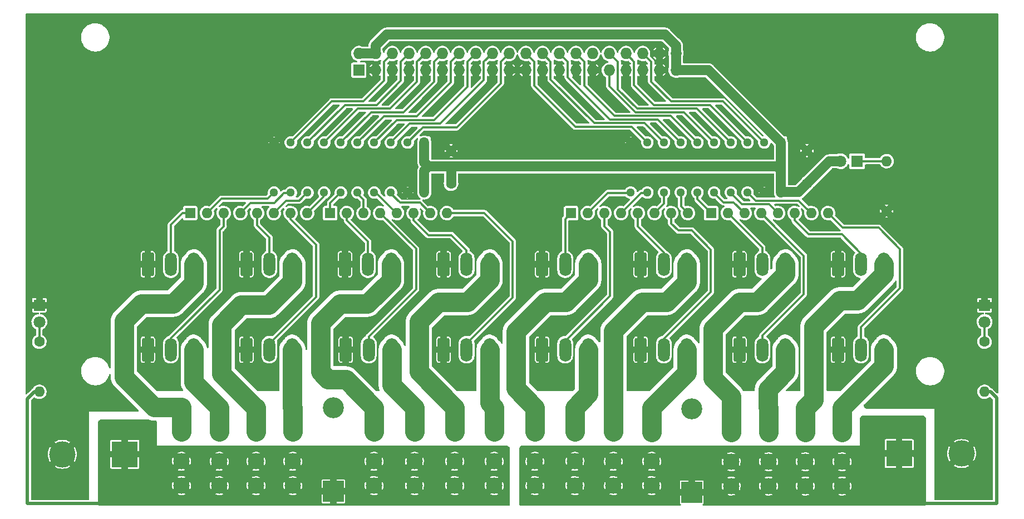
<source format=gbr>
%TF.GenerationSoftware,KiCad,Pcbnew,(6.0.6)*%
%TF.CreationDate,2022-08-05T23:59:26-04:00*%
%TF.ProjectId,PB_16,50425f31-362e-46b6-9963-61645f706362,v5*%
%TF.SameCoordinates,Original*%
%TF.FileFunction,Copper,L1,Top*%
%TF.FilePolarity,Positive*%
%FSLAX46Y46*%
G04 Gerber Fmt 4.6, Leading zero omitted, Abs format (unit mm)*
G04 Created by KiCad (PCBNEW (6.0.6)) date 2022-08-05 23:59:26*
%MOMM*%
%LPD*%
G01*
G04 APERTURE LIST*
G04 Aperture macros list*
%AMRoundRect*
0 Rectangle with rounded corners*
0 $1 Rounding radius*
0 $2 $3 $4 $5 $6 $7 $8 $9 X,Y pos of 4 corners*
0 Add a 4 corners polygon primitive as box body*
4,1,4,$2,$3,$4,$5,$6,$7,$8,$9,$2,$3,0*
0 Add four circle primitives for the rounded corners*
1,1,$1+$1,$2,$3*
1,1,$1+$1,$4,$5*
1,1,$1+$1,$6,$7*
1,1,$1+$1,$8,$9*
0 Add four rect primitives between the rounded corners*
20,1,$1+$1,$2,$3,$4,$5,0*
20,1,$1+$1,$4,$5,$6,$7,0*
20,1,$1+$1,$6,$7,$8,$9,0*
20,1,$1+$1,$8,$9,$2,$3,0*%
G04 Aperture macros list end*
%TA.AperFunction,ComponentPad*%
%ADD10C,1.600000*%
%TD*%
%TA.AperFunction,ComponentPad*%
%ADD11RoundRect,0.250000X-0.650000X-1.550000X0.650000X-1.550000X0.650000X1.550000X-0.650000X1.550000X0*%
%TD*%
%TA.AperFunction,ComponentPad*%
%ADD12O,1.800000X3.600000*%
%TD*%
%TA.AperFunction,ComponentPad*%
%ADD13R,1.295400X1.295400*%
%TD*%
%TA.AperFunction,ComponentPad*%
%ADD14C,1.295400*%
%TD*%
%TA.AperFunction,ComponentPad*%
%ADD15C,2.475000*%
%TD*%
%TA.AperFunction,ComponentPad*%
%ADD16R,3.200000X3.200000*%
%TD*%
%TA.AperFunction,ComponentPad*%
%ADD17O,3.200000X3.200000*%
%TD*%
%TA.AperFunction,ComponentPad*%
%ADD18R,1.600000X1.600000*%
%TD*%
%TA.AperFunction,ComponentPad*%
%ADD19O,1.600000X1.600000*%
%TD*%
%TA.AperFunction,ComponentPad*%
%ADD20R,1.800000X1.800000*%
%TD*%
%TA.AperFunction,ComponentPad*%
%ADD21C,1.800000*%
%TD*%
%TA.AperFunction,ComponentPad*%
%ADD22R,1.727200X1.727200*%
%TD*%
%TA.AperFunction,ComponentPad*%
%ADD23O,1.727200X1.727200*%
%TD*%
%TA.AperFunction,ComponentPad*%
%ADD24R,4.000000X4.000000*%
%TD*%
%TA.AperFunction,ComponentPad*%
%ADD25C,4.000000*%
%TD*%
%TA.AperFunction,ViaPad*%
%ADD26C,0.800000*%
%TD*%
%TA.AperFunction,Conductor*%
%ADD27C,1.500000*%
%TD*%
%TA.AperFunction,Conductor*%
%ADD28C,0.350000*%
%TD*%
%TA.AperFunction,Conductor*%
%ADD29C,0.500000*%
%TD*%
%TA.AperFunction,Conductor*%
%ADD30C,3.000000*%
%TD*%
%TA.AperFunction,Conductor*%
%ADD31C,2.999999*%
%TD*%
G04 APERTURE END LIST*
D10*
%TO.P,C2,1*%
%TO.N,+5V*%
X189382400Y-104305100D03*
%TO.P,C2,2*%
%TO.N,GND*%
X189382400Y-99305100D03*
%TD*%
D11*
%TO.P,J2,1,Pin_1*%
%TO.N,GND*%
X89100000Y-129600000D03*
D12*
%TO.P,J2,2,Pin_2*%
%TO.N,/Output 1-8/DOUT2*%
X92600000Y-129600000D03*
%TO.P,J2,3,Pin_3*%
%TO.N,/Output 1-8/VOUT2*%
X96100000Y-129600000D03*
%TD*%
D11*
%TO.P,J5,1,Pin_1*%
%TO.N,GND*%
X119100000Y-116600000D03*
D12*
%TO.P,J5,2,Pin_2*%
%TO.N,/Output 1-8/DOUT5*%
X122600000Y-116600000D03*
%TO.P,J5,3,Pin_3*%
%TO.N,/Output 1-8/VOUT5*%
X126100000Y-116600000D03*
%TD*%
D11*
%TO.P,J6,1,Pin_1*%
%TO.N,GND*%
X119214342Y-129600000D03*
D12*
%TO.P,J6,2,Pin_2*%
%TO.N,/Output 1-8/DOUT6*%
X122714342Y-129600000D03*
%TO.P,J6,3,Pin_3*%
%TO.N,/Output 1-8/VOUT6*%
X126214342Y-129600000D03*
%TD*%
D11*
%TO.P,J7,1,Pin_1*%
%TO.N,GND*%
X134100000Y-116600000D03*
D12*
%TO.P,J7,2,Pin_2*%
%TO.N,/Output 1-8/DOUT7*%
X137600000Y-116600000D03*
%TO.P,J7,3,Pin_3*%
%TO.N,/Output 1-8/VOUT7*%
X141100000Y-116600000D03*
%TD*%
D11*
%TO.P,J8,1,Pin_1*%
%TO.N,GND*%
X134100000Y-129600000D03*
D12*
%TO.P,J8,2,Pin_2*%
%TO.N,/Output 1-8/DOUT8*%
X137600000Y-129600000D03*
%TO.P,J8,3,Pin_3*%
%TO.N,/Output 1-8/VOUT8*%
X141100000Y-129600000D03*
%TD*%
D11*
%TO.P,J9,1,Pin_1*%
%TO.N,GND*%
X149100000Y-116600000D03*
D12*
%TO.P,J9,2,Pin_2*%
%TO.N,/Output 9-16/DOUT9*%
X152600000Y-116600000D03*
%TO.P,J9,3,Pin_3*%
%TO.N,/Output 9-16/VOUT9*%
X156100000Y-116600000D03*
%TD*%
D11*
%TO.P,J10,1,Pin_1*%
%TO.N,GND*%
X149100000Y-129600000D03*
D12*
%TO.P,J10,2,Pin_2*%
%TO.N,/Output 9-16/DOUT10*%
X152600000Y-129600000D03*
%TO.P,J10,3,Pin_3*%
%TO.N,/Output 9-16/VOUT10*%
X156100000Y-129600000D03*
%TD*%
D11*
%TO.P,J11,1,Pin_1*%
%TO.N,GND*%
X164100000Y-116600000D03*
D12*
%TO.P,J11,2,Pin_2*%
%TO.N,/Output 9-16/DOUT11*%
X167600000Y-116600000D03*
%TO.P,J11,3,Pin_3*%
%TO.N,/Output 9-16/VOUT11*%
X171100000Y-116600000D03*
%TD*%
D11*
%TO.P,J12,1,Pin_1*%
%TO.N,GND*%
X164100000Y-129600000D03*
D12*
%TO.P,J12,2,Pin_2*%
%TO.N,/Output 9-16/DOUT12*%
X167600000Y-129600000D03*
%TO.P,J12,3,Pin_3*%
%TO.N,/Output 9-16/VOUT12*%
X171100000Y-129600000D03*
%TD*%
D11*
%TO.P,J13,1,Pin_1*%
%TO.N,GND*%
X179100000Y-116600000D03*
D12*
%TO.P,J13,2,Pin_2*%
%TO.N,/Output 9-16/DOUT13*%
X182600000Y-116600000D03*
%TO.P,J13,3,Pin_3*%
%TO.N,/Output 9-16/VOUT13*%
X186100000Y-116600000D03*
%TD*%
D11*
%TO.P,J14,1,Pin_1*%
%TO.N,GND*%
X179100000Y-129600000D03*
D12*
%TO.P,J14,2,Pin_2*%
%TO.N,/Output 9-16/DOUT14*%
X182600000Y-129600000D03*
%TO.P,J14,3,Pin_3*%
%TO.N,/Output 9-16/VOUT14*%
X186100000Y-129600000D03*
%TD*%
D11*
%TO.P,J15,1,Pin_1*%
%TO.N,GND*%
X194100000Y-116600000D03*
D12*
%TO.P,J15,2,Pin_2*%
%TO.N,/Output 9-16/DOUT15*%
X197600000Y-116600000D03*
%TO.P,J15,3,Pin_3*%
%TO.N,/Output 9-16/VOUT15*%
X201100000Y-116600000D03*
%TD*%
D11*
%TO.P,J16,1,Pin_1*%
%TO.N,GND*%
X194100000Y-129600000D03*
D12*
%TO.P,J16,2,Pin_2*%
%TO.N,/Output 9-16/DOUT16*%
X197600000Y-129600000D03*
%TO.P,J16,3,Pin_3*%
%TO.N,/Output 9-16/VOUT16*%
X201100000Y-129600000D03*
%TD*%
D13*
%TO.P,U2,1,DIR*%
%TO.N,+5V*%
X185422600Y-98068600D03*
D14*
%TO.P,U2,2,A1*%
%TO.N,OUT32*%
X182882600Y-98068600D03*
%TO.P,U2,3,A2*%
%TO.N,OUT31*%
X180342600Y-98068600D03*
%TO.P,U2,4,A3*%
%TO.N,OUT30*%
X177802600Y-98068600D03*
%TO.P,U2,5,A4*%
%TO.N,OUT29*%
X175262600Y-98068600D03*
%TO.P,U2,6,A5*%
%TO.N,OUT28*%
X172722600Y-98068600D03*
%TO.P,U2,7,A6*%
%TO.N,OUT27*%
X170182600Y-98068600D03*
%TO.P,U2,8,A7*%
%TO.N,OUT26*%
X167642600Y-98068600D03*
%TO.P,U2,9,A8*%
%TO.N,OUT25*%
X165102600Y-98068600D03*
%TO.P,U2,10,GND*%
%TO.N,GND*%
X162562600Y-98068600D03*
%TO.P,U2,11,B8*%
%TO.N,Net-(RN3-Pad2)*%
X162562600Y-105688600D03*
%TO.P,U2,12,B7*%
%TO.N,Net-(RN3-Pad4)*%
X165102600Y-105688600D03*
%TO.P,U2,13,B6*%
%TO.N,Net-(RN3-Pad6)*%
X167642600Y-105688600D03*
%TO.P,U2,14,B5*%
%TO.N,Net-(RN3-Pad8)*%
X170182600Y-105688600D03*
%TO.P,U2,15,B4*%
%TO.N,Net-(RN4-Pad1)*%
X172722600Y-105688600D03*
%TO.P,U2,16,B3*%
%TO.N,Net-(RN4-Pad3)*%
X175262600Y-105688600D03*
%TO.P,U2,17,B2*%
%TO.N,Net-(RN4-Pad5)*%
X177802600Y-105688600D03*
%TO.P,U2,18,B1*%
%TO.N,Net-(RN4-Pad7)*%
X180342600Y-105688600D03*
%TO.P,U2,19,\u002AOE*%
%TO.N,GND*%
X182882600Y-105688600D03*
%TO.P,U2,20,VCC*%
%TO.N,+5V*%
X185422600Y-105688600D03*
%TD*%
D15*
%TO.P,F1,1_1,1*%
%TO.N,VIN1*%
X94222600Y-150288600D03*
%TO.P,F1,1_2,1*%
X94222600Y-146588600D03*
%TO.P,F1,2_1,2*%
%TO.N,/Output 1-8/VOUT1*%
X94222600Y-142088600D03*
%TO.P,F1,2_2,2*%
X94222600Y-138388600D03*
%TD*%
%TO.P,F7,1_1,1*%
%TO.N,VIN1*%
X135792600Y-150298600D03*
%TO.P,F7,1_2,1*%
X135792600Y-146598600D03*
%TO.P,F7,2_1,2*%
%TO.N,/Output 1-8/VOUT7*%
X135792600Y-142098600D03*
%TO.P,F7,2_2,2*%
X135792600Y-138398600D03*
%TD*%
%TO.P,F14,1_1,1*%
%TO.N,VIN2*%
X183553100Y-150363600D03*
%TO.P,F14,1_2,1*%
X183553100Y-146663600D03*
%TO.P,F14,2_1,2*%
%TO.N,/Output 9-16/VOUT14*%
X183553100Y-142163600D03*
%TO.P,F14,2_2,2*%
X183553100Y-138463600D03*
%TD*%
D16*
%TO.P,D2,1,K*%
%TO.N,VIN2*%
X171847600Y-151305000D03*
D17*
%TO.P,D2,2,A*%
%TO.N,GND*%
X171847600Y-138605000D03*
%TD*%
D10*
%TO.P,C1,1*%
%TO.N,+5V*%
X135242300Y-104330500D03*
%TO.P,C1,2*%
%TO.N,GND*%
X135242300Y-99330500D03*
%TD*%
D15*
%TO.P,F2,1_1,1*%
%TO.N,VIN1*%
X99967600Y-150303600D03*
%TO.P,F2,1_2,1*%
X99967600Y-146603600D03*
%TO.P,F2,2_1,2*%
%TO.N,/Output 1-8/VOUT2*%
X99967600Y-142103600D03*
%TO.P,F2,2_2,2*%
X99967600Y-138403600D03*
%TD*%
%TO.P,F6,1_1,1*%
%TO.N,VIN1*%
X129672600Y-150298600D03*
%TO.P,F6,1_2,1*%
X129672600Y-146598600D03*
%TO.P,F6,2_1,2*%
%TO.N,/Output 1-8/VOUT6*%
X129672600Y-142098600D03*
%TO.P,F6,2_2,2*%
X129672600Y-138398600D03*
%TD*%
%TO.P,F8,1_1,1*%
%TO.N,VIN1*%
X141793100Y-150298600D03*
%TO.P,F8,1_2,1*%
X141793100Y-146598600D03*
%TO.P,F8,2_1,2*%
%TO.N,/Output 1-8/VOUT8*%
X141793100Y-142098600D03*
%TO.P,F8,2_2,2*%
X141793100Y-138398600D03*
%TD*%
%TO.P,F9,1_1,1*%
%TO.N,VIN2*%
X148002600Y-150298600D03*
%TO.P,F9,1_2,1*%
X148002600Y-146598600D03*
%TO.P,F9,2_1,2*%
%TO.N,/Output 9-16/VOUT9*%
X148002600Y-142098600D03*
%TO.P,F9,2_2,2*%
X148002600Y-138398600D03*
%TD*%
%TO.P,F10,1_1,1*%
%TO.N,VIN2*%
X154062600Y-150298600D03*
%TO.P,F10,1_2,1*%
X154062600Y-146598600D03*
%TO.P,F10,2_1,2*%
%TO.N,/Output 9-16/VOUT10*%
X154062600Y-142098600D03*
%TO.P,F10,2_2,2*%
X154062600Y-138398600D03*
%TD*%
%TO.P,F16,1_1,1*%
%TO.N,VIN2*%
X194729100Y-150363600D03*
%TO.P,F16,1_2,1*%
X194729100Y-146663600D03*
%TO.P,F16,2_1,2*%
%TO.N,/Output 9-16/VOUT16*%
X194729100Y-142163600D03*
%TO.P,F16,2_2,2*%
X194729100Y-138463600D03*
%TD*%
%TO.P,F5,1_1,1*%
%TO.N,VIN1*%
X123512600Y-150298600D03*
%TO.P,F5,1_2,1*%
X123512600Y-146598600D03*
%TO.P,F5,2_1,2*%
%TO.N,/Output 1-8/VOUT5*%
X123512600Y-142098600D03*
%TO.P,F5,2_2,2*%
X123512600Y-138398600D03*
%TD*%
%TO.P,F3,1_1,1*%
%TO.N,VIN1*%
X105567600Y-150303600D03*
%TO.P,F3,1_2,1*%
X105567600Y-146603600D03*
%TO.P,F3,2_1,2*%
%TO.N,/Output 1-8/VOUT3*%
X105567600Y-142103600D03*
%TO.P,F3,2_2,2*%
X105567600Y-138403600D03*
%TD*%
%TO.P,F13,1_1,1*%
%TO.N,VIN2*%
X177847600Y-150363600D03*
%TO.P,F13,1_2,1*%
X177847600Y-146663600D03*
%TO.P,F13,2_1,2*%
%TO.N,/Output 9-16/VOUT13*%
X177847600Y-142163600D03*
%TO.P,F13,2_2,2*%
X177847600Y-138463600D03*
%TD*%
D18*
%TO.P,RN1,1,R1.1*%
%TO.N,/Output 1-8/DOUT1*%
X95561500Y-108813600D03*
D19*
%TO.P,RN1,2,R1.2*%
%TO.N,Net-(RN1-Pad2)*%
X98101500Y-108813600D03*
%TO.P,RN1,3,R2.1*%
%TO.N,/Output 1-8/DOUT2*%
X100641500Y-108813600D03*
%TO.P,RN1,4,R2.2*%
%TO.N,Net-(RN1-Pad4)*%
X103181500Y-108813600D03*
%TO.P,RN1,5,R3.1*%
%TO.N,/Output 1-8/DOUT3*%
X105721500Y-108813600D03*
%TO.P,RN1,6,R3.2*%
%TO.N,Net-(RN1-Pad6)*%
X108261500Y-108813600D03*
%TO.P,RN1,7,R4.1*%
%TO.N,/Output 1-8/DOUT4*%
X110801500Y-108813600D03*
%TO.P,RN1,8,R4.2*%
%TO.N,Net-(RN1-Pad8)*%
X113341500Y-108813600D03*
%TD*%
D15*
%TO.P,F11,1_1,1*%
%TO.N,VIN2*%
X159942600Y-150298600D03*
%TO.P,F11,1_2,1*%
X159942600Y-146598600D03*
%TO.P,F11,2_1,2*%
%TO.N,/Output 9-16/VOUT11*%
X159942600Y-142098600D03*
%TO.P,F11,2_2,2*%
X159942600Y-138398600D03*
%TD*%
D18*
%TO.P,RN3,1,R1.1*%
%TO.N,/Output 9-16/DOUT9*%
X153486200Y-108813600D03*
D19*
%TO.P,RN3,2,R1.2*%
%TO.N,Net-(RN3-Pad2)*%
X156026200Y-108813600D03*
%TO.P,RN3,3,R2.1*%
%TO.N,/Output 9-16/DOUT10*%
X158566200Y-108813600D03*
%TO.P,RN3,4,R2.2*%
%TO.N,Net-(RN3-Pad4)*%
X161106200Y-108813600D03*
%TO.P,RN3,5,R3.1*%
%TO.N,/Output 9-16/DOUT11*%
X163646200Y-108813600D03*
%TO.P,RN3,6,R3.2*%
%TO.N,Net-(RN3-Pad6)*%
X166186200Y-108813600D03*
%TO.P,RN3,7,R4.1*%
%TO.N,/Output 9-16/DOUT12*%
X168726200Y-108813600D03*
%TO.P,RN3,8,R4.2*%
%TO.N,Net-(RN3-Pad8)*%
X171266200Y-108813600D03*
%TD*%
D18*
%TO.P,RN4,1,R1.1*%
%TO.N,Net-(RN4-Pad1)*%
X174812600Y-108813600D03*
D19*
%TO.P,RN4,2,R1.2*%
%TO.N,/Output 9-16/DOUT13*%
X177352600Y-108813600D03*
%TO.P,RN4,3,R2.1*%
%TO.N,Net-(RN4-Pad3)*%
X179892600Y-108813600D03*
%TO.P,RN4,4,R2.2*%
%TO.N,/Output 9-16/DOUT14*%
X182432600Y-108813600D03*
%TO.P,RN4,5,R3.1*%
%TO.N,Net-(RN4-Pad5)*%
X184972600Y-108813600D03*
%TO.P,RN4,6,R3.2*%
%TO.N,/Output 9-16/DOUT15*%
X187512600Y-108813600D03*
%TO.P,RN4,7,R4.1*%
%TO.N,Net-(RN4-Pad7)*%
X190052600Y-108813600D03*
%TO.P,RN4,8,R4.2*%
%TO.N,/Output 9-16/DOUT16*%
X192592600Y-108813600D03*
%TD*%
D18*
%TO.P,RN2,1,R1.1*%
%TO.N,Net-(RN2-Pad1)*%
X116852700Y-108813600D03*
D19*
%TO.P,RN2,2,R1.2*%
%TO.N,/Output 1-8/DOUT5*%
X119392700Y-108813600D03*
%TO.P,RN2,3,R2.1*%
%TO.N,Net-(RN2-Pad3)*%
X121932700Y-108813600D03*
%TO.P,RN2,4,R2.2*%
%TO.N,/Output 1-8/DOUT6*%
X124472700Y-108813600D03*
%TO.P,RN2,5,R3.1*%
%TO.N,Net-(RN2-Pad5)*%
X127012700Y-108813600D03*
%TO.P,RN2,6,R3.2*%
%TO.N,/Output 1-8/DOUT7*%
X129552700Y-108813600D03*
%TO.P,RN2,7,R4.1*%
%TO.N,Net-(RN2-Pad7)*%
X132092700Y-108813600D03*
%TO.P,RN2,8,R4.2*%
%TO.N,/Output 1-8/DOUT8*%
X134632700Y-108813600D03*
%TD*%
D15*
%TO.P,F4,1_1,1*%
%TO.N,VIN1*%
X111167600Y-150303600D03*
%TO.P,F4,1_2,1*%
X111167600Y-146603600D03*
%TO.P,F4,2_1,2*%
%TO.N,/Output 1-8/VOUT4*%
X111167600Y-142103600D03*
%TO.P,F4,2_2,2*%
X111167600Y-138403600D03*
%TD*%
D11*
%TO.P,J1,1,Pin_1*%
%TO.N,GND*%
X89100000Y-116600000D03*
D12*
%TO.P,J1,2,Pin_2*%
%TO.N,/Output 1-8/DOUT1*%
X92600000Y-116600000D03*
%TO.P,J1,3,Pin_3*%
%TO.N,/Output 1-8/VOUT1*%
X96100000Y-116600000D03*
%TD*%
D11*
%TO.P,J3,1,Pin_1*%
%TO.N,GND*%
X104100000Y-116600000D03*
D12*
%TO.P,J3,2,Pin_2*%
%TO.N,/Output 1-8/DOUT3*%
X107600000Y-116600000D03*
%TO.P,J3,3,Pin_3*%
%TO.N,/Output 1-8/VOUT3*%
X111100000Y-116600000D03*
%TD*%
D11*
%TO.P,J4,1,Pin_1*%
%TO.N,GND*%
X104100000Y-129600000D03*
D12*
%TO.P,J4,2,Pin_2*%
%TO.N,/Output 1-8/DOUT4*%
X107600000Y-129600000D03*
%TO.P,J4,3,Pin_3*%
%TO.N,/Output 1-8/VOUT4*%
X111100000Y-129600000D03*
%TD*%
D16*
%TO.P,D1,1,K*%
%TO.N,VIN1*%
X117332600Y-151168600D03*
D17*
%TO.P,D1,2,A*%
%TO.N,GND*%
X117332600Y-138468600D03*
%TD*%
D15*
%TO.P,F15,1_1,1*%
%TO.N,VIN2*%
X189141100Y-150363600D03*
%TO.P,F15,1_2,1*%
X189141100Y-146663600D03*
%TO.P,F15,2_1,2*%
%TO.N,/Output 9-16/VOUT15*%
X189141100Y-142163600D03*
%TO.P,F15,2_2,2*%
X189141100Y-138463600D03*
%TD*%
%TO.P,F12,1_1,1*%
%TO.N,VIN2*%
X165761100Y-150298600D03*
%TO.P,F12,1_2,1*%
X165761100Y-146598600D03*
%TO.P,F12,2_1,2*%
%TO.N,/Output 9-16/VOUT12*%
X165761100Y-142098600D03*
%TO.P,F12,2_2,2*%
X165761100Y-138398600D03*
%TD*%
D13*
%TO.P,U1,1,DIR*%
%TO.N,+5V*%
X131172600Y-98068600D03*
D14*
%TO.P,U1,2,A1*%
%TO.N,OUT24*%
X128632600Y-98068600D03*
%TO.P,U1,3,A2*%
%TO.N,OUT23*%
X126092600Y-98068600D03*
%TO.P,U1,4,A3*%
%TO.N,OUT22*%
X123552600Y-98068600D03*
%TO.P,U1,5,A4*%
%TO.N,OUT21*%
X121012600Y-98068600D03*
%TO.P,U1,6,A5*%
%TO.N,OUT20*%
X118472600Y-98068600D03*
%TO.P,U1,7,A6*%
%TO.N,OUT19*%
X115932600Y-98068600D03*
%TO.P,U1,8,A7*%
%TO.N,OUT18*%
X113392600Y-98068600D03*
%TO.P,U1,9,A8*%
%TO.N,OUT17*%
X110852600Y-98068600D03*
%TO.P,U1,10,GND*%
%TO.N,GND*%
X108312600Y-98068600D03*
%TO.P,U1,11,B8*%
%TO.N,Net-(RN1-Pad2)*%
X108312600Y-105688600D03*
%TO.P,U1,12,B7*%
%TO.N,Net-(RN1-Pad4)*%
X110852600Y-105688600D03*
%TO.P,U1,13,B6*%
%TO.N,Net-(RN1-Pad6)*%
X113392600Y-105688600D03*
%TO.P,U1,14,B5*%
%TO.N,Net-(RN1-Pad8)*%
X115932600Y-105688600D03*
%TO.P,U1,15,B4*%
%TO.N,Net-(RN2-Pad1)*%
X118472600Y-105688600D03*
%TO.P,U1,16,B3*%
%TO.N,Net-(RN2-Pad3)*%
X121012600Y-105688600D03*
%TO.P,U1,17,B2*%
%TO.N,Net-(RN2-Pad5)*%
X123552600Y-105688600D03*
%TO.P,U1,18,B1*%
%TO.N,Net-(RN2-Pad7)*%
X126092600Y-105688600D03*
%TO.P,U1,19,\u002AOE*%
%TO.N,GND*%
X128632600Y-105688600D03*
%TO.P,U1,20,VCC*%
%TO.N,+5V*%
X131172600Y-105688600D03*
%TD*%
D20*
%TO.P,D3,1,K*%
%TO.N,GND*%
X72601000Y-122831000D03*
D21*
%TO.P,D3,2,A*%
%TO.N,Net-(D3-Pad2)*%
X72601000Y-125371000D03*
%TD*%
D10*
%TO.P,R1,1*%
%TO.N,Net-(D3-Pad2)*%
X72601000Y-128392000D03*
D19*
%TO.P,R1,2*%
%TO.N,VIN1*%
X72601000Y-136012000D03*
%TD*%
D20*
%TO.P,D5,1,K*%
%TO.N,Net-(D5-Pad1)*%
X197001000Y-100917800D03*
D21*
%TO.P,D5,2,A*%
%TO.N,+5V*%
X194461000Y-100917800D03*
%TD*%
D22*
%TO.P,J19,1,Pin_1*%
%TO.N,unconnected-(J19-Pad1)*%
X121201000Y-87057800D03*
D23*
%TO.P,J19,2,Pin_2*%
%TO.N,+5V*%
X121201000Y-84517800D03*
%TO.P,J19,3,Pin_3*%
%TO.N,GND*%
X123741000Y-87057800D03*
%TO.P,J19,4,Pin_4*%
%TO.N,+5V*%
X123741000Y-84517800D03*
%TO.P,J19,5,Pin_5*%
%TO.N,GND*%
X126281000Y-87057800D03*
%TO.P,J19,6,Pin_6*%
%TO.N,OUT17*%
X126281000Y-84517800D03*
%TO.P,J19,7,Pin_7*%
%TO.N,GND*%
X128821000Y-87057800D03*
%TO.P,J19,8,Pin_8*%
%TO.N,OUT18*%
X128821000Y-84517800D03*
%TO.P,J19,9,Pin_9*%
%TO.N,GND*%
X131361000Y-87057800D03*
%TO.P,J19,10,Pin_10*%
%TO.N,OUT19*%
X131361000Y-84517800D03*
%TO.P,J19,11,Pin_11*%
%TO.N,GND*%
X133901000Y-87057800D03*
%TO.P,J19,12,Pin_12*%
%TO.N,OUT20*%
X133901000Y-84517800D03*
%TO.P,J19,13,Pin_13*%
%TO.N,GND*%
X136441000Y-87057800D03*
%TO.P,J19,14,Pin_14*%
%TO.N,OUT21*%
X136441000Y-84517800D03*
%TO.P,J19,15,Pin_15*%
%TO.N,GND*%
X138981000Y-87057800D03*
%TO.P,J19,16,Pin_16*%
%TO.N,OUT22*%
X138981000Y-84517800D03*
%TO.P,J19,17,Pin_17*%
%TO.N,GND*%
X141521000Y-87057800D03*
%TO.P,J19,18,Pin_18*%
%TO.N,OUT23*%
X141521000Y-84517800D03*
%TO.P,J19,19,Pin_19*%
%TO.N,GND*%
X144061000Y-87057800D03*
%TO.P,J19,20,Pin_20*%
%TO.N,OUT24*%
X144061000Y-84517800D03*
%TO.P,J19,21,Pin_21*%
%TO.N,GND*%
X146601000Y-87057800D03*
%TO.P,J19,22,Pin_22*%
%TO.N,OUT25*%
X146601000Y-84517800D03*
%TO.P,J19,23,Pin_23*%
%TO.N,GND*%
X149141000Y-87057800D03*
%TO.P,J19,24,Pin_24*%
%TO.N,OUT26*%
X149141000Y-84517800D03*
%TO.P,J19,25,Pin_25*%
%TO.N,GND*%
X151681000Y-87057800D03*
%TO.P,J19,26,Pin_26*%
%TO.N,OUT27*%
X151681000Y-84517800D03*
%TO.P,J19,27,Pin_27*%
%TO.N,GND*%
X154221000Y-87057800D03*
%TO.P,J19,28,Pin_28*%
%TO.N,OUT28*%
X154221000Y-84517800D03*
%TO.P,J19,29,Pin_29*%
%TO.N,GND*%
X156761000Y-87057800D03*
%TO.P,J19,30,Pin_30*%
%TO.N,unconnected-(J19-Pad30)*%
X156761000Y-84517800D03*
%TO.P,J19,31,Pin_31*%
%TO.N,OUT29*%
X159301000Y-87057800D03*
%TO.P,J19,32,Pin_32*%
%TO.N,OUT30*%
X159301000Y-84517800D03*
%TO.P,J19,33,Pin_33*%
%TO.N,GND*%
X161841000Y-87057800D03*
%TO.P,J19,34,Pin_34*%
%TO.N,OUT31*%
X161841000Y-84517800D03*
%TO.P,J19,35,Pin_35*%
%TO.N,GND*%
X164381000Y-87057800D03*
%TO.P,J19,36,Pin_36*%
%TO.N,OUT32*%
X164381000Y-84517800D03*
%TO.P,J19,37,Pin_37*%
%TO.N,GND*%
X166921000Y-87057800D03*
%TO.P,J19,38,Pin_38*%
X166921000Y-84517800D03*
%TO.P,J19,39,Pin_39*%
%TO.N,+5V*%
X169461000Y-87057800D03*
%TO.P,J19,40,Pin_40*%
X169461000Y-84517800D03*
%TD*%
D10*
%TO.P,R3,1*%
%TO.N,GND*%
X201501000Y-108517800D03*
D19*
%TO.P,R3,2*%
%TO.N,Net-(D5-Pad1)*%
X201501000Y-100897800D03*
%TD*%
D24*
%TO.P,J17,1,P1*%
%TO.N,VIN1*%
X85601000Y-145517800D03*
D25*
%TO.P,J17,2,P2*%
%TO.N,GND*%
X76101000Y-145517800D03*
%TD*%
D24*
%TO.P,J18,1,P1*%
%TO.N,VIN2*%
X203401000Y-145417800D03*
D25*
%TO.P,J18,2,P2*%
%TO.N,GND*%
X212901000Y-145417800D03*
%TD*%
D10*
%TO.P,R2,1*%
%TO.N,Net-(D4-Pad2)*%
X216401000Y-128392000D03*
D19*
%TO.P,R2,2*%
%TO.N,VIN2*%
X216401000Y-136012000D03*
%TD*%
D20*
%TO.P,D4,1,K*%
%TO.N,GND*%
X216401000Y-122831000D03*
D21*
%TO.P,D4,2,A*%
%TO.N,Net-(D4-Pad2)*%
X216401000Y-125371000D03*
%TD*%
D26*
%TO.N,GND*%
X85177000Y-138429800D03*
X142751000Y-121517800D03*
X98651000Y-119967800D03*
X123301000Y-94517800D03*
X176501000Y-85417800D03*
X149951000Y-93817800D03*
X129251000Y-96167800D03*
X152801000Y-96167800D03*
X125701000Y-91867800D03*
X143151000Y-113817800D03*
X209201000Y-111767800D03*
X98451000Y-114417800D03*
X117801000Y-79217800D03*
X139701000Y-111017800D03*
X158001000Y-121017800D03*
X167251000Y-110917800D03*
X125201000Y-95167800D03*
X203251000Y-137767800D03*
X127251000Y-95617800D03*
X190201000Y-106367800D03*
X154201000Y-111167800D03*
X104851000Y-97817800D03*
X118001000Y-86817800D03*
X199751000Y-137867800D03*
X142501000Y-99417800D03*
X166301000Y-103717800D03*
X147651000Y-91217800D03*
X94601000Y-111167800D03*
X187301000Y-95517800D03*
X137651000Y-103917800D03*
X118051000Y-83367800D03*
X187551000Y-120517800D03*
X172401000Y-93917800D03*
X154851000Y-94667800D03*
X181901000Y-110917800D03*
X180301000Y-88717800D03*
X174501000Y-93467800D03*
X117301000Y-92867800D03*
X138201000Y-95617800D03*
X157801000Y-103817800D03*
X101501000Y-79517800D03*
X84551000Y-110217800D03*
X173301000Y-114717800D03*
X140651000Y-93167800D03*
X109101000Y-110917800D03*
X142151000Y-126167800D03*
X146101000Y-79617800D03*
X73051000Y-101717800D03*
X175301000Y-103617800D03*
X169451000Y-90567800D03*
X129651000Y-93117800D03*
X152651000Y-99917800D03*
X175101000Y-90517800D03*
X203701000Y-111817800D03*
X106101000Y-105267800D03*
X128551000Y-103117800D03*
X161501000Y-111017800D03*
X157501000Y-94117800D03*
X168351000Y-125267800D03*
X186201000Y-110617800D03*
X103301000Y-110917800D03*
X216801000Y-99717800D03*
X121451000Y-90617800D03*
X176401000Y-92867800D03*
X112801000Y-94617800D03*
X147601000Y-104067800D03*
X216301000Y-86217800D03*
X83145000Y-138429800D03*
X166551000Y-91267800D03*
X201051000Y-79967800D03*
X121251000Y-94017800D03*
X81113000Y-138429800D03*
X182701000Y-79617800D03*
X129151000Y-99867800D03*
X132101000Y-93567800D03*
X160751000Y-92917800D03*
X127251000Y-113767800D03*
X128651000Y-119967800D03*
X157951000Y-112417800D03*
X135601000Y-94717800D03*
X207605000Y-137413800D03*
X183301000Y-99917800D03*
X117451000Y-90417800D03*
X183901000Y-91917800D03*
X133551000Y-106817800D03*
X114401000Y-92617800D03*
X123651000Y-91317800D03*
X128801000Y-111217800D03*
X90801000Y-80217800D03*
X73051000Y-87717800D03*
X164451000Y-96117800D03*
X127701000Y-92467800D03*
X168401000Y-95017800D03*
X109201000Y-95617800D03*
X77551000Y-133217800D03*
X163401000Y-79517800D03*
X172251000Y-84367800D03*
X157551000Y-96867800D03*
X123351000Y-110667800D03*
X133101000Y-110667800D03*
X164051000Y-91917800D03*
X91651000Y-109267800D03*
X119351000Y-93367800D03*
X116301000Y-111017800D03*
X170351000Y-94417800D03*
X197351000Y-109867800D03*
%TD*%
D27*
%TO.N,+5V*%
X131820299Y-101708600D02*
X133483800Y-101708600D01*
X131172600Y-101060901D02*
X131820299Y-101708600D01*
X125419686Y-81617800D02*
X123741000Y-83296486D01*
X134852600Y-101708600D02*
X184835000Y-101708600D01*
X185493400Y-105617800D02*
X185422600Y-105688600D01*
X192769700Y-100917800D02*
X189382400Y-104305100D01*
X132664900Y-101708600D02*
X133483800Y-101708600D01*
X189382400Y-104336400D02*
X188101000Y-105617800D01*
X184835000Y-101708600D02*
X185422600Y-102296200D01*
X131820299Y-101708600D02*
X132664900Y-101708600D01*
X131172600Y-98068600D02*
X131172600Y-101060901D01*
X135242300Y-102098300D02*
X134852600Y-101708600D01*
X135242300Y-104330500D02*
X135242300Y-102098300D01*
X132664900Y-101708600D02*
X134852600Y-101708600D01*
X185422600Y-102296200D02*
X185422600Y-105688600D01*
X131172600Y-105688600D02*
X131172600Y-102356299D01*
X194461000Y-100917800D02*
X192769700Y-100917800D01*
X185422600Y-100216300D02*
X185422600Y-105688600D01*
X131172600Y-102356299D02*
X131820299Y-101708600D01*
X169461000Y-83296486D02*
X167782314Y-81617800D01*
X123741000Y-84517800D02*
X121201000Y-84517800D01*
X174411800Y-87057800D02*
X185422600Y-98068600D01*
X185422600Y-98068600D02*
X185422600Y-100216300D01*
X167782314Y-81617800D02*
X125419686Y-81617800D01*
X188101000Y-105617800D02*
X185493400Y-105617800D01*
X133483800Y-101708600D02*
X134852600Y-101708600D01*
X123741000Y-83296486D02*
X123741000Y-84517800D01*
X169461000Y-87057800D02*
X174411800Y-87057800D01*
X169461000Y-84517800D02*
X169461000Y-83296486D01*
X169461000Y-87057800D02*
X169461000Y-84517800D01*
X189382400Y-104305100D02*
X189382400Y-104336400D01*
D28*
%TO.N,Net-(RN1-Pad4)*%
X104734300Y-107260800D02*
X108320114Y-107260800D01*
X108320114Y-107260800D02*
X109824014Y-105756900D01*
X103181500Y-108813600D02*
X104734300Y-107260800D01*
X109824014Y-105756900D02*
X110740000Y-105756900D01*
%TO.N,Net-(RN1-Pad2)*%
X98101500Y-108813600D02*
X100289300Y-106625800D01*
X100289300Y-106625800D02*
X107331100Y-106625800D01*
X107331100Y-106625800D02*
X108200000Y-105756900D01*
%TO.N,Net-(RN2-Pad3)*%
X121932700Y-108813600D02*
X121932700Y-106789600D01*
X121932700Y-106789600D02*
X120900000Y-105756900D01*
%TO.N,Net-(RN2-Pad1)*%
X118360000Y-105756900D02*
X116852700Y-107264200D01*
X116852700Y-107264200D02*
X116852700Y-108813600D01*
%TO.N,Net-(RN1-Pad8)*%
X113341500Y-108813600D02*
X115820000Y-106335100D01*
X115820000Y-106335100D02*
X115820000Y-105756900D01*
%TO.N,Net-(RN1-Pad6)*%
X112128300Y-106908600D02*
X112632301Y-106404599D01*
X108261500Y-108813600D02*
X110166500Y-106908600D01*
X110166500Y-106908600D02*
X112128300Y-106908600D01*
X112632301Y-106404599D02*
X113280000Y-105756900D01*
%TO.N,Net-(RN2-Pad7)*%
X127461900Y-107238800D02*
X130517900Y-107238800D01*
X125980000Y-105756900D02*
X127461900Y-107238800D01*
X130517900Y-107238800D02*
X132092700Y-108813600D01*
%TO.N,Net-(RN2-Pad5)*%
X123867100Y-105756900D02*
X126923800Y-108813600D01*
X123440000Y-105756900D02*
X123867100Y-105756900D01*
X126923800Y-108813600D02*
X127012700Y-108813600D01*
D29*
%TO.N,VIN1*%
X70776010Y-153040805D02*
X82757839Y-153040960D01*
X71846800Y-136012000D02*
X70776010Y-137082790D01*
X85601000Y-150197800D02*
X85601000Y-145517800D01*
X82757839Y-153040960D02*
X85601000Y-150197800D01*
X70776010Y-137082790D02*
X70776010Y-153040805D01*
X72601000Y-136012000D02*
X71846800Y-136012000D01*
D30*
%TO.N,/Output 1-8/VOUT1*%
X90102600Y-138388600D02*
X94222600Y-138388600D01*
D31*
X88100000Y-122600000D02*
X85460000Y-125240000D01*
D30*
X85460000Y-125240000D02*
X85460000Y-133746000D01*
X94222600Y-138388600D02*
X94222600Y-142088600D01*
X92949000Y-122600000D02*
X96100000Y-119449000D01*
X88100000Y-122600000D02*
X92949000Y-122600000D01*
X85460000Y-133746000D02*
X90102600Y-138388600D01*
X96100000Y-119449000D02*
X96100000Y-116600000D01*
%TO.N,/Output 1-8/VOUT2*%
X96100000Y-134536000D02*
X96100000Y-129600000D01*
X99967600Y-142103600D02*
X99967600Y-138403600D01*
X99967600Y-138403600D02*
X96100000Y-134536000D01*
%TO.N,/Output 1-8/VOUT3*%
X103312600Y-122813600D02*
X107512600Y-122813600D01*
X105567600Y-138403600D02*
X105567600Y-142103600D01*
X111100000Y-119226200D02*
X111100000Y-116600000D01*
X105462000Y-138403600D02*
X100330000Y-133271600D01*
X100330000Y-125796200D02*
X103312600Y-122813600D01*
X100330000Y-133271600D02*
X100330000Y-125796200D01*
X105567600Y-138403600D02*
X105462000Y-138403600D01*
X107512600Y-122813600D02*
X111100000Y-119226200D01*
%TO.N,/Output 1-8/VOUT4*%
X111100000Y-138336000D02*
X111167600Y-138403600D01*
X111167600Y-142103600D02*
X111167600Y-138403600D01*
X111100000Y-129600000D02*
X111100000Y-138336000D01*
%TO.N,/Output 1-8/VOUT5*%
X116512600Y-134128600D02*
X115350000Y-132966000D01*
X115350000Y-132966000D02*
X115350000Y-125600000D01*
X115350000Y-125600000D02*
X118350000Y-122600000D01*
X123512600Y-138398600D02*
X119242600Y-134128600D01*
X119242600Y-134128600D02*
X116512600Y-134128600D01*
X123512600Y-142098600D02*
X123512600Y-138398600D01*
X118350000Y-122600000D02*
X122526200Y-122600000D01*
X122526200Y-122600000D02*
X126100000Y-119026200D01*
X126100000Y-119026200D02*
X126100000Y-116600000D01*
%TO.N,/Output 1-8/VOUT6*%
X129672600Y-138398600D02*
X129672600Y-142098600D01*
X126214342Y-134940342D02*
X126214342Y-129600000D01*
X129672600Y-138398600D02*
X126214342Y-134940342D01*
%TO.N,/Output 1-8/VOUT7*%
X130350000Y-125350000D02*
X133350000Y-122350000D01*
X130350000Y-132956000D02*
X135792600Y-138398600D01*
X130350000Y-125350000D02*
X130350000Y-132956000D01*
X135792600Y-142098600D02*
X135792600Y-138398600D01*
X137726200Y-122350000D02*
X141100000Y-118976200D01*
X133350000Y-122350000D02*
X137726200Y-122350000D01*
X141100000Y-118976200D02*
X141100000Y-116600000D01*
D29*
%TO.N,VIN2*%
X218221581Y-136938381D02*
X218225838Y-153042776D01*
X216401000Y-136012000D02*
X217295200Y-136012000D01*
X217295200Y-136012000D02*
X218221581Y-136938381D01*
X205453811Y-153042611D02*
X203401000Y-150989800D01*
X203401000Y-150989800D02*
X203401000Y-145417800D01*
X218225838Y-153042776D02*
X205453811Y-153042611D01*
D30*
%TO.N,/Output 1-8/VOUT8*%
X141100000Y-129600000D02*
X141100000Y-137705500D01*
X141793100Y-142098600D02*
X141793100Y-138398600D01*
X141100000Y-137705500D02*
X141793100Y-138398600D01*
%TO.N,/Output 9-16/VOUT9*%
X152726200Y-122350000D02*
X156100000Y-118976200D01*
X145100000Y-126826200D02*
X149576200Y-122350000D01*
X149576200Y-122350000D02*
X152726200Y-122350000D01*
X148002600Y-138398600D02*
X145100000Y-135496000D01*
X145100000Y-135496000D02*
X145100000Y-126826200D01*
X156100000Y-118976200D02*
X156100000Y-116600000D01*
X148002600Y-142098600D02*
X148002600Y-138398600D01*
%TO.N,/Output 9-16/VOUT10*%
X154062600Y-138398600D02*
X154062600Y-142098600D01*
X154062600Y-138398600D02*
X156100000Y-136361200D01*
X156100000Y-136361200D02*
X156100000Y-129600000D01*
%TO.N,/Output 9-16/VOUT11*%
X159942600Y-126718600D02*
X164311200Y-122350000D01*
X159942600Y-138398600D02*
X159942600Y-126718600D01*
X164311200Y-122350000D02*
X168026200Y-122350000D01*
X168026200Y-122350000D02*
X171100000Y-119276200D01*
X159942600Y-142098600D02*
X159942600Y-138398600D01*
X171100000Y-119276200D02*
X171100000Y-116600000D01*
%TO.N,/Output 9-16/VOUT12*%
X165761100Y-138463600D02*
X171100000Y-133124700D01*
X171100000Y-133124700D02*
X171100000Y-129600000D01*
X165761100Y-142163600D02*
X165761100Y-138463600D01*
%TO.N,/Output 9-16/VOUT13*%
X177847600Y-142163600D02*
X177847600Y-138463600D01*
X179111200Y-122350000D02*
X181851233Y-122350000D01*
X186100000Y-118101233D02*
X186100000Y-116600000D01*
X177847600Y-136713511D02*
X175047600Y-133913511D01*
X175047600Y-126413600D02*
X179111200Y-122350000D01*
X175047600Y-133913511D02*
X175047600Y-126413600D01*
X181851233Y-122350000D02*
X186100000Y-118101233D01*
X177847600Y-138463600D02*
X177847600Y-136713511D01*
%TO.N,/Output 9-16/VOUT14*%
X183553100Y-138463600D02*
X183447600Y-138358100D01*
X183553100Y-142163600D02*
X183553100Y-138463600D01*
X183447600Y-135613600D02*
X186100000Y-132961200D01*
X186100000Y-132961200D02*
X186100000Y-129600000D01*
X183447600Y-138358100D02*
X183447600Y-135613600D01*
%TO.N,/Output 9-16/VOUT15*%
X194361200Y-122100000D02*
X190378599Y-126082601D01*
X189141100Y-142163600D02*
X189141100Y-138463600D01*
X197101232Y-122100000D02*
X194361200Y-122100000D01*
D31*
X201100000Y-116600000D02*
X201100000Y-118101232D01*
X201100000Y-118101232D02*
X197101232Y-122100000D01*
D30*
X189141100Y-138463600D02*
X190378599Y-137226101D01*
X190378599Y-126082601D02*
X190378599Y-137226101D01*
%TO.N,/Output 9-16/VOUT16*%
X194729100Y-138463600D02*
X201100000Y-132092700D01*
X201100000Y-132092700D02*
X201100000Y-129600000D01*
X194729100Y-142163600D02*
X194729100Y-138463600D01*
D28*
%TO.N,/Output 1-8/DOUT1*%
X92600000Y-110625100D02*
X94411500Y-108813600D01*
X94411500Y-108813600D02*
X95561500Y-108813600D01*
X92600000Y-118200000D02*
X92600000Y-110625100D01*
%TO.N,/Output 1-8/DOUT2*%
X92600000Y-127876200D02*
X92600000Y-129600000D01*
X100641500Y-110799870D02*
X100025000Y-111416370D01*
X100025000Y-120451200D02*
X92600000Y-127876200D01*
X100641500Y-108813600D02*
X100641500Y-110799870D01*
X100025000Y-111416370D02*
X100025000Y-120451200D01*
%TO.N,/Output 1-8/DOUT3*%
X105721500Y-110631500D02*
X107600000Y-112510000D01*
X105721500Y-110631500D02*
X105721500Y-108813600D01*
X107600000Y-112510000D02*
X107600000Y-116600000D01*
%TO.N,/Output 1-8/DOUT4*%
X110801500Y-109702500D02*
X114712600Y-113613600D01*
X114712600Y-121587400D02*
X107600000Y-128700000D01*
X107600000Y-128700000D02*
X107600000Y-129600000D01*
X110801500Y-108813600D02*
X110801500Y-109702500D01*
X114712600Y-113613600D02*
X114712600Y-121587400D01*
%TO.N,/Output 1-8/DOUT5*%
X122600000Y-113351000D02*
X122600000Y-116600000D01*
X119392700Y-109944970D02*
X122600000Y-113152270D01*
X119392700Y-108813600D02*
X119392700Y-109944970D01*
X122600000Y-113152270D02*
X122600000Y-113351000D01*
%TO.N,/Output 1-8/DOUT6*%
X129912600Y-114266200D02*
X129912600Y-120413600D01*
X122714342Y-127611858D02*
X122714342Y-129600000D01*
X129912600Y-120413600D02*
X122714342Y-127611858D01*
X124472700Y-108826300D02*
X129912600Y-114266200D01*
X124472700Y-108813600D02*
X124472700Y-108826300D01*
%TO.N,/Output 1-8/DOUT7*%
X131771330Y-112163600D02*
X135313600Y-112163600D01*
X137600000Y-116600000D02*
X137600000Y-114450000D01*
X129552700Y-109944970D02*
X131771330Y-112163600D01*
X137600000Y-114450000D02*
X135313600Y-112163600D01*
X129552700Y-108813600D02*
X129552700Y-109944970D01*
%TO.N,/Output 1-8/DOUT8*%
X144612600Y-121687400D02*
X144612600Y-113113600D01*
X134632700Y-108813600D02*
X140312600Y-108813600D01*
X144612600Y-113113600D02*
X140312600Y-108813600D01*
X137600000Y-128700000D02*
X144612600Y-121687400D01*
X137600000Y-129600000D02*
X137600000Y-128700000D01*
%TO.N,/Output 9-16/DOUT9*%
X152600000Y-116600000D02*
X152600000Y-109699800D01*
X152600000Y-109699800D02*
X153486200Y-108813600D01*
%TO.N,/Output 9-16/DOUT10*%
X159447600Y-111681270D02*
X159447600Y-121452400D01*
X158566200Y-110799870D02*
X159447600Y-111681270D01*
X158566200Y-108813600D02*
X158566200Y-110799870D01*
X159447600Y-121452400D02*
X152600000Y-128300000D01*
X152600000Y-128300000D02*
X152600000Y-129600000D01*
%TO.N,/Output 9-16/DOUT11*%
X167600000Y-114793600D02*
X163646200Y-110839800D01*
X163646200Y-110839800D02*
X163646200Y-108813600D01*
X167600000Y-116600000D02*
X167600000Y-114793600D01*
%TO.N,/Output 9-16/DOUT12*%
X167600000Y-127972800D02*
X174762600Y-120810200D01*
X167600000Y-127975928D02*
X167600000Y-129600000D01*
X168726200Y-110377200D02*
X168726200Y-108813600D01*
X169812600Y-111463600D02*
X168726200Y-110377200D01*
X174762600Y-120810200D02*
X174762600Y-114363600D01*
X171862600Y-111463600D02*
X169812600Y-111463600D01*
X167600000Y-129600000D02*
X167600000Y-127972800D01*
X174762600Y-114363600D02*
X171862600Y-111463600D01*
%TO.N,/Output 9-16/DOUT13*%
X182600000Y-116600000D02*
X182600000Y-114061000D01*
X182600000Y-114061000D02*
X177352600Y-108813600D01*
%TO.N,/Output 9-16/DOUT14*%
X182600000Y-127450000D02*
X188912600Y-121137400D01*
X188912600Y-121137400D02*
X188912600Y-115293600D01*
X188912600Y-115293600D02*
X184932600Y-111313600D01*
X184932600Y-111313600D02*
X182432600Y-108813600D01*
X182600000Y-129600000D02*
X182600000Y-127450000D01*
%TO.N,/Output 9-16/DOUT15*%
X187512600Y-109944970D02*
X189631230Y-112063600D01*
X197600000Y-114974000D02*
X197600000Y-116600000D01*
X187512600Y-108813600D02*
X187512600Y-109944970D01*
X189631230Y-112063600D02*
X194689600Y-112063600D01*
X194689600Y-112063600D02*
X197600000Y-114974000D01*
%TO.N,/Output 9-16/DOUT16*%
X192592600Y-108813600D02*
X194824400Y-111045400D01*
X194824400Y-111045400D02*
X200275400Y-111045400D01*
X203526600Y-120240200D02*
X197600000Y-126166800D01*
X197600000Y-126166800D02*
X197600000Y-129600000D01*
X200275400Y-111045400D02*
X203526600Y-114296600D01*
X203526600Y-114296600D02*
X203526600Y-120240200D01*
%TO.N,Net-(RN3-Pad8)*%
X170243500Y-105807700D02*
X170192700Y-105756900D01*
X171266200Y-108807600D02*
X170243500Y-107784900D01*
X170243500Y-107784900D02*
X170243500Y-105807700D01*
X171266200Y-108813600D02*
X171266200Y-108807600D01*
%TO.N,Net-(RN3-Pad6)*%
X167652700Y-107347100D02*
X167652700Y-105756900D01*
X166186200Y-108813600D02*
X167652700Y-107347100D01*
%TO.N,Net-(RN3-Pad4)*%
X161106200Y-108813600D02*
X164162900Y-105756900D01*
X164162900Y-105756900D02*
X165112700Y-105756900D01*
%TO.N,Net-(RN3-Pad2)*%
X162572700Y-105756900D02*
X159082900Y-105756900D01*
X159082900Y-105756900D02*
X156026200Y-108813600D01*
%TO.N,Net-(RN4-Pad7)*%
X180342600Y-105688600D02*
X181567610Y-106913610D01*
X189252601Y-108013601D02*
X190052600Y-108813600D01*
X188152610Y-106913610D02*
X189252601Y-108013601D01*
X181567610Y-106913610D02*
X188152610Y-106913610D01*
%TO.N,Net-(RN4-Pad5)*%
X184972600Y-108813600D02*
X183622621Y-107463621D01*
X183622621Y-107463621D02*
X179519421Y-107463621D01*
X179519421Y-107463621D02*
X177812700Y-105756900D01*
%TO.N,Net-(RN4-Pad3)*%
X176678400Y-107162600D02*
X175920399Y-106404599D01*
X179892600Y-108813600D02*
X178241600Y-107162600D01*
X178241600Y-107162600D02*
X176678400Y-107162600D01*
X175920399Y-106404599D02*
X175272700Y-105756900D01*
%TO.N,Net-(RN4-Pad1)*%
X172732700Y-106730800D02*
X174812600Y-108810700D01*
X172732700Y-105756900D02*
X172732700Y-106730800D01*
X174812600Y-108810700D02*
X174812600Y-108813600D01*
%TO.N,OUT32*%
X164381000Y-84517800D02*
X165682889Y-85819689D01*
X168701000Y-91817800D02*
X176631800Y-91817800D01*
X176631800Y-91817800D02*
X182882600Y-98068600D01*
X165682889Y-85819689D02*
X165682889Y-88799689D01*
X165682889Y-88799689D02*
X168701000Y-91817800D01*
%TO.N,OUT24*%
X142822889Y-85755911D02*
X142822889Y-89045911D01*
X136101000Y-95767800D02*
X130933400Y-95767800D01*
X144061000Y-84517800D02*
X142822889Y-85755911D01*
X142822889Y-89045911D02*
X136101000Y-95767800D01*
X130933400Y-95767800D02*
X128632600Y-98068600D01*
%TO.N,OUT31*%
X174641311Y-92367311D02*
X166100511Y-92367311D01*
X166100511Y-92367311D02*
X163079111Y-89345911D01*
X163079111Y-85755911D02*
X161841000Y-84517800D01*
X180342600Y-98068600D02*
X174641311Y-92367311D01*
X163079111Y-89345911D02*
X163079111Y-85755911D01*
%TO.N,OUT23*%
X141521000Y-84517800D02*
X140219111Y-85819689D01*
X140219111Y-85819689D02*
X140219111Y-88599689D01*
X133600511Y-95218289D02*
X128942911Y-95218289D01*
X128942911Y-95218289D02*
X126092600Y-98068600D01*
X140219111Y-88599689D02*
X133600511Y-95218289D01*
%TO.N,OUT30*%
X160602889Y-89969689D02*
X163550022Y-92916822D01*
X172650822Y-92916822D02*
X177802600Y-98068600D01*
X159301000Y-84517800D02*
X160602889Y-85819689D01*
X163550022Y-92916822D02*
X172650822Y-92916822D01*
X160602889Y-85819689D02*
X160602889Y-89969689D01*
%TO.N,OUT22*%
X132651000Y-94667800D02*
X126953400Y-94667800D01*
X137742889Y-85755911D02*
X137742889Y-89575911D01*
X126953400Y-94667800D02*
X123552600Y-98068600D01*
X137742889Y-89575911D02*
X132651000Y-94667800D01*
X138981000Y-84517800D02*
X137742889Y-85755911D01*
%TO.N,OUT21*%
X135202889Y-88915911D02*
X130051000Y-94067800D01*
X136441000Y-84517800D02*
X135202889Y-85755911D01*
X130051000Y-94067800D02*
X125013400Y-94067800D01*
X135202889Y-85755911D02*
X135202889Y-88915911D01*
X125013400Y-94067800D02*
X121012600Y-98068600D01*
%TO.N,OUT20*%
X128001000Y-93467800D02*
X123073400Y-93467800D01*
X132662889Y-85755911D02*
X132662889Y-88805911D01*
X133901000Y-84517800D02*
X132662889Y-85755911D01*
X132662889Y-88805911D02*
X128001000Y-93467800D01*
X123073400Y-93467800D02*
X118472600Y-98068600D01*
%TO.N,OUT27*%
X166682779Y-94568779D02*
X159401979Y-94568779D01*
X152982889Y-88149689D02*
X152982889Y-85819689D01*
X152982889Y-85819689D02*
X151681000Y-84517800D01*
X159401979Y-94568779D02*
X152982889Y-88149689D01*
X170182600Y-98068600D02*
X166682779Y-94568779D01*
%TO.N,OUT19*%
X130059111Y-88809689D02*
X125951978Y-92916822D01*
X121084378Y-92916822D02*
X115932600Y-98068600D01*
X125951978Y-92916822D02*
X121084378Y-92916822D01*
X130059111Y-85819689D02*
X130059111Y-88809689D01*
X131361000Y-84517800D02*
X130059111Y-85819689D01*
%TO.N,OUT26*%
X157051490Y-95118290D02*
X164692290Y-95118290D01*
X149141000Y-84517800D02*
X150379111Y-85755911D01*
X150379111Y-88445911D02*
X157051490Y-95118290D01*
X150379111Y-85755911D02*
X150379111Y-88445911D01*
X164692290Y-95118290D02*
X167642600Y-98068600D01*
%TO.N,OUT18*%
X127582889Y-88685911D02*
X123901489Y-92367311D01*
X128821000Y-84517800D02*
X127582889Y-85755911D01*
X119093889Y-92367311D02*
X113392600Y-98068600D01*
X123901489Y-92367311D02*
X119093889Y-92367311D01*
X127582889Y-85755911D02*
X127582889Y-88685911D01*
%TO.N,OUT25*%
X154151001Y-95667801D02*
X147902889Y-89419689D01*
X147902889Y-89419689D02*
X147902889Y-85819689D01*
X162701801Y-95667801D02*
X154151001Y-95667801D01*
X165102600Y-98068600D02*
X162701801Y-95667801D01*
X147902889Y-85819689D02*
X146601000Y-84517800D01*
%TO.N,OUT17*%
X125042889Y-85755911D02*
X126281000Y-84517800D01*
X121901000Y-91817800D02*
X125042889Y-88675911D01*
X117103400Y-91817800D02*
X121901000Y-91817800D01*
X125042889Y-88675911D02*
X125042889Y-85755911D01*
X110852600Y-98068600D02*
X117103400Y-91817800D01*
%TO.N,OUT29*%
X175262600Y-98068600D02*
X170660332Y-93466332D01*
X170660332Y-93466332D02*
X163299532Y-93466332D01*
X163299532Y-93466332D02*
X159301000Y-89467800D01*
X159301000Y-89467800D02*
X159301000Y-87057800D01*
%TO.N,OUT28*%
X155522889Y-85819689D02*
X155522889Y-89439689D01*
X168673268Y-94019268D02*
X172722600Y-98068600D01*
X160102468Y-94019268D02*
X168673268Y-94019268D01*
X154221000Y-84517800D02*
X155522889Y-85819689D01*
X155522889Y-89439689D02*
X160102468Y-94019268D01*
%TO.N,Net-(D3-Pad2)*%
X72601000Y-125371000D02*
X72601000Y-128392000D01*
%TO.N,Net-(D4-Pad2)*%
X216401000Y-128392000D02*
X216401000Y-125371000D01*
%TO.N,Net-(D5-Pad1)*%
X201481000Y-100917800D02*
X197001000Y-100917800D01*
X201501000Y-100897800D02*
X201481000Y-100917800D01*
%TD*%
%TA.AperFunction,Conductor*%
%TO.N,GND*%
G36*
X218442621Y-78438302D02*
G01*
X218489114Y-78491958D01*
X218500500Y-78544300D01*
X218500500Y-136134584D01*
X218480498Y-136202705D01*
X218426842Y-136249198D01*
X218356568Y-136259302D01*
X218291988Y-136229808D01*
X218285405Y-136223680D01*
X217695070Y-135633346D01*
X217691417Y-135629536D01*
X217674136Y-135610743D01*
X217649401Y-135583844D01*
X217612398Y-135560901D01*
X217602648Y-135554200D01*
X217567983Y-135527888D01*
X217554004Y-135522354D01*
X217534001Y-135512293D01*
X217521214Y-135504365D01*
X217512963Y-135501968D01*
X217512961Y-135501967D01*
X217479428Y-135492225D01*
X217468195Y-135488379D01*
X217464707Y-135486998D01*
X217427747Y-135472364D01*
X217419205Y-135471466D01*
X217410860Y-135469416D01*
X217411334Y-135467485D01*
X217355971Y-135444701D01*
X217333848Y-135421800D01*
X217225788Y-135277091D01*
X217225787Y-135277090D01*
X217222335Y-135272467D01*
X217218099Y-135268551D01*
X217078053Y-135139094D01*
X217078051Y-135139092D01*
X217073812Y-135135174D01*
X217068236Y-135131656D01*
X216907637Y-135030325D01*
X216902757Y-135027246D01*
X216714898Y-134952298D01*
X216516526Y-134912839D01*
X216510752Y-134912763D01*
X216510748Y-134912763D01*
X216408257Y-134911422D01*
X216314286Y-134910192D01*
X216308589Y-134911171D01*
X216308588Y-134911171D01*
X216120646Y-134943465D01*
X216120645Y-134943465D01*
X216114949Y-134944444D01*
X215925193Y-135014449D01*
X215920232Y-135017401D01*
X215920231Y-135017401D01*
X215810361Y-135082767D01*
X215751371Y-135117862D01*
X215599305Y-135251220D01*
X215474089Y-135410057D01*
X215379914Y-135589053D01*
X215319937Y-135782213D01*
X215296164Y-135983069D01*
X215309392Y-136184894D01*
X215332398Y-136275481D01*
X215354798Y-136363680D01*
X215359178Y-136380928D01*
X215443856Y-136564607D01*
X215447189Y-136569323D01*
X215555001Y-136721874D01*
X215560588Y-136729780D01*
X215564730Y-136733815D01*
X215618614Y-136786306D01*
X215705466Y-136870913D01*
X215873637Y-136983282D01*
X215878940Y-136985560D01*
X215878943Y-136985562D01*
X215967291Y-137023519D01*
X216059470Y-137063122D01*
X216256740Y-137107760D01*
X216262509Y-137107987D01*
X216262512Y-137107987D01*
X216338683Y-137110979D01*
X216458842Y-137115700D01*
X216545132Y-137103189D01*
X216653286Y-137087508D01*
X216653291Y-137087507D01*
X216659007Y-137086678D01*
X216664479Y-137084820D01*
X216664481Y-137084820D01*
X216845067Y-137023519D01*
X216845069Y-137023518D01*
X216850531Y-137021664D01*
X217027001Y-136922837D01*
X217157278Y-136814486D01*
X217222440Y-136786306D01*
X217292495Y-136797829D01*
X217326941Y-136822266D01*
X217634250Y-137129575D01*
X217668276Y-137191887D01*
X217671155Y-137218635D01*
X217675159Y-152364425D01*
X217675159Y-152366234D01*
X217655175Y-152434360D01*
X217601532Y-152480867D01*
X217549157Y-152492267D01*
X210129160Y-152492171D01*
X208926998Y-152492156D01*
X208858878Y-152472153D01*
X208812386Y-152418497D01*
X208801000Y-152366156D01*
X208801000Y-147285673D01*
X211745384Y-147285673D01*
X211755266Y-147298162D01*
X211795207Y-147324850D01*
X211802344Y-147328971D01*
X212053592Y-147452872D01*
X212061196Y-147456022D01*
X212326469Y-147546070D01*
X212334421Y-147548201D01*
X212609183Y-147602854D01*
X212617341Y-147603928D01*
X212896881Y-147622250D01*
X212905119Y-147622250D01*
X213184659Y-147603928D01*
X213192817Y-147602854D01*
X213467579Y-147548201D01*
X213475531Y-147546070D01*
X213740804Y-147456022D01*
X213748408Y-147452872D01*
X213999656Y-147328971D01*
X214006793Y-147324850D01*
X214048169Y-147297204D01*
X214056457Y-147287286D01*
X214049200Y-147273107D01*
X212913812Y-146137719D01*
X212899868Y-146130105D01*
X212898035Y-146130236D01*
X212891420Y-146134487D01*
X211751580Y-147274327D01*
X211745384Y-147285673D01*
X208801000Y-147285673D01*
X208801000Y-145421919D01*
X210696550Y-145421919D01*
X210714872Y-145701459D01*
X210715946Y-145709617D01*
X210770599Y-145984379D01*
X210772730Y-145992331D01*
X210862778Y-146257604D01*
X210865928Y-146265208D01*
X210989829Y-146516456D01*
X210993950Y-146523593D01*
X211021596Y-146564969D01*
X211031514Y-146573257D01*
X211045693Y-146566000D01*
X212181081Y-145430612D01*
X212187459Y-145418932D01*
X213613305Y-145418932D01*
X213613436Y-145420765D01*
X213617687Y-145427380D01*
X214757527Y-146567220D01*
X214768873Y-146573416D01*
X214781362Y-146563534D01*
X214808050Y-146523593D01*
X214812171Y-146516456D01*
X214936072Y-146265208D01*
X214939222Y-146257604D01*
X215029270Y-145992331D01*
X215031401Y-145984379D01*
X215086054Y-145709617D01*
X215087128Y-145701459D01*
X215105450Y-145421919D01*
X215105450Y-145413681D01*
X215087128Y-145134141D01*
X215086054Y-145125983D01*
X215031401Y-144851221D01*
X215029270Y-144843269D01*
X214939222Y-144577996D01*
X214936072Y-144570392D01*
X214812171Y-144319144D01*
X214808050Y-144312007D01*
X214780404Y-144270631D01*
X214770486Y-144262343D01*
X214756307Y-144269600D01*
X213620919Y-145404988D01*
X213613305Y-145418932D01*
X212187459Y-145418932D01*
X212188695Y-145416668D01*
X212188564Y-145414835D01*
X212184313Y-145408220D01*
X211044473Y-144268380D01*
X211033127Y-144262184D01*
X211020638Y-144272066D01*
X210993950Y-144312007D01*
X210989829Y-144319144D01*
X210865928Y-144570392D01*
X210862778Y-144577996D01*
X210772730Y-144843269D01*
X210770599Y-144851221D01*
X210715946Y-145125983D01*
X210714872Y-145134141D01*
X210696550Y-145413681D01*
X210696550Y-145421919D01*
X208801000Y-145421919D01*
X208801000Y-143548314D01*
X211745543Y-143548314D01*
X211752800Y-143562493D01*
X212888188Y-144697881D01*
X212902132Y-144705495D01*
X212903965Y-144705364D01*
X212910580Y-144701113D01*
X214050420Y-143561273D01*
X214056616Y-143549927D01*
X214046734Y-143537438D01*
X214006793Y-143510750D01*
X213999656Y-143506629D01*
X213748408Y-143382728D01*
X213740804Y-143379578D01*
X213475531Y-143289530D01*
X213467579Y-143287399D01*
X213192817Y-143232746D01*
X213184659Y-143231672D01*
X212905119Y-143213350D01*
X212896881Y-143213350D01*
X212617341Y-143231672D01*
X212609183Y-143232746D01*
X212334421Y-143287399D01*
X212326469Y-143289530D01*
X212061196Y-143379578D01*
X212053592Y-143382728D01*
X211802344Y-143506629D01*
X211795207Y-143510750D01*
X211753831Y-143538396D01*
X211745543Y-143548314D01*
X208801000Y-143548314D01*
X208801000Y-138617800D01*
X208292434Y-138618367D01*
X208292433Y-138618367D01*
X203420600Y-138623800D01*
X198557030Y-138629224D01*
X198540575Y-138628163D01*
X198433630Y-138614194D01*
X198401838Y-138605707D01*
X198309867Y-138567702D01*
X198281351Y-138551266D01*
X198202367Y-138490741D01*
X198179079Y-138467480D01*
X198118461Y-138388556D01*
X198101997Y-138360063D01*
X198063892Y-138268142D01*
X198055366Y-138236349D01*
X198041279Y-138129423D01*
X198040200Y-138112965D01*
X198040200Y-138033825D01*
X198060202Y-137965704D01*
X198077105Y-137944730D01*
X202493777Y-133528057D01*
X202495901Y-133525982D01*
X202580189Y-133445576D01*
X202580192Y-133445573D01*
X202583412Y-133442501D01*
X202618524Y-133397962D01*
X202640090Y-133370606D01*
X202643874Y-133366032D01*
X202692051Y-133310512D01*
X202703855Y-133296909D01*
X202726290Y-133262162D01*
X202733191Y-133252506D01*
X202756047Y-133223514D01*
X202756050Y-133223509D01*
X202758801Y-133220020D01*
X202804777Y-133140866D01*
X202807880Y-133135803D01*
X202855109Y-133062659D01*
X202855109Y-133062658D01*
X202857529Y-133058911D01*
X202861866Y-133049504D01*
X202874845Y-133021350D01*
X202880317Y-133010814D01*
X202885468Y-133001947D01*
X205976328Y-133001947D01*
X206014601Y-133292655D01*
X206050302Y-133423156D01*
X206090456Y-133569933D01*
X206091973Y-133575480D01*
X206207013Y-133845188D01*
X206209216Y-133848869D01*
X206354075Y-134090910D01*
X206357592Y-134096787D01*
X206540924Y-134325623D01*
X206601993Y-134383575D01*
X206709347Y-134485450D01*
X206753617Y-134527461D01*
X206991734Y-134698565D01*
X207250869Y-134835770D01*
X207314392Y-134859016D01*
X207456355Y-134910967D01*
X207526228Y-134936537D01*
X207812714Y-134999001D01*
X207853132Y-135002182D01*
X208040224Y-135016907D01*
X208040231Y-135016907D01*
X208042680Y-135017100D01*
X208201310Y-135017100D01*
X208203446Y-135016954D01*
X208203457Y-135016954D01*
X208415861Y-135002474D01*
X208415867Y-135002473D01*
X208420138Y-135002182D01*
X208424333Y-135001313D01*
X208424335Y-135001313D01*
X208574524Y-134970210D01*
X208707263Y-134942721D01*
X208983662Y-134844843D01*
X209244220Y-134710359D01*
X209484116Y-134541758D01*
X209496811Y-134529961D01*
X209695767Y-134345079D01*
X209695769Y-134345076D01*
X209698910Y-134342158D01*
X209884628Y-134115255D01*
X210037834Y-133865246D01*
X210049602Y-133838439D01*
X210153966Y-133600690D01*
X210155692Y-133596758D01*
X210236022Y-133314759D01*
X210271901Y-133062659D01*
X210276731Y-133028719D01*
X210276731Y-133028717D01*
X210277336Y-133024467D01*
X210277449Y-133003011D01*
X210278850Y-132735539D01*
X210278850Y-132735532D01*
X210278872Y-132731253D01*
X210240599Y-132440545D01*
X210166940Y-132171291D01*
X210164361Y-132161865D01*
X210164361Y-132161864D01*
X210163227Y-132157720D01*
X210048187Y-131888012D01*
X209936817Y-131701926D01*
X209899812Y-131640095D01*
X209899809Y-131640091D01*
X209897608Y-131636413D01*
X209714276Y-131407577D01*
X209540338Y-131242516D01*
X209504692Y-131208689D01*
X209504689Y-131208687D01*
X209501583Y-131205739D01*
X209263466Y-131034635D01*
X209004331Y-130897430D01*
X208728972Y-130796663D01*
X208442486Y-130734199D01*
X208398358Y-130730726D01*
X208214976Y-130716293D01*
X208214969Y-130716293D01*
X208212520Y-130716100D01*
X208053890Y-130716100D01*
X208051754Y-130716246D01*
X208051743Y-130716246D01*
X207839339Y-130730726D01*
X207839333Y-130730727D01*
X207835062Y-130731018D01*
X207830867Y-130731887D01*
X207830865Y-130731887D01*
X207691500Y-130760748D01*
X207547937Y-130790479D01*
X207271538Y-130888357D01*
X207010980Y-131022841D01*
X206771084Y-131191442D01*
X206767939Y-131194365D01*
X206767936Y-131194367D01*
X206596083Y-131354064D01*
X206556290Y-131391042D01*
X206370572Y-131617945D01*
X206217366Y-131867954D01*
X206099508Y-132136442D01*
X206098332Y-132140569D01*
X206098332Y-132140570D01*
X206089581Y-132171291D01*
X206019178Y-132418441D01*
X205977864Y-132708733D01*
X205977842Y-132713022D01*
X205977841Y-132713029D01*
X205976375Y-132992907D01*
X205976328Y-133001947D01*
X202885468Y-133001947D01*
X202901093Y-132975046D01*
X202935457Y-132890207D01*
X202937815Y-132884760D01*
X202974268Y-132805687D01*
X202974272Y-132805676D01*
X202976136Y-132801633D01*
X202987987Y-132762006D01*
X202991919Y-132750807D01*
X203005774Y-132716601D01*
X203005774Y-132716600D01*
X203007448Y-132712468D01*
X203029511Y-132623647D01*
X203031078Y-132617919D01*
X203056033Y-132534476D01*
X203057309Y-132530210D01*
X203063460Y-132489298D01*
X203065776Y-132477656D01*
X203074670Y-132441850D01*
X203075745Y-132437523D01*
X203082554Y-132371071D01*
X203085074Y-132346478D01*
X203085818Y-132340590D01*
X203098766Y-132254464D01*
X203098766Y-132254459D01*
X203099428Y-132250058D01*
X203099477Y-132243876D01*
X203099533Y-132236681D01*
X203099752Y-132208688D01*
X203100104Y-132202331D01*
X203100007Y-132202326D01*
X203100171Y-132199120D01*
X203100500Y-132195910D01*
X203100500Y-132113987D01*
X203100504Y-132112998D01*
X203101617Y-131971227D01*
X203101652Y-131966767D01*
X203101059Y-131962350D01*
X203100779Y-131957902D01*
X203101042Y-131957885D01*
X203100500Y-131949763D01*
X203100500Y-129527830D01*
X203085601Y-129317407D01*
X203072204Y-129255177D01*
X203026911Y-129044800D01*
X203026911Y-129044798D01*
X203025975Y-129040453D01*
X202927920Y-128774663D01*
X202862612Y-128653626D01*
X202795506Y-128529256D01*
X202793393Y-128525340D01*
X202625078Y-128297460D01*
X202601492Y-128273500D01*
X202497586Y-128167950D01*
X202426334Y-128095570D01*
X202422795Y-128092869D01*
X202422788Y-128092863D01*
X202350463Y-128037667D01*
X202322385Y-128007872D01*
X202195409Y-127819268D01*
X202190887Y-127814527D01*
X202097459Y-127716590D01*
X202031355Y-127647295D01*
X201840670Y-127505421D01*
X201628807Y-127397705D01*
X201623716Y-127396124D01*
X201623713Y-127396123D01*
X201406919Y-127328807D01*
X201401824Y-127327225D01*
X201356322Y-127321194D01*
X201171494Y-127296696D01*
X201171491Y-127296696D01*
X201166211Y-127295996D01*
X201160882Y-127296196D01*
X201160881Y-127296196D01*
X201065610Y-127299773D01*
X200928705Y-127304913D01*
X200696096Y-127353719D01*
X200691137Y-127355677D01*
X200691135Y-127355678D01*
X200480002Y-127439059D01*
X200480000Y-127439060D01*
X200475037Y-127441020D01*
X200470478Y-127443787D01*
X200470475Y-127443788D01*
X200326254Y-127531304D01*
X200271847Y-127564319D01*
X200267817Y-127567816D01*
X200126648Y-127690316D01*
X200092336Y-127720090D01*
X200088953Y-127724216D01*
X200088949Y-127724220D01*
X200002642Y-127829480D01*
X199941638Y-127903880D01*
X199938999Y-127908516D01*
X199938997Y-127908519D01*
X199892997Y-127989330D01*
X199856753Y-128029512D01*
X199825213Y-128052051D01*
X199825204Y-128052058D01*
X199821576Y-128054651D01*
X199818349Y-128057729D01*
X199818347Y-128057731D01*
X199622942Y-128244138D01*
X199616588Y-128250199D01*
X199441199Y-128472680D01*
X199410612Y-128525340D01*
X199301141Y-128713807D01*
X199301138Y-128713813D01*
X199298907Y-128717654D01*
X199297237Y-128721777D01*
X199206982Y-128944607D01*
X199192552Y-128980232D01*
X199191481Y-128984545D01*
X199191479Y-128984550D01*
X199143627Y-129177191D01*
X199124255Y-129255177D01*
X199099500Y-129496790D01*
X199099500Y-131211876D01*
X199079498Y-131279997D01*
X199062595Y-131300971D01*
X194513871Y-135849695D01*
X194451559Y-135883721D01*
X194424776Y-135886600D01*
X192505099Y-135886600D01*
X192436978Y-135866598D01*
X192390485Y-135812942D01*
X192379099Y-135760600D01*
X192379099Y-131200804D01*
X193000001Y-131200804D01*
X193000280Y-131206725D01*
X193002256Y-131227631D01*
X193005521Y-131242516D01*
X193044694Y-131354064D01*
X193053406Y-131370520D01*
X193122616Y-131464221D01*
X193135779Y-131477384D01*
X193229480Y-131546594D01*
X193245936Y-131555306D01*
X193357479Y-131594477D01*
X193372373Y-131597745D01*
X193393281Y-131599721D01*
X193399192Y-131600000D01*
X193581885Y-131600000D01*
X193597124Y-131595525D01*
X193598329Y-131594135D01*
X193600000Y-131586452D01*
X193600000Y-131581884D01*
X194600000Y-131581884D01*
X194604475Y-131597123D01*
X194605865Y-131598328D01*
X194613548Y-131599999D01*
X194800804Y-131599999D01*
X194806725Y-131599720D01*
X194827631Y-131597744D01*
X194842516Y-131594479D01*
X194954064Y-131555306D01*
X194970520Y-131546594D01*
X195064221Y-131477384D01*
X195077384Y-131464221D01*
X195146594Y-131370520D01*
X195155306Y-131354064D01*
X195194477Y-131242521D01*
X195197745Y-131227627D01*
X195199721Y-131206719D01*
X195200000Y-131200808D01*
X195200000Y-130118115D01*
X195195525Y-130102876D01*
X195194135Y-130101671D01*
X195186452Y-130100000D01*
X194618115Y-130100000D01*
X194602876Y-130104475D01*
X194601671Y-130105865D01*
X194600000Y-130113548D01*
X194600000Y-131581884D01*
X193600000Y-131581884D01*
X193600000Y-130118115D01*
X193595525Y-130102876D01*
X193594135Y-130101671D01*
X193586452Y-130100000D01*
X193018116Y-130100000D01*
X193002877Y-130104475D01*
X193001672Y-130105865D01*
X193000001Y-130113548D01*
X193000001Y-131200804D01*
X192379099Y-131200804D01*
X192379099Y-129081885D01*
X193000000Y-129081885D01*
X193004475Y-129097124D01*
X193005865Y-129098329D01*
X193013548Y-129100000D01*
X193581885Y-129100000D01*
X193597124Y-129095525D01*
X193598329Y-129094135D01*
X193600000Y-129086452D01*
X193600000Y-129081885D01*
X194600000Y-129081885D01*
X194604475Y-129097124D01*
X194605865Y-129098329D01*
X194613548Y-129100000D01*
X195181884Y-129100000D01*
X195197123Y-129095525D01*
X195198328Y-129094135D01*
X195199999Y-129086452D01*
X195199999Y-127999196D01*
X195199720Y-127993275D01*
X195197744Y-127972369D01*
X195194479Y-127957484D01*
X195155306Y-127845936D01*
X195146594Y-127829480D01*
X195077384Y-127735779D01*
X195064221Y-127722616D01*
X194970520Y-127653406D01*
X194954064Y-127644694D01*
X194842521Y-127605523D01*
X194827627Y-127602255D01*
X194806719Y-127600279D01*
X194800808Y-127600000D01*
X194618115Y-127600000D01*
X194602876Y-127604475D01*
X194601671Y-127605865D01*
X194600000Y-127613548D01*
X194600000Y-129081885D01*
X193600000Y-129081885D01*
X193600000Y-127618116D01*
X193595525Y-127602877D01*
X193594135Y-127601672D01*
X193586452Y-127600001D01*
X193399196Y-127600001D01*
X193393275Y-127600280D01*
X193372369Y-127602256D01*
X193357484Y-127605521D01*
X193245936Y-127644694D01*
X193229480Y-127653406D01*
X193135779Y-127722616D01*
X193122616Y-127735779D01*
X193053406Y-127829480D01*
X193044694Y-127845936D01*
X193005523Y-127957479D01*
X193002255Y-127972373D01*
X193000279Y-127993281D01*
X193000000Y-127999192D01*
X193000000Y-129081885D01*
X192379099Y-129081885D01*
X192379099Y-126963426D01*
X192399101Y-126895305D01*
X192416004Y-126874331D01*
X195152929Y-124137405D01*
X195215241Y-124103379D01*
X195242024Y-124100500D01*
X197071899Y-124100500D01*
X197074868Y-124100535D01*
X197195709Y-124103383D01*
X197286625Y-124092622D01*
X197292522Y-124092065D01*
X197383825Y-124085601D01*
X197388180Y-124084663D01*
X197388183Y-124084663D01*
X197424268Y-124076894D01*
X197435977Y-124074945D01*
X197451504Y-124073107D01*
X197477046Y-124070084D01*
X197565510Y-124046628D01*
X197571246Y-124045250D01*
X197660779Y-124025975D01*
X197699600Y-124011653D01*
X197710918Y-124008074D01*
X197746567Y-123998622D01*
X197746572Y-123998620D01*
X197750884Y-123997477D01*
X197835152Y-123961794D01*
X197840666Y-123959611D01*
X197864002Y-123951002D01*
X197926569Y-123927920D01*
X197962979Y-123908274D01*
X197973681Y-123903135D01*
X198007654Y-123888750D01*
X198007658Y-123888748D01*
X198011760Y-123887011D01*
X198090164Y-123839808D01*
X198095294Y-123836882D01*
X198175892Y-123793393D01*
X198209191Y-123768798D01*
X198219031Y-123762224D01*
X198254467Y-123740889D01*
X198325434Y-123683113D01*
X198330124Y-123679475D01*
X198400186Y-123627727D01*
X198400189Y-123627724D01*
X198403772Y-123625078D01*
X198433262Y-123596047D01*
X198437994Y-123591810D01*
X198437929Y-123591739D01*
X198440319Y-123589582D01*
X198442818Y-123587547D01*
X198500613Y-123529752D01*
X198501315Y-123529055D01*
X198602481Y-123429465D01*
X198605662Y-123426334D01*
X198608369Y-123422786D01*
X198611312Y-123419449D01*
X198611511Y-123419624D01*
X198616878Y-123413487D01*
X202493777Y-119536587D01*
X202495901Y-119534512D01*
X202527609Y-119504264D01*
X202583411Y-119451032D01*
X202597187Y-119433558D01*
X202629798Y-119392190D01*
X202640092Y-119379132D01*
X202643860Y-119374577D01*
X202650789Y-119366593D01*
X202703855Y-119305440D01*
X202720291Y-119279986D01*
X202726296Y-119270685D01*
X202733198Y-119261027D01*
X202756045Y-119232046D01*
X202756047Y-119232043D01*
X202758800Y-119228551D01*
X202761031Y-119224711D01*
X202761042Y-119224694D01*
X202804767Y-119149416D01*
X202807867Y-119144356D01*
X202819247Y-119126731D01*
X202873002Y-119080352D01*
X202943297Y-119070398D01*
X203007815Y-119100028D01*
X203046071Y-119159836D01*
X203051100Y-119195077D01*
X203051100Y-119991052D01*
X203031098Y-120059173D01*
X203014195Y-120080147D01*
X197311414Y-125782928D01*
X197302688Y-125789900D01*
X197303077Y-125790358D01*
X197296243Y-125796174D01*
X197288650Y-125800965D01*
X197282708Y-125807694D01*
X197282707Y-125807694D01*
X197255494Y-125838507D01*
X197250148Y-125844194D01*
X197239627Y-125854715D01*
X197233952Y-125862287D01*
X197227576Y-125870118D01*
X197198487Y-125903055D01*
X197194671Y-125911182D01*
X197191166Y-125916519D01*
X197187070Y-125923337D01*
X197184013Y-125928920D01*
X197178628Y-125936105D01*
X197175477Y-125944510D01*
X197175476Y-125944512D01*
X197163202Y-125977254D01*
X197159275Y-125986574D01*
X197140601Y-126026348D01*
X197139220Y-126035218D01*
X197137361Y-126041298D01*
X197135335Y-126049019D01*
X197133969Y-126055232D01*
X197130816Y-126063643D01*
X197128807Y-126090680D01*
X197127559Y-126107476D01*
X197126405Y-126117522D01*
X197124500Y-126129756D01*
X197124500Y-126143962D01*
X197124154Y-126153299D01*
X197120723Y-126199474D01*
X197122596Y-126208250D01*
X197123207Y-126217207D01*
X197123101Y-126217214D01*
X197124500Y-126230467D01*
X197124500Y-127514248D01*
X197104498Y-127582369D01*
X197062923Y-127622533D01*
X196920905Y-127707025D01*
X196891341Y-127724614D01*
X196725457Y-127870090D01*
X196588863Y-128043360D01*
X196486131Y-128238620D01*
X196420703Y-128449333D01*
X196420024Y-128455070D01*
X196400338Y-128621397D01*
X196399500Y-128628476D01*
X196399500Y-130555970D01*
X196414546Y-130719711D01*
X196416115Y-130725273D01*
X196416115Y-130725275D01*
X196417735Y-130731018D01*
X196474435Y-130932064D01*
X196572020Y-131129947D01*
X196575474Y-131134573D01*
X196575475Y-131134574D01*
X196644961Y-131227627D01*
X196704033Y-131306733D01*
X196866051Y-131456501D01*
X197052650Y-131574236D01*
X197257579Y-131655994D01*
X197263239Y-131657120D01*
X197263243Y-131657121D01*
X197468309Y-131697911D01*
X197468312Y-131697911D01*
X197473976Y-131699038D01*
X197479751Y-131699114D01*
X197479755Y-131699114D01*
X197590496Y-131700563D01*
X197694594Y-131701926D01*
X197700292Y-131700947D01*
X197906346Y-131665541D01*
X197906347Y-131665541D01*
X197912043Y-131664562D01*
X198119043Y-131588196D01*
X198124005Y-131585244D01*
X198303694Y-131478340D01*
X198303695Y-131478339D01*
X198308659Y-131475386D01*
X198474543Y-131329910D01*
X198611137Y-131156640D01*
X198713869Y-130961380D01*
X198779297Y-130750667D01*
X198800500Y-130571524D01*
X198800500Y-128644030D01*
X198785454Y-128480289D01*
X198782193Y-128468724D01*
X198740981Y-128322599D01*
X198725565Y-128267936D01*
X198627980Y-128070053D01*
X198597707Y-128029512D01*
X198499420Y-127897891D01*
X198499420Y-127897890D01*
X198495967Y-127893267D01*
X198333949Y-127743499D01*
X198215533Y-127668784D01*
X198152234Y-127628845D01*
X198152229Y-127628843D01*
X198147350Y-127625764D01*
X198143829Y-127624359D01*
X198092682Y-127576055D01*
X198075500Y-127512535D01*
X198075500Y-126415948D01*
X198095502Y-126347827D01*
X198112405Y-126326853D01*
X199099818Y-125339440D01*
X215195770Y-125339440D01*
X215200984Y-125418994D01*
X215209759Y-125552868D01*
X215210200Y-125559604D01*
X215211621Y-125565200D01*
X215211622Y-125565205D01*
X215254352Y-125733451D01*
X215264511Y-125773452D01*
X215266928Y-125778694D01*
X215266928Y-125778695D01*
X215304405Y-125859989D01*
X215356883Y-125973821D01*
X215484222Y-126154002D01*
X215642264Y-126307961D01*
X215647060Y-126311166D01*
X215647063Y-126311168D01*
X215768506Y-126392313D01*
X215825717Y-126430540D01*
X215831027Y-126432821D01*
X215831030Y-126432823D01*
X215849236Y-126440645D01*
X215903930Y-126485912D01*
X215925500Y-126556413D01*
X215925500Y-127322616D01*
X215905498Y-127390737D01*
X215863924Y-127430900D01*
X215751371Y-127497862D01*
X215599305Y-127631220D01*
X215474089Y-127790057D01*
X215379914Y-127969053D01*
X215319937Y-128162213D01*
X215296164Y-128363069D01*
X215309392Y-128564894D01*
X215359178Y-128760928D01*
X215443856Y-128944607D01*
X215447189Y-128949323D01*
X215551644Y-129097124D01*
X215560588Y-129109780D01*
X215705466Y-129250913D01*
X215873637Y-129363282D01*
X215878940Y-129365560D01*
X215878943Y-129365562D01*
X215967291Y-129403519D01*
X216059470Y-129443122D01*
X216155361Y-129464820D01*
X216226910Y-129481010D01*
X216256740Y-129487760D01*
X216262509Y-129487987D01*
X216262512Y-129487987D01*
X216338683Y-129490979D01*
X216458842Y-129495700D01*
X216545132Y-129483189D01*
X216653286Y-129467508D01*
X216653291Y-129467507D01*
X216659007Y-129466678D01*
X216664479Y-129464820D01*
X216664481Y-129464820D01*
X216845067Y-129403519D01*
X216845069Y-129403518D01*
X216850531Y-129401664D01*
X216973017Y-129333069D01*
X217021964Y-129305658D01*
X217021965Y-129305657D01*
X217027001Y-129302837D01*
X217089433Y-129250913D01*
X217178073Y-129177191D01*
X217182505Y-129173505D01*
X217311837Y-129018001D01*
X217332989Y-128980232D01*
X217355875Y-128939364D01*
X217410664Y-128841531D01*
X217455854Y-128708408D01*
X217473820Y-128655481D01*
X217473820Y-128655479D01*
X217475678Y-128650007D01*
X217476507Y-128644291D01*
X217476508Y-128644286D01*
X217501092Y-128474725D01*
X217504700Y-128449842D01*
X217506215Y-128392000D01*
X217487708Y-128190591D01*
X217432807Y-127995926D01*
X217343351Y-127814527D01*
X217325079Y-127790057D01*
X217225788Y-127657091D01*
X217225787Y-127657090D01*
X217222335Y-127652467D01*
X217216740Y-127647295D01*
X217078053Y-127519094D01*
X217078051Y-127519092D01*
X217073812Y-127515174D01*
X217068934Y-127512096D01*
X217068922Y-127512087D01*
X216935264Y-127427755D01*
X216888326Y-127374489D01*
X216876500Y-127321194D01*
X216876500Y-126554592D01*
X216896502Y-126486471D01*
X216940934Y-126444658D01*
X217035443Y-126391730D01*
X217083884Y-126364602D01*
X217149067Y-126310390D01*
X217249086Y-126227204D01*
X217253518Y-126223518D01*
X217315791Y-126148643D01*
X217390908Y-126058326D01*
X217390910Y-126058323D01*
X217394602Y-126053884D01*
X217463412Y-125931015D01*
X217499586Y-125866422D01*
X217499587Y-125866420D01*
X217502410Y-125861379D01*
X217504266Y-125855912D01*
X217504268Y-125855907D01*
X217571475Y-125657921D01*
X217571476Y-125657916D01*
X217573331Y-125652452D01*
X217574159Y-125646743D01*
X217574160Y-125646738D01*
X217596832Y-125490369D01*
X217604991Y-125434098D01*
X217606643Y-125371000D01*
X217586454Y-125151289D01*
X217582733Y-125138093D01*
X217538236Y-124980318D01*
X217526565Y-124938936D01*
X217428980Y-124741053D01*
X217415649Y-124723200D01*
X217300420Y-124568891D01*
X217300420Y-124568890D01*
X217296967Y-124564267D01*
X217173240Y-124449895D01*
X217139189Y-124418418D01*
X217139186Y-124418416D01*
X217134949Y-124414499D01*
X216948350Y-124296764D01*
X216743421Y-124215006D01*
X216737761Y-124213880D01*
X216737757Y-124213879D01*
X216570345Y-124180579D01*
X216507435Y-124147672D01*
X216472303Y-124085977D01*
X216476103Y-124015082D01*
X216517629Y-123957496D01*
X216583695Y-123931501D01*
X216594926Y-123931000D01*
X217314511Y-123931000D01*
X217326766Y-123929793D01*
X217366864Y-123921817D01*
X217389355Y-123912501D01*
X217434876Y-123882085D01*
X217452085Y-123864876D01*
X217482501Y-123819355D01*
X217491817Y-123796864D01*
X217499793Y-123756766D01*
X217501000Y-123744511D01*
X217501000Y-123349115D01*
X217496525Y-123333876D01*
X217495135Y-123332671D01*
X217487452Y-123331000D01*
X215319115Y-123331000D01*
X215303876Y-123335475D01*
X215302671Y-123336865D01*
X215301000Y-123344548D01*
X215301000Y-123744511D01*
X215302207Y-123756766D01*
X215310183Y-123796864D01*
X215319499Y-123819355D01*
X215349915Y-123864876D01*
X215367124Y-123882085D01*
X215412645Y-123912501D01*
X215435136Y-123921817D01*
X215475234Y-123929793D01*
X215487489Y-123931000D01*
X216214614Y-123931000D01*
X216282735Y-123951002D01*
X216329228Y-124004658D01*
X216339332Y-124074932D01*
X216309838Y-124139512D01*
X216250112Y-124177896D01*
X216235952Y-124181180D01*
X216094654Y-124205459D01*
X216094653Y-124205459D01*
X216088957Y-124206438D01*
X215881957Y-124282804D01*
X215876996Y-124285756D01*
X215876995Y-124285756D01*
X215703882Y-124388748D01*
X215692341Y-124395614D01*
X215526457Y-124541090D01*
X215389863Y-124714360D01*
X215287131Y-124909620D01*
X215221703Y-125120333D01*
X215195770Y-125339440D01*
X199099818Y-125339440D01*
X202126373Y-122312885D01*
X215301000Y-122312885D01*
X215305475Y-122328124D01*
X215306865Y-122329329D01*
X215314548Y-122331000D01*
X215882885Y-122331000D01*
X215898124Y-122326525D01*
X215899329Y-122325135D01*
X215901000Y-122317452D01*
X215901000Y-122312885D01*
X216901000Y-122312885D01*
X216905475Y-122328124D01*
X216906865Y-122329329D01*
X216914548Y-122331000D01*
X217482885Y-122331000D01*
X217498124Y-122326525D01*
X217499329Y-122325135D01*
X217501000Y-122317452D01*
X217501000Y-121917489D01*
X217499793Y-121905234D01*
X217491817Y-121865136D01*
X217482501Y-121842645D01*
X217452085Y-121797124D01*
X217434876Y-121779915D01*
X217389355Y-121749499D01*
X217366864Y-121740183D01*
X217326766Y-121732207D01*
X217314511Y-121731000D01*
X216919115Y-121731000D01*
X216903876Y-121735475D01*
X216902671Y-121736865D01*
X216901000Y-121744548D01*
X216901000Y-122312885D01*
X215901000Y-122312885D01*
X215901000Y-121749115D01*
X215896525Y-121733876D01*
X215895135Y-121732671D01*
X215887452Y-121731000D01*
X215487489Y-121731000D01*
X215475234Y-121732207D01*
X215435136Y-121740183D01*
X215412645Y-121749499D01*
X215367124Y-121779915D01*
X215349915Y-121797124D01*
X215319499Y-121842645D01*
X215310183Y-121865136D01*
X215302207Y-121905234D01*
X215301000Y-121917489D01*
X215301000Y-122312885D01*
X202126373Y-122312885D01*
X203815186Y-120624072D01*
X203823912Y-120617100D01*
X203823523Y-120616642D01*
X203830357Y-120610826D01*
X203837950Y-120606035D01*
X203871106Y-120568493D01*
X203876452Y-120562806D01*
X203886973Y-120552285D01*
X203892648Y-120544713D01*
X203899024Y-120536882D01*
X203922170Y-120510674D01*
X203928113Y-120503945D01*
X203931929Y-120495818D01*
X203935434Y-120490481D01*
X203939530Y-120483663D01*
X203942587Y-120478080D01*
X203947972Y-120470895D01*
X203952259Y-120459461D01*
X203963398Y-120429746D01*
X203967325Y-120420426D01*
X203971987Y-120410496D01*
X203985999Y-120380652D01*
X203987380Y-120371782D01*
X203989239Y-120365702D01*
X203991265Y-120357981D01*
X203992631Y-120351768D01*
X203995784Y-120343357D01*
X203999041Y-120299524D01*
X204000195Y-120289477D01*
X204001351Y-120282055D01*
X204001351Y-120282053D01*
X204002100Y-120277244D01*
X204002100Y-120263038D01*
X204002446Y-120253701D01*
X204005212Y-120216474D01*
X204005877Y-120207526D01*
X204004004Y-120198750D01*
X204003393Y-120189793D01*
X204003499Y-120189786D01*
X204002100Y-120176533D01*
X204002100Y-114363973D01*
X204003339Y-114352877D01*
X204002741Y-114352829D01*
X204003461Y-114343883D01*
X204005442Y-114335127D01*
X204002342Y-114285159D01*
X204002100Y-114277358D01*
X204002100Y-114262455D01*
X204000758Y-114253086D01*
X203999728Y-114243027D01*
X203999048Y-114232055D01*
X203997008Y-114199183D01*
X203993959Y-114190738D01*
X203992668Y-114184502D01*
X203990735Y-114176751D01*
X203988954Y-114170662D01*
X203987681Y-114161771D01*
X203976201Y-114136521D01*
X203969492Y-114121764D01*
X203965680Y-114112399D01*
X203953809Y-114079517D01*
X203953807Y-114079514D01*
X203950759Y-114071070D01*
X203945464Y-114063823D01*
X203942471Y-114058193D01*
X203938468Y-114051343D01*
X203935023Y-114045956D01*
X203931306Y-114037780D01*
X203922701Y-114027793D01*
X203902619Y-114004487D01*
X203896334Y-113996571D01*
X203891898Y-113990499D01*
X203891892Y-113990492D01*
X203889023Y-113986565D01*
X203878982Y-113976524D01*
X203872624Y-113969677D01*
X203848257Y-113941398D01*
X203842396Y-113934596D01*
X203834861Y-113929712D01*
X203828099Y-113923813D01*
X203828169Y-113923733D01*
X203817806Y-113915348D01*
X200659272Y-110756814D01*
X200652300Y-110748088D01*
X200651842Y-110748477D01*
X200646026Y-110741643D01*
X200641235Y-110734050D01*
X200603693Y-110700894D01*
X200598006Y-110695548D01*
X200587485Y-110685027D01*
X200579913Y-110679352D01*
X200572082Y-110672976D01*
X200545874Y-110649830D01*
X200545875Y-110649830D01*
X200539145Y-110643887D01*
X200531018Y-110640071D01*
X200525681Y-110636566D01*
X200518863Y-110632470D01*
X200513280Y-110629413D01*
X200506095Y-110624028D01*
X200497690Y-110620877D01*
X200497688Y-110620876D01*
X200464946Y-110608602D01*
X200455626Y-110604675D01*
X200449786Y-110601933D01*
X200415852Y-110586001D01*
X200406982Y-110584620D01*
X200400902Y-110582761D01*
X200393181Y-110580735D01*
X200386968Y-110579369D01*
X200378557Y-110576216D01*
X200351520Y-110574207D01*
X200334724Y-110572959D01*
X200324677Y-110571805D01*
X200317255Y-110570649D01*
X200317253Y-110570649D01*
X200312444Y-110569900D01*
X200298238Y-110569900D01*
X200288901Y-110569554D01*
X200274729Y-110568501D01*
X200242726Y-110566123D01*
X200233950Y-110567996D01*
X200224993Y-110568607D01*
X200224986Y-110568501D01*
X200211733Y-110569900D01*
X195073548Y-110569900D01*
X195005427Y-110549898D01*
X194984453Y-110532995D01*
X193935873Y-109484415D01*
X201247111Y-109484415D01*
X201249143Y-109487130D01*
X201250920Y-109488051D01*
X201279371Y-109497295D01*
X201291338Y-109499927D01*
X201473844Y-109521690D01*
X201486093Y-109521947D01*
X201669346Y-109507846D01*
X201681426Y-109505715D01*
X201742450Y-109488677D01*
X201754415Y-109481211D01*
X201754157Y-109479229D01*
X201751626Y-109475532D01*
X201513808Y-109237715D01*
X201499870Y-109230104D01*
X201498034Y-109230236D01*
X201491422Y-109234485D01*
X201253870Y-109472036D01*
X201247111Y-109484415D01*
X193935873Y-109484415D01*
X193686134Y-109234676D01*
X193652108Y-109172364D01*
X193655916Y-109105080D01*
X193665419Y-109077085D01*
X193665420Y-109077079D01*
X193667278Y-109071607D01*
X193668107Y-109065891D01*
X193668108Y-109065886D01*
X193695767Y-108875116D01*
X193696300Y-108871442D01*
X193697815Y-108813600D01*
X193679308Y-108612191D01*
X193672924Y-108589553D01*
X193650463Y-108509914D01*
X200496775Y-108509914D01*
X200512153Y-108693052D01*
X200514368Y-108705117D01*
X200529923Y-108759365D01*
X200537471Y-108771276D01*
X200539683Y-108770972D01*
X200543032Y-108768662D01*
X200781085Y-108530608D01*
X200787462Y-108518930D01*
X202213304Y-108518930D01*
X202213436Y-108520766D01*
X202217685Y-108527378D01*
X202455541Y-108765235D01*
X202467920Y-108771994D01*
X202470820Y-108769823D01*
X202471555Y-108768417D01*
X202478923Y-108746269D01*
X202481641Y-108734303D01*
X202505004Y-108549360D01*
X202505496Y-108542333D01*
X202505790Y-108521323D01*
X202505495Y-108514294D01*
X202487303Y-108328757D01*
X202484921Y-108316728D01*
X202472592Y-108275894D01*
X202464877Y-108264088D01*
X202462212Y-108264492D01*
X202459553Y-108266353D01*
X202220915Y-108504992D01*
X202213304Y-108518930D01*
X200787462Y-108518930D01*
X200788696Y-108516670D01*
X200788564Y-108514834D01*
X200784315Y-108508222D01*
X200547031Y-108270937D01*
X200534652Y-108264178D01*
X200532123Y-108266071D01*
X200531018Y-108268221D01*
X200519981Y-108303013D01*
X200517433Y-108315001D01*
X200496946Y-108497645D01*
X200496775Y-108509914D01*
X193650463Y-108509914D01*
X193638951Y-108469094D01*
X193624407Y-108417526D01*
X193534951Y-108236127D01*
X193531495Y-108231498D01*
X193417388Y-108078691D01*
X193417387Y-108078690D01*
X193413935Y-108074067D01*
X193409699Y-108070151D01*
X193269653Y-107940694D01*
X193269651Y-107940692D01*
X193265412Y-107936774D01*
X193237974Y-107919462D01*
X193099237Y-107831925D01*
X193094357Y-107828846D01*
X192906498Y-107753898D01*
X192708126Y-107714439D01*
X192702352Y-107714363D01*
X192702348Y-107714363D01*
X192599857Y-107713022D01*
X192505886Y-107711792D01*
X192500189Y-107712771D01*
X192500188Y-107712771D01*
X192312246Y-107745065D01*
X192312245Y-107745065D01*
X192306549Y-107746044D01*
X192116793Y-107816049D01*
X192111832Y-107819001D01*
X192111831Y-107819001D01*
X191979688Y-107897618D01*
X191942971Y-107919462D01*
X191790905Y-108052820D01*
X191665689Y-108211657D01*
X191571514Y-108390653D01*
X191511537Y-108583813D01*
X191487764Y-108784669D01*
X191500992Y-108986494D01*
X191502415Y-108992096D01*
X191548197Y-109172364D01*
X191550778Y-109182528D01*
X191635456Y-109366207D01*
X191638789Y-109370923D01*
X191741249Y-109515901D01*
X191752188Y-109531380D01*
X191897066Y-109672513D01*
X192065237Y-109784882D01*
X192070540Y-109787160D01*
X192070543Y-109787162D01*
X192237186Y-109858757D01*
X192251070Y-109864722D01*
X192391145Y-109896418D01*
X192439126Y-109907275D01*
X192448340Y-109909360D01*
X192454109Y-109909587D01*
X192454112Y-109909587D01*
X192530283Y-109912579D01*
X192650442Y-109917300D01*
X192736732Y-109904789D01*
X192844886Y-109889108D01*
X192844891Y-109889107D01*
X192850607Y-109888278D01*
X192856079Y-109886420D01*
X192856085Y-109886419D01*
X192884080Y-109876916D01*
X192955015Y-109873960D01*
X193013676Y-109907134D01*
X193727417Y-110620876D01*
X194440527Y-111333986D01*
X194447498Y-111342711D01*
X194447956Y-111342321D01*
X194453774Y-111349156D01*
X194458565Y-111356750D01*
X194470276Y-111367093D01*
X194470917Y-111367659D01*
X194508735Y-111427745D01*
X194508064Y-111498738D01*
X194469118Y-111558099D01*
X194404262Y-111586981D01*
X194387509Y-111588100D01*
X189880378Y-111588100D01*
X189812257Y-111568098D01*
X189791283Y-111551195D01*
X188141223Y-109901135D01*
X188107197Y-109838823D01*
X188112262Y-109768008D01*
X188149748Y-109715166D01*
X188218549Y-109657945D01*
X188294105Y-109595105D01*
X188423437Y-109439601D01*
X188522264Y-109263131D01*
X188533431Y-109230236D01*
X188585420Y-109077081D01*
X188585420Y-109077079D01*
X188587278Y-109071607D01*
X188588107Y-109065891D01*
X188588108Y-109065886D01*
X188615767Y-108875116D01*
X188616300Y-108871442D01*
X188617815Y-108813600D01*
X188599308Y-108612191D01*
X188592924Y-108589553D01*
X188558951Y-108469094D01*
X188544407Y-108417526D01*
X188454951Y-108236127D01*
X188456838Y-108235196D01*
X188440729Y-108175656D01*
X188462182Y-108107978D01*
X188516819Y-108062642D01*
X188587292Y-108054042D01*
X188655795Y-108089253D01*
X188960106Y-108393564D01*
X188994132Y-108455876D01*
X188991344Y-108520023D01*
X188971537Y-108583813D01*
X188947764Y-108784669D01*
X188960992Y-108986494D01*
X188962415Y-108992096D01*
X189008197Y-109172364D01*
X189010778Y-109182528D01*
X189095456Y-109366207D01*
X189098789Y-109370923D01*
X189201249Y-109515901D01*
X189212188Y-109531380D01*
X189357066Y-109672513D01*
X189525237Y-109784882D01*
X189530540Y-109787160D01*
X189530543Y-109787162D01*
X189697186Y-109858757D01*
X189711070Y-109864722D01*
X189851145Y-109896418D01*
X189899126Y-109907275D01*
X189908340Y-109909360D01*
X189914109Y-109909587D01*
X189914112Y-109909587D01*
X189990283Y-109912579D01*
X190110442Y-109917300D01*
X190196732Y-109904789D01*
X190304886Y-109889108D01*
X190304891Y-109889107D01*
X190310607Y-109888278D01*
X190316079Y-109886420D01*
X190316081Y-109886420D01*
X190496667Y-109825119D01*
X190496669Y-109825118D01*
X190502131Y-109823264D01*
X190670941Y-109728727D01*
X190673564Y-109727258D01*
X190673565Y-109727257D01*
X190678601Y-109724437D01*
X190741033Y-109672513D01*
X190829673Y-109598791D01*
X190834105Y-109595105D01*
X190963437Y-109439601D01*
X191062264Y-109263131D01*
X191073431Y-109230236D01*
X191125420Y-109077081D01*
X191125420Y-109077079D01*
X191127278Y-109071607D01*
X191128107Y-109065891D01*
X191128108Y-109065886D01*
X191155767Y-108875116D01*
X191156300Y-108871442D01*
X191157815Y-108813600D01*
X191139308Y-108612191D01*
X191132924Y-108589553D01*
X191098951Y-108469094D01*
X191084407Y-108417526D01*
X190994951Y-108236127D01*
X190991495Y-108231498D01*
X190877388Y-108078691D01*
X190877387Y-108078690D01*
X190873935Y-108074067D01*
X190869699Y-108070151D01*
X190729653Y-107940694D01*
X190729651Y-107940692D01*
X190725412Y-107936774D01*
X190697974Y-107919462D01*
X190559237Y-107831925D01*
X190554357Y-107828846D01*
X190366498Y-107753898D01*
X190168126Y-107714439D01*
X190162352Y-107714363D01*
X190162348Y-107714363D01*
X190059857Y-107713022D01*
X189965886Y-107711792D01*
X189960189Y-107712771D01*
X189960188Y-107712771D01*
X189772246Y-107745065D01*
X189772245Y-107745065D01*
X189766549Y-107746044D01*
X189761126Y-107748045D01*
X189755549Y-107749539D01*
X189755142Y-107748019D01*
X189691732Y-107752328D01*
X189629856Y-107718398D01*
X189465574Y-107554116D01*
X201247425Y-107554116D01*
X201247778Y-107556555D01*
X201249864Y-107559558D01*
X201488192Y-107797885D01*
X201502130Y-107805496D01*
X201503966Y-107805364D01*
X201510578Y-107801115D01*
X201747632Y-107564062D01*
X201754391Y-107551683D01*
X201752636Y-107549339D01*
X201750115Y-107548054D01*
X201708934Y-107535306D01*
X201696927Y-107532841D01*
X201514143Y-107513629D01*
X201501875Y-107513544D01*
X201318851Y-107530200D01*
X201306799Y-107532499D01*
X201259285Y-107546484D01*
X201247425Y-107554116D01*
X189465574Y-107554116D01*
X188625506Y-106714048D01*
X188591480Y-106651736D01*
X188596545Y-106580921D01*
X188639092Y-106524085D01*
X188656614Y-106513089D01*
X188675912Y-106503086D01*
X188680247Y-106499626D01*
X188685151Y-106497018D01*
X188694285Y-106489569D01*
X188760290Y-106435736D01*
X188761317Y-106434908D01*
X188799247Y-106404629D01*
X188799250Y-106404626D01*
X188802000Y-106402431D01*
X188804492Y-106399939D01*
X188805579Y-106398967D01*
X188809928Y-106395252D01*
X188840025Y-106370706D01*
X188840028Y-106370703D01*
X188844800Y-106366811D01*
X188863688Y-106343980D01*
X188875404Y-106329817D01*
X188883394Y-106321037D01*
X189950832Y-105253600D01*
X189978361Y-105232760D01*
X190003364Y-105218758D01*
X190003365Y-105218757D01*
X190008401Y-105215937D01*
X190040293Y-105189413D01*
X190159473Y-105090291D01*
X190163905Y-105086605D01*
X190293237Y-104931101D01*
X190315504Y-104891341D01*
X190349901Y-104829919D01*
X190370741Y-104802390D01*
X193167926Y-102005205D01*
X193230238Y-101971179D01*
X193257021Y-101968300D01*
X193838753Y-101968300D01*
X193888491Y-101978532D01*
X194040649Y-102043904D01*
X194088436Y-102064435D01*
X194134000Y-102074745D01*
X194297995Y-102111854D01*
X194298001Y-102111855D01*
X194303632Y-102113129D01*
X194309403Y-102113356D01*
X194309405Y-102113356D01*
X194377211Y-102116020D01*
X194524098Y-102121791D01*
X194633275Y-102105961D01*
X194736738Y-102090960D01*
X194736743Y-102090959D01*
X194742452Y-102090131D01*
X194747916Y-102088276D01*
X194747921Y-102088275D01*
X194945907Y-102021068D01*
X194945912Y-102021066D01*
X194951379Y-102019210D01*
X194983003Y-102001500D01*
X195034825Y-101972478D01*
X195143884Y-101911402D01*
X195152009Y-101904645D01*
X195309086Y-101774004D01*
X195313518Y-101770318D01*
X195365108Y-101708288D01*
X195450908Y-101605126D01*
X195450910Y-101605123D01*
X195454602Y-101600684D01*
X195562410Y-101408179D01*
X195563518Y-101408800D01*
X195605377Y-101359556D01*
X195673305Y-101338909D01*
X195741612Y-101358264D01*
X195788612Y-101411476D01*
X195800500Y-101464903D01*
X195800500Y-101862446D01*
X195803618Y-101888646D01*
X195807456Y-101897286D01*
X195807456Y-101897287D01*
X195830958Y-101950197D01*
X195849061Y-101990953D01*
X195857294Y-101999172D01*
X195857295Y-101999173D01*
X195888835Y-102030658D01*
X195928287Y-102070041D01*
X195938924Y-102074744D01*
X195938926Y-102074745D01*
X195973729Y-102090131D01*
X196030673Y-102115306D01*
X196056354Y-102118300D01*
X197945646Y-102118300D01*
X197949350Y-102117859D01*
X197949353Y-102117859D01*
X197956746Y-102116979D01*
X197971846Y-102115182D01*
X198032423Y-102088275D01*
X198063518Y-102074463D01*
X198074153Y-102069739D01*
X198153241Y-101990513D01*
X198160848Y-101973308D01*
X198194675Y-101896792D01*
X198198506Y-101888127D01*
X198201500Y-101862446D01*
X198201500Y-101519300D01*
X198221502Y-101451179D01*
X198275158Y-101404686D01*
X198327500Y-101393300D01*
X200438749Y-101393300D01*
X200506870Y-101413302D01*
X200542898Y-101451084D01*
X200543856Y-101450407D01*
X200650061Y-101600684D01*
X200660588Y-101615580D01*
X200664730Y-101619615D01*
X200681358Y-101635813D01*
X200805466Y-101756713D01*
X200973637Y-101869082D01*
X200978940Y-101871360D01*
X200978943Y-101871362D01*
X201153493Y-101946354D01*
X201159470Y-101948922D01*
X201356740Y-101993560D01*
X201362509Y-101993787D01*
X201362512Y-101993787D01*
X201438683Y-101996779D01*
X201558842Y-102001500D01*
X201645132Y-101988989D01*
X201753286Y-101973308D01*
X201753291Y-101973307D01*
X201759007Y-101972478D01*
X201764479Y-101970620D01*
X201764481Y-101970620D01*
X201945067Y-101909319D01*
X201945069Y-101909318D01*
X201950531Y-101907464D01*
X202127001Y-101808637D01*
X202189433Y-101756713D01*
X202278073Y-101682991D01*
X202282505Y-101679305D01*
X202411837Y-101523801D01*
X202510664Y-101347331D01*
X202538513Y-101265293D01*
X202573820Y-101161281D01*
X202573820Y-101161279D01*
X202575678Y-101155807D01*
X202576507Y-101150091D01*
X202576508Y-101150086D01*
X202596764Y-101010377D01*
X202604700Y-100955642D01*
X202606215Y-100897800D01*
X202587708Y-100696391D01*
X202575653Y-100653645D01*
X202534376Y-100507290D01*
X202532807Y-100501726D01*
X202443351Y-100320327D01*
X202425079Y-100295857D01*
X202325788Y-100162891D01*
X202325787Y-100162890D01*
X202322335Y-100158267D01*
X202304264Y-100141562D01*
X202178053Y-100024894D01*
X202178051Y-100024892D01*
X202173812Y-100020974D01*
X202146374Y-100003662D01*
X202007637Y-99916125D01*
X202002757Y-99913046D01*
X201814898Y-99838098D01*
X201616526Y-99798639D01*
X201610752Y-99798563D01*
X201610748Y-99798563D01*
X201508257Y-99797222D01*
X201414286Y-99795992D01*
X201408589Y-99796971D01*
X201408588Y-99796971D01*
X201220646Y-99829265D01*
X201220645Y-99829265D01*
X201214949Y-99830244D01*
X201025193Y-99900249D01*
X201020232Y-99903201D01*
X201020231Y-99903201D01*
X200877786Y-99987947D01*
X200851371Y-100003662D01*
X200699305Y-100137020D01*
X200574089Y-100295857D01*
X200548341Y-100344796D01*
X200532466Y-100374968D01*
X200483046Y-100425941D01*
X200420958Y-100442300D01*
X198327500Y-100442300D01*
X198259379Y-100422298D01*
X198212886Y-100368642D01*
X198201500Y-100316300D01*
X198201500Y-99973154D01*
X198198382Y-99946954D01*
X198182264Y-99910666D01*
X198157663Y-99855282D01*
X198152939Y-99844647D01*
X198140516Y-99832245D01*
X198081945Y-99773777D01*
X198073713Y-99765559D01*
X198063076Y-99760856D01*
X198063074Y-99760855D01*
X198003538Y-99734535D01*
X197971327Y-99720294D01*
X197945646Y-99717300D01*
X196056354Y-99717300D01*
X196052650Y-99717741D01*
X196052647Y-99717741D01*
X196045254Y-99718621D01*
X196030154Y-99720418D01*
X196021514Y-99724256D01*
X196021513Y-99724256D01*
X195939513Y-99760679D01*
X195927847Y-99765861D01*
X195848759Y-99845087D01*
X195844056Y-99855724D01*
X195844055Y-99855726D01*
X195832537Y-99881779D01*
X195803494Y-99947473D01*
X195800500Y-99973154D01*
X195800500Y-100379169D01*
X195780498Y-100447290D01*
X195726842Y-100493783D01*
X195656568Y-100503887D01*
X195591988Y-100474393D01*
X195561494Y-100434897D01*
X195491535Y-100293034D01*
X195488980Y-100287853D01*
X195434252Y-100214563D01*
X195360420Y-100115691D01*
X195360420Y-100115690D01*
X195356967Y-100111067D01*
X195240777Y-100003662D01*
X195199189Y-99965218D01*
X195199186Y-99965216D01*
X195194949Y-99961299D01*
X195008350Y-99843564D01*
X194803421Y-99761806D01*
X194797761Y-99760680D01*
X194797757Y-99760679D01*
X194592691Y-99719889D01*
X194592688Y-99719889D01*
X194587024Y-99718762D01*
X194581249Y-99718686D01*
X194581245Y-99718686D01*
X194470504Y-99717237D01*
X194366406Y-99715874D01*
X194360709Y-99716853D01*
X194360708Y-99716853D01*
X194154654Y-99752259D01*
X194154653Y-99752259D01*
X194148957Y-99753238D01*
X193941957Y-99829604D01*
X193936996Y-99832556D01*
X193936995Y-99832556D01*
X193908372Y-99849585D01*
X193843949Y-99867300D01*
X192833835Y-99867300D01*
X192820228Y-99866563D01*
X192786880Y-99862940D01*
X192786875Y-99862940D01*
X192780754Y-99862275D01*
X192728703Y-99866829D01*
X192723892Y-99867156D01*
X192720942Y-99867300D01*
X192717859Y-99867300D01*
X192714801Y-99867600D01*
X192714797Y-99867600D01*
X192700625Y-99868990D01*
X192673298Y-99871669D01*
X192672106Y-99871779D01*
X192617276Y-99876576D01*
X192581661Y-99879692D01*
X192581659Y-99879692D01*
X192575525Y-99880229D01*
X192570191Y-99881779D01*
X192564670Y-99882320D01*
X192471912Y-99910325D01*
X192470825Y-99910647D01*
X192377690Y-99937706D01*
X192372760Y-99940262D01*
X192367449Y-99941865D01*
X192362004Y-99944760D01*
X192361997Y-99944763D01*
X192281934Y-99987333D01*
X192280830Y-99987913D01*
X192194789Y-100032513D01*
X192190453Y-100035975D01*
X192185549Y-100038582D01*
X192180768Y-100042482D01*
X192180767Y-100042482D01*
X192110505Y-100099786D01*
X192109480Y-100100614D01*
X192068700Y-100133169D01*
X192066203Y-100135666D01*
X192065125Y-100136630D01*
X192060769Y-100140350D01*
X192030680Y-100164890D01*
X192030677Y-100164893D01*
X192025900Y-100168789D01*
X192021973Y-100173536D01*
X192021971Y-100173538D01*
X191995296Y-100205783D01*
X191987306Y-100214563D01*
X188887430Y-103314438D01*
X188862759Y-103333627D01*
X188732771Y-103410962D01*
X188580705Y-103544320D01*
X188455489Y-103703157D01*
X188381647Y-103843507D01*
X188359234Y-103873935D01*
X187702772Y-104530396D01*
X187640460Y-104564421D01*
X187613677Y-104567300D01*
X186599100Y-104567300D01*
X186530979Y-104547298D01*
X186484486Y-104493642D01*
X186473100Y-104441300D01*
X186473100Y-102360333D01*
X186473837Y-102346725D01*
X186477460Y-102313379D01*
X186477460Y-102313375D01*
X186478125Y-102307254D01*
X186473579Y-102255292D01*
X186473100Y-102244311D01*
X186473100Y-100271715D01*
X189128511Y-100271715D01*
X189130543Y-100274430D01*
X189132320Y-100275351D01*
X189160771Y-100284595D01*
X189172738Y-100287227D01*
X189355244Y-100308990D01*
X189367493Y-100309247D01*
X189550746Y-100295146D01*
X189562826Y-100293015D01*
X189623850Y-100275977D01*
X189635815Y-100268511D01*
X189635557Y-100266529D01*
X189633026Y-100262832D01*
X189395208Y-100025015D01*
X189381270Y-100017404D01*
X189379434Y-100017536D01*
X189372822Y-100021785D01*
X189135270Y-100259336D01*
X189128511Y-100271715D01*
X186473100Y-100271715D01*
X186473100Y-99297214D01*
X188378175Y-99297214D01*
X188393553Y-99480352D01*
X188395768Y-99492417D01*
X188411323Y-99546665D01*
X188418871Y-99558576D01*
X188421083Y-99558272D01*
X188424432Y-99555962D01*
X188662485Y-99317908D01*
X188668862Y-99306230D01*
X190094704Y-99306230D01*
X190094836Y-99308066D01*
X190099085Y-99314678D01*
X190336941Y-99552535D01*
X190349320Y-99559294D01*
X190352220Y-99557123D01*
X190352955Y-99555717D01*
X190360323Y-99533569D01*
X190363041Y-99521603D01*
X190386404Y-99336660D01*
X190386896Y-99329633D01*
X190387190Y-99308623D01*
X190386895Y-99301594D01*
X190368703Y-99116057D01*
X190366321Y-99104028D01*
X190353992Y-99063194D01*
X190346277Y-99051388D01*
X190343612Y-99051792D01*
X190340953Y-99053653D01*
X190102315Y-99292292D01*
X190094704Y-99306230D01*
X188668862Y-99306230D01*
X188670096Y-99303970D01*
X188669964Y-99302134D01*
X188665715Y-99295522D01*
X188428431Y-99058237D01*
X188416052Y-99051478D01*
X188413523Y-99053371D01*
X188412418Y-99055521D01*
X188401381Y-99090313D01*
X188398833Y-99102301D01*
X188378346Y-99284945D01*
X188378175Y-99297214D01*
X186473100Y-99297214D01*
X186473100Y-98341416D01*
X189128825Y-98341416D01*
X189129178Y-98343855D01*
X189131264Y-98346858D01*
X189369592Y-98585185D01*
X189383530Y-98592796D01*
X189385366Y-98592664D01*
X189391978Y-98588415D01*
X189629032Y-98351362D01*
X189635791Y-98338983D01*
X189634036Y-98336639D01*
X189631515Y-98335354D01*
X189590334Y-98322606D01*
X189578327Y-98320141D01*
X189395543Y-98300929D01*
X189383275Y-98300844D01*
X189200251Y-98317500D01*
X189188199Y-98319799D01*
X189140685Y-98333784D01*
X189128825Y-98341416D01*
X186473100Y-98341416D01*
X186473100Y-98132735D01*
X186473837Y-98119128D01*
X186477460Y-98085780D01*
X186477460Y-98085775D01*
X186478125Y-98079654D01*
X186473571Y-98027603D01*
X186473244Y-98022792D01*
X186473100Y-98019842D01*
X186473100Y-98016759D01*
X186472800Y-98013694D01*
X186468737Y-97972265D01*
X186468615Y-97970949D01*
X186467142Y-97954106D01*
X186460171Y-97874424D01*
X186458621Y-97869090D01*
X186458080Y-97863570D01*
X186430556Y-97772406D01*
X186430121Y-97770964D01*
X186429746Y-97769700D01*
X186412813Y-97711420D01*
X186402694Y-97676590D01*
X186400138Y-97671660D01*
X186398535Y-97666349D01*
X186385548Y-97641925D01*
X186370800Y-97582773D01*
X186370800Y-97376254D01*
X186367682Y-97350054D01*
X186322239Y-97247747D01*
X186300615Y-97226160D01*
X186267586Y-97193189D01*
X186243013Y-97168659D01*
X186232376Y-97163956D01*
X186232374Y-97163955D01*
X186160385Y-97132129D01*
X186140627Y-97123394D01*
X186114946Y-97120400D01*
X186012221Y-97120400D01*
X185944100Y-97100398D01*
X185923126Y-97083495D01*
X175199968Y-86360336D01*
X175190866Y-86350193D01*
X175169850Y-86324054D01*
X175169849Y-86324053D01*
X175165985Y-86319247D01*
X175125980Y-86285679D01*
X175122348Y-86282510D01*
X175120138Y-86280506D01*
X175117959Y-86278327D01*
X175083302Y-86249860D01*
X175082414Y-86249123D01*
X175008170Y-86186824D01*
X175003306Y-86184150D01*
X174999017Y-86180627D01*
X174913570Y-86134811D01*
X174912568Y-86134266D01*
X174833051Y-86090551D01*
X174833044Y-86090548D01*
X174827638Y-86087576D01*
X174822347Y-86085898D01*
X174817456Y-86083275D01*
X174811564Y-86081473D01*
X174811560Y-86081472D01*
X174724837Y-86054958D01*
X174723578Y-86054566D01*
X174684134Y-86042054D01*
X174631268Y-86025284D01*
X174625754Y-86024666D01*
X174620444Y-86023042D01*
X174523973Y-86013242D01*
X174522838Y-86013121D01*
X174492166Y-86009681D01*
X174474434Y-86007692D01*
X174474428Y-86007692D01*
X174470936Y-86007300D01*
X174467410Y-86007300D01*
X174465941Y-86007218D01*
X174460255Y-86006771D01*
X174435716Y-86004278D01*
X174421611Y-86002845D01*
X174421608Y-86002845D01*
X174415485Y-86002223D01*
X174371646Y-86006367D01*
X174367690Y-86006741D01*
X174355832Y-86007300D01*
X170637500Y-86007300D01*
X170569379Y-85987298D01*
X170522886Y-85933642D01*
X170511500Y-85881300D01*
X170511500Y-85057464D01*
X170525368Y-85004310D01*
X170523841Y-85003630D01*
X170526192Y-84998350D01*
X170529014Y-84993311D01*
X170530870Y-84987844D01*
X170530872Y-84987839D01*
X170595929Y-84796187D01*
X170595930Y-84796182D01*
X170597785Y-84790718D01*
X170598613Y-84785009D01*
X170598614Y-84785004D01*
X170627952Y-84582659D01*
X170628485Y-84578985D01*
X170630087Y-84517800D01*
X170610511Y-84304751D01*
X170608943Y-84299191D01*
X170554005Y-84104396D01*
X170554004Y-84104394D01*
X170552437Y-84098837D01*
X170538419Y-84070410D01*
X170524494Y-84042174D01*
X170511500Y-83986446D01*
X170511500Y-83360628D01*
X170512237Y-83347020D01*
X170515861Y-83313665D01*
X170515861Y-83313661D01*
X170516526Y-83307540D01*
X170515989Y-83301401D01*
X170515989Y-83301395D01*
X170511973Y-83255491D01*
X170511643Y-83250657D01*
X170511500Y-83247728D01*
X170511500Y-83244645D01*
X170507137Y-83200147D01*
X170507020Y-83198885D01*
X170499108Y-83108447D01*
X170499108Y-83108445D01*
X170498571Y-83102311D01*
X170497021Y-83096977D01*
X170496480Y-83091456D01*
X170468475Y-82998698D01*
X170468134Y-82997548D01*
X170464404Y-82984708D01*
X170441094Y-82904476D01*
X170438538Y-82899546D01*
X170436935Y-82894235D01*
X170434040Y-82888790D01*
X170434037Y-82888783D01*
X170391467Y-82808720D01*
X170390853Y-82807552D01*
X170387297Y-82800690D01*
X170346287Y-82721575D01*
X170342825Y-82717239D01*
X170340218Y-82712335D01*
X170334220Y-82704980D01*
X170279014Y-82637291D01*
X170278186Y-82636266D01*
X170247828Y-82598238D01*
X170247827Y-82598237D01*
X170245631Y-82595486D01*
X170243134Y-82592989D01*
X170242170Y-82591911D01*
X170238450Y-82587555D01*
X170213910Y-82557466D01*
X170213907Y-82557463D01*
X170210011Y-82552686D01*
X170203164Y-82547021D01*
X170173017Y-82522082D01*
X170164237Y-82514092D01*
X169852092Y-82201947D01*
X205961728Y-82201947D01*
X206000001Y-82492655D01*
X206077373Y-82775480D01*
X206192413Y-83045188D01*
X206194616Y-83048869D01*
X206315384Y-83250657D01*
X206342992Y-83296787D01*
X206526324Y-83525623D01*
X206598610Y-83594220D01*
X206726609Y-83715686D01*
X206739017Y-83727461D01*
X206977134Y-83898565D01*
X207236269Y-84035770D01*
X207240300Y-84037245D01*
X207423799Y-84104396D01*
X207511628Y-84136537D01*
X207798114Y-84199001D01*
X207838532Y-84202182D01*
X208025624Y-84216907D01*
X208025631Y-84216907D01*
X208028080Y-84217100D01*
X208186710Y-84217100D01*
X208188846Y-84216954D01*
X208188857Y-84216954D01*
X208401261Y-84202474D01*
X208401267Y-84202473D01*
X208405538Y-84202182D01*
X208409733Y-84201313D01*
X208409735Y-84201313D01*
X208549101Y-84172451D01*
X208692663Y-84142721D01*
X208969062Y-84044843D01*
X209229620Y-83910359D01*
X209469516Y-83741758D01*
X209472664Y-83738833D01*
X209681167Y-83545079D01*
X209681169Y-83545076D01*
X209684310Y-83542158D01*
X209870028Y-83315255D01*
X210023234Y-83065246D01*
X210052685Y-82998156D01*
X210139366Y-82800690D01*
X210141092Y-82796758D01*
X210168680Y-82699912D01*
X210199218Y-82592706D01*
X210221422Y-82514759D01*
X210262736Y-82224467D01*
X210262877Y-82197661D01*
X210264250Y-81935539D01*
X210264250Y-81935532D01*
X210264272Y-81931253D01*
X210225999Y-81640545D01*
X210148627Y-81357720D01*
X210033587Y-81088012D01*
X210019394Y-81064297D01*
X209885212Y-80840095D01*
X209885209Y-80840091D01*
X209883008Y-80836413D01*
X209699676Y-80607577D01*
X209486983Y-80405739D01*
X209248866Y-80234635D01*
X208989731Y-80097430D01*
X208714372Y-79996663D01*
X208427886Y-79934199D01*
X208383758Y-79930726D01*
X208200376Y-79916293D01*
X208200369Y-79916293D01*
X208197920Y-79916100D01*
X208039290Y-79916100D01*
X208037154Y-79916246D01*
X208037143Y-79916246D01*
X207824739Y-79930726D01*
X207824733Y-79930727D01*
X207820462Y-79931018D01*
X207816267Y-79931887D01*
X207816265Y-79931887D01*
X207676899Y-79960749D01*
X207533337Y-79990479D01*
X207256938Y-80088357D01*
X206996380Y-80222841D01*
X206756484Y-80391442D01*
X206753339Y-80394365D01*
X206753336Y-80394367D01*
X206547102Y-80586013D01*
X206541690Y-80591042D01*
X206355972Y-80817945D01*
X206202766Y-81067954D01*
X206084908Y-81336442D01*
X206004578Y-81618441D01*
X205963264Y-81908733D01*
X205963242Y-81913022D01*
X205963241Y-81913029D01*
X205961750Y-82197661D01*
X205961728Y-82201947D01*
X169852092Y-82201947D01*
X168570480Y-80920335D01*
X168561384Y-80910199D01*
X168536499Y-80879247D01*
X168496494Y-80845679D01*
X168492862Y-80842510D01*
X168490652Y-80840506D01*
X168488473Y-80838327D01*
X168453816Y-80809860D01*
X168452928Y-80809123D01*
X168378684Y-80746824D01*
X168373820Y-80744150D01*
X168369531Y-80740627D01*
X168284084Y-80694811D01*
X168283082Y-80694266D01*
X168203565Y-80650551D01*
X168203558Y-80650548D01*
X168198152Y-80647576D01*
X168192861Y-80645898D01*
X168187970Y-80643275D01*
X168182078Y-80641473D01*
X168182074Y-80641472D01*
X168095351Y-80614958D01*
X168094092Y-80614566D01*
X168058707Y-80603342D01*
X168001782Y-80585284D01*
X167996268Y-80584666D01*
X167990958Y-80583042D01*
X167894487Y-80573242D01*
X167893352Y-80573121D01*
X167862680Y-80569681D01*
X167844948Y-80567692D01*
X167844942Y-80567692D01*
X167841450Y-80567300D01*
X167837924Y-80567300D01*
X167836455Y-80567218D01*
X167830769Y-80566771D01*
X167806230Y-80564278D01*
X167792125Y-80562845D01*
X167792122Y-80562845D01*
X167785999Y-80562223D01*
X167742160Y-80566367D01*
X167738204Y-80566741D01*
X167726346Y-80567300D01*
X125483828Y-80567300D01*
X125470220Y-80566563D01*
X125436865Y-80562939D01*
X125436861Y-80562939D01*
X125430740Y-80562274D01*
X125424601Y-80562811D01*
X125424595Y-80562811D01*
X125378691Y-80566827D01*
X125373857Y-80567157D01*
X125370928Y-80567300D01*
X125367845Y-80567300D01*
X125364787Y-80567600D01*
X125364784Y-80567600D01*
X125352134Y-80568840D01*
X125323347Y-80571663D01*
X125322103Y-80571778D01*
X125305282Y-80573250D01*
X125231647Y-80579692D01*
X125231645Y-80579692D01*
X125225511Y-80580229D01*
X125220177Y-80581779D01*
X125214656Y-80582320D01*
X125121898Y-80610325D01*
X125120811Y-80610647D01*
X125027676Y-80637706D01*
X125022746Y-80640262D01*
X125017435Y-80641865D01*
X125011990Y-80644760D01*
X125011983Y-80644763D01*
X124931920Y-80687333D01*
X124930816Y-80687913D01*
X124844775Y-80732513D01*
X124840439Y-80735975D01*
X124835535Y-80738582D01*
X124830754Y-80742482D01*
X124830753Y-80742482D01*
X124760491Y-80799786D01*
X124759466Y-80800614D01*
X124718686Y-80833169D01*
X124716189Y-80835666D01*
X124715111Y-80836630D01*
X124710755Y-80840350D01*
X124680666Y-80864890D01*
X124680663Y-80864893D01*
X124675886Y-80868789D01*
X124671959Y-80873536D01*
X124671957Y-80873538D01*
X124645282Y-80905783D01*
X124637292Y-80914563D01*
X123043535Y-82508320D01*
X123033399Y-82517416D01*
X123002447Y-82542301D01*
X122968890Y-82582293D01*
X122965710Y-82585938D01*
X122963706Y-82588148D01*
X122961527Y-82590327D01*
X122933060Y-82624984D01*
X122932323Y-82625872D01*
X122870024Y-82700116D01*
X122867350Y-82704980D01*
X122863827Y-82709269D01*
X122818011Y-82794716D01*
X122817466Y-82795718D01*
X122773751Y-82875235D01*
X122773748Y-82875242D01*
X122770776Y-82880648D01*
X122769098Y-82885939D01*
X122766475Y-82890830D01*
X122764673Y-82896722D01*
X122764672Y-82896726D01*
X122738158Y-82983449D01*
X122737766Y-82984708D01*
X122726542Y-83020093D01*
X122708484Y-83077018D01*
X122707866Y-83082532D01*
X122706242Y-83087842D01*
X122705619Y-83093976D01*
X122696450Y-83184242D01*
X122696321Y-83185448D01*
X122690500Y-83237350D01*
X122690500Y-83240876D01*
X122690418Y-83242345D01*
X122689971Y-83248031D01*
X122685423Y-83292801D01*
X122688887Y-83329441D01*
X122675385Y-83399142D01*
X122626343Y-83450478D01*
X122563446Y-83467300D01*
X121733815Y-83467300D01*
X121687125Y-83458330D01*
X121538411Y-83398999D01*
X121538409Y-83398998D01*
X121533039Y-83396856D01*
X121527371Y-83395729D01*
X121527369Y-83395728D01*
X121328870Y-83356244D01*
X121328867Y-83356244D01*
X121323203Y-83355117D01*
X121317428Y-83355041D01*
X121317424Y-83355041D01*
X121210435Y-83353641D01*
X121109274Y-83352317D01*
X121103577Y-83353296D01*
X121103576Y-83353296D01*
X120904108Y-83387571D01*
X120904105Y-83387572D01*
X120898418Y-83388549D01*
X120697695Y-83462599D01*
X120669763Y-83479217D01*
X120518796Y-83569033D01*
X120518793Y-83569035D01*
X120513828Y-83571989D01*
X120352974Y-83713054D01*
X120220521Y-83881070D01*
X120217832Y-83886181D01*
X120217830Y-83886184D01*
X120205681Y-83909276D01*
X120120904Y-84070410D01*
X120057460Y-84274733D01*
X120056781Y-84280468D01*
X120056781Y-84280469D01*
X120053907Y-84304751D01*
X120032314Y-84487197D01*
X120046306Y-84700685D01*
X120098970Y-84908049D01*
X120188541Y-85102343D01*
X120191874Y-85107059D01*
X120296699Y-85255383D01*
X120312019Y-85277061D01*
X120465270Y-85426351D01*
X120470074Y-85429561D01*
X120506431Y-85453854D01*
X120643160Y-85545214D01*
X120648463Y-85547492D01*
X120648466Y-85547494D01*
X120821535Y-85621850D01*
X120839732Y-85629668D01*
X120845367Y-85630943D01*
X120845370Y-85630944D01*
X120906637Y-85644807D01*
X120968664Y-85679349D01*
X121002169Y-85741943D01*
X120996515Y-85812714D01*
X120953497Y-85869193D01*
X120886772Y-85893449D01*
X120878830Y-85893700D01*
X120292754Y-85893700D01*
X120289050Y-85894141D01*
X120289047Y-85894141D01*
X120281654Y-85895021D01*
X120266554Y-85896818D01*
X120257914Y-85900656D01*
X120257913Y-85900656D01*
X120183651Y-85933642D01*
X120164247Y-85942261D01*
X120085159Y-86021487D01*
X120080456Y-86032124D01*
X120080455Y-86032126D01*
X120057842Y-86083275D01*
X120039894Y-86123873D01*
X120036900Y-86149554D01*
X120036900Y-87966046D01*
X120040018Y-87992246D01*
X120043856Y-88000886D01*
X120043856Y-88000887D01*
X120080540Y-88083474D01*
X120085461Y-88094553D01*
X120093694Y-88102772D01*
X120093695Y-88102773D01*
X120118638Y-88127672D01*
X120164687Y-88173641D01*
X120175324Y-88178344D01*
X120175326Y-88178345D01*
X120216987Y-88196763D01*
X120267073Y-88218906D01*
X120292754Y-88221900D01*
X122109246Y-88221900D01*
X122112950Y-88221459D01*
X122112953Y-88221459D01*
X122120346Y-88220579D01*
X122135446Y-88218782D01*
X122169642Y-88203593D01*
X122227118Y-88178063D01*
X122237753Y-88173339D01*
X122266754Y-88144288D01*
X122282267Y-88128747D01*
X122316841Y-88094113D01*
X122322057Y-88082316D01*
X122358275Y-88000392D01*
X122362106Y-87991727D01*
X122365100Y-87966046D01*
X122365100Y-87565014D01*
X122806192Y-87565014D01*
X122806865Y-87567122D01*
X122839832Y-87631269D01*
X122846474Y-87641575D01*
X122968379Y-87795383D01*
X122976902Y-87804208D01*
X123126360Y-87931407D01*
X123136432Y-87938407D01*
X123225186Y-87988010D01*
X123238936Y-87991143D01*
X123240220Y-87989463D01*
X123241000Y-87985258D01*
X123241000Y-87575915D01*
X123236525Y-87560676D01*
X123235135Y-87559471D01*
X123227452Y-87557800D01*
X122820189Y-87557800D01*
X122806658Y-87561773D01*
X122806192Y-87565014D01*
X122365100Y-87565014D01*
X122365100Y-86555696D01*
X122807786Y-86555696D01*
X122809661Y-86557108D01*
X122813463Y-86557800D01*
X123222885Y-86557800D01*
X123238124Y-86553325D01*
X123239329Y-86551935D01*
X123241000Y-86544252D01*
X123241000Y-86137082D01*
X123237027Y-86123551D01*
X123234015Y-86123118D01*
X123231516Y-86123925D01*
X123161253Y-86160657D01*
X123150991Y-86167373D01*
X122998043Y-86290347D01*
X122989277Y-86298931D01*
X122863122Y-86449276D01*
X122856196Y-86459390D01*
X122810823Y-86541925D01*
X122807786Y-86555696D01*
X122365100Y-86555696D01*
X122365100Y-86149554D01*
X122361982Y-86123354D01*
X122347412Y-86090551D01*
X122321263Y-86031682D01*
X122316539Y-86021047D01*
X122296057Y-86000600D01*
X122245545Y-85950177D01*
X122237313Y-85941959D01*
X122226676Y-85937256D01*
X122226674Y-85937255D01*
X122167138Y-85910935D01*
X122134927Y-85896694D01*
X122109246Y-85893700D01*
X121532678Y-85893700D01*
X121464557Y-85873698D01*
X121418064Y-85820042D01*
X121407960Y-85749768D01*
X121437454Y-85685188D01*
X121492177Y-85648387D01*
X121671039Y-85587672D01*
X121671044Y-85587670D01*
X121676511Y-85585814D01*
X121681554Y-85582990D01*
X121686830Y-85580641D01*
X121687510Y-85582168D01*
X121740664Y-85568300D01*
X123210972Y-85568300D01*
X123260709Y-85578532D01*
X123324822Y-85606077D01*
X123359748Y-85621082D01*
X123379732Y-85629668D01*
X123446638Y-85644807D01*
X123582767Y-85675610D01*
X123582772Y-85675611D01*
X123588404Y-85676885D01*
X123594175Y-85677112D01*
X123594177Y-85677112D01*
X123651113Y-85679349D01*
X123802185Y-85685285D01*
X123908051Y-85669935D01*
X124008204Y-85655414D01*
X124008209Y-85655413D01*
X124013918Y-85654585D01*
X124019382Y-85652730D01*
X124019387Y-85652729D01*
X124211039Y-85587672D01*
X124211044Y-85587670D01*
X124216511Y-85585814D01*
X124223022Y-85582168D01*
X124376833Y-85496029D01*
X124398030Y-85484158D01*
X124467238Y-85468324D01*
X124534020Y-85492421D01*
X124577173Y-85548797D01*
X124582648Y-85615329D01*
X124583490Y-85615460D01*
X124582495Y-85621850D01*
X124578224Y-85638130D01*
X124576858Y-85644343D01*
X124573705Y-85652754D01*
X124571912Y-85676885D01*
X124570448Y-85696587D01*
X124569294Y-85706634D01*
X124568396Y-85712403D01*
X124567389Y-85718867D01*
X124567389Y-85733073D01*
X124567043Y-85742410D01*
X124563612Y-85788585D01*
X124565485Y-85797361D01*
X124566096Y-85806318D01*
X124565990Y-85806325D01*
X124567389Y-85819578D01*
X124567389Y-86093247D01*
X124547387Y-86161368D01*
X124493731Y-86207861D01*
X124423457Y-86217965D01*
X124361074Y-86190332D01*
X124343385Y-86175699D01*
X124333214Y-86168838D01*
X124256935Y-86127594D01*
X124243144Y-86124654D01*
X124241606Y-86126726D01*
X124241000Y-86130125D01*
X124241000Y-87978762D01*
X124244973Y-87992293D01*
X124248444Y-87992792D01*
X124250154Y-87992253D01*
X124308163Y-87962950D01*
X124318516Y-87956379D01*
X124363815Y-87920988D01*
X124429810Y-87894810D01*
X124499480Y-87908467D01*
X124550707Y-87957623D01*
X124567389Y-88020277D01*
X124567389Y-88426763D01*
X124547387Y-88494884D01*
X124530484Y-88515858D01*
X121740947Y-91305395D01*
X121678635Y-91339421D01*
X121651852Y-91342300D01*
X117170773Y-91342300D01*
X117159677Y-91341061D01*
X117159629Y-91341659D01*
X117150683Y-91340939D01*
X117141927Y-91338958D01*
X117093636Y-91341954D01*
X117091960Y-91342058D01*
X117084158Y-91342300D01*
X117069255Y-91342300D01*
X117059886Y-91343642D01*
X117049834Y-91344671D01*
X117005983Y-91347392D01*
X116997538Y-91350441D01*
X116991302Y-91351732D01*
X116983551Y-91353665D01*
X116977462Y-91355446D01*
X116968571Y-91356719D01*
X116960395Y-91360436D01*
X116960396Y-91360436D01*
X116928564Y-91374908D01*
X116919199Y-91378720D01*
X116886317Y-91390591D01*
X116886314Y-91390593D01*
X116877870Y-91393641D01*
X116870623Y-91398936D01*
X116864993Y-91401929D01*
X116858143Y-91405932D01*
X116852756Y-91409377D01*
X116844580Y-91413094D01*
X116837780Y-91418954D01*
X116837779Y-91418954D01*
X116811287Y-91441781D01*
X116803371Y-91448066D01*
X116797299Y-91452502D01*
X116797292Y-91452508D01*
X116793365Y-91455377D01*
X116783324Y-91465418D01*
X116776477Y-91471776D01*
X116741396Y-91502004D01*
X116736512Y-91509539D01*
X116730613Y-91516301D01*
X116730533Y-91516231D01*
X116722148Y-91526594D01*
X111149134Y-97099608D01*
X111086822Y-97133634D01*
X111044331Y-97133883D01*
X111044185Y-97135272D01*
X110865380Y-97116479D01*
X110865379Y-97116479D01*
X110859252Y-97115835D01*
X110788245Y-97122297D01*
X110680204Y-97132129D01*
X110680201Y-97132130D01*
X110674065Y-97132688D01*
X110495679Y-97185190D01*
X110490219Y-97188044D01*
X110490220Y-97188044D01*
X110336348Y-97268486D01*
X110336344Y-97268489D01*
X110330888Y-97271341D01*
X110326088Y-97275201D01*
X110326087Y-97275201D01*
X110316845Y-97282632D01*
X110185969Y-97387859D01*
X110066442Y-97530306D01*
X110063478Y-97535698D01*
X110063475Y-97535702D01*
X110020328Y-97614187D01*
X109976859Y-97693257D01*
X109974998Y-97699124D01*
X109974997Y-97699126D01*
X109923006Y-97863024D01*
X109920633Y-97870504D01*
X109899905Y-98055297D01*
X109900421Y-98061441D01*
X109911048Y-98187992D01*
X109915465Y-98240596D01*
X109966720Y-98419345D01*
X109969538Y-98424827D01*
X109969539Y-98424831D01*
X110048898Y-98579247D01*
X110048901Y-98579251D01*
X110051718Y-98584733D01*
X110167222Y-98730462D01*
X110171916Y-98734457D01*
X110235439Y-98788519D01*
X110308831Y-98850981D01*
X110314209Y-98853987D01*
X110314211Y-98853988D01*
X110386629Y-98894461D01*
X110471152Y-98941699D01*
X110477011Y-98943603D01*
X110477014Y-98943604D01*
X110509416Y-98954132D01*
X110648003Y-98999162D01*
X110654113Y-98999891D01*
X110654115Y-98999891D01*
X110740325Y-99010171D01*
X110832646Y-99021179D01*
X110838781Y-99020707D01*
X110838783Y-99020707D01*
X111011909Y-99007386D01*
X111011914Y-99007385D01*
X111018050Y-99006913D01*
X111023980Y-99005257D01*
X111023982Y-99005257D01*
X111191224Y-98958562D01*
X111191223Y-98958562D01*
X111197152Y-98956907D01*
X111202641Y-98954134D01*
X111202647Y-98954132D01*
X111357633Y-98875842D01*
X111363129Y-98873066D01*
X111391397Y-98850981D01*
X111415164Y-98832412D01*
X111509661Y-98758582D01*
X111513687Y-98753918D01*
X111513690Y-98753915D01*
X111570414Y-98688200D01*
X111631166Y-98617818D01*
X111723015Y-98456134D01*
X111781711Y-98279689D01*
X111788025Y-98229710D01*
X111804575Y-98098705D01*
X111804576Y-98098698D01*
X111805017Y-98095203D01*
X111805388Y-98068600D01*
X111787242Y-97883536D01*
X111787245Y-97883536D01*
X111793440Y-97814964D01*
X111821557Y-97772101D01*
X117263453Y-92330205D01*
X117325765Y-92296179D01*
X117352548Y-92293300D01*
X118191252Y-92293300D01*
X118259373Y-92313302D01*
X118305866Y-92366958D01*
X118315970Y-92437232D01*
X118286476Y-92501812D01*
X118280347Y-92508395D01*
X113689134Y-97099608D01*
X113626822Y-97133634D01*
X113584331Y-97133883D01*
X113584185Y-97135272D01*
X113405380Y-97116479D01*
X113405379Y-97116479D01*
X113399252Y-97115835D01*
X113328245Y-97122297D01*
X113220204Y-97132129D01*
X113220201Y-97132130D01*
X113214065Y-97132688D01*
X113035679Y-97185190D01*
X113030219Y-97188044D01*
X113030220Y-97188044D01*
X112876348Y-97268486D01*
X112876344Y-97268489D01*
X112870888Y-97271341D01*
X112866088Y-97275201D01*
X112866087Y-97275201D01*
X112856845Y-97282632D01*
X112725969Y-97387859D01*
X112606442Y-97530306D01*
X112603478Y-97535698D01*
X112603475Y-97535702D01*
X112560328Y-97614187D01*
X112516859Y-97693257D01*
X112514998Y-97699124D01*
X112514997Y-97699126D01*
X112463006Y-97863024D01*
X112460633Y-97870504D01*
X112439905Y-98055297D01*
X112440421Y-98061441D01*
X112451048Y-98187992D01*
X112455465Y-98240596D01*
X112506720Y-98419345D01*
X112509538Y-98424827D01*
X112509539Y-98424831D01*
X112588898Y-98579247D01*
X112588901Y-98579251D01*
X112591718Y-98584733D01*
X112707222Y-98730462D01*
X112711916Y-98734457D01*
X112775439Y-98788519D01*
X112848831Y-98850981D01*
X112854209Y-98853987D01*
X112854211Y-98853988D01*
X112926629Y-98894461D01*
X113011152Y-98941699D01*
X113017011Y-98943603D01*
X113017014Y-98943604D01*
X113049416Y-98954132D01*
X113188003Y-98999162D01*
X113194113Y-98999891D01*
X113194115Y-98999891D01*
X113280325Y-99010171D01*
X113372646Y-99021179D01*
X113378781Y-99020707D01*
X113378783Y-99020707D01*
X113551909Y-99007386D01*
X113551914Y-99007385D01*
X113558050Y-99006913D01*
X113563980Y-99005257D01*
X113563982Y-99005257D01*
X113731224Y-98958562D01*
X113731223Y-98958562D01*
X113737152Y-98956907D01*
X113742641Y-98954134D01*
X113742647Y-98954132D01*
X113897633Y-98875842D01*
X113903129Y-98873066D01*
X113931397Y-98850981D01*
X113955164Y-98832412D01*
X114049661Y-98758582D01*
X114053687Y-98753918D01*
X114053690Y-98753915D01*
X114110414Y-98688200D01*
X114171166Y-98617818D01*
X114263015Y-98456134D01*
X114321711Y-98279689D01*
X114328025Y-98229710D01*
X114344575Y-98098705D01*
X114344576Y-98098698D01*
X114345017Y-98095203D01*
X114345388Y-98068600D01*
X114327242Y-97883536D01*
X114327245Y-97883536D01*
X114333440Y-97814964D01*
X114361557Y-97772101D01*
X119253942Y-92879716D01*
X119316254Y-92845690D01*
X119343037Y-92842811D01*
X120181741Y-92842811D01*
X120249862Y-92862813D01*
X120296355Y-92916469D01*
X120306459Y-92986743D01*
X120276965Y-93051323D01*
X120270836Y-93057906D01*
X116229134Y-97099608D01*
X116166822Y-97133634D01*
X116124331Y-97133883D01*
X116124185Y-97135272D01*
X115945380Y-97116479D01*
X115945379Y-97116479D01*
X115939252Y-97115835D01*
X115868245Y-97122297D01*
X115760204Y-97132129D01*
X115760201Y-97132130D01*
X115754065Y-97132688D01*
X115575679Y-97185190D01*
X115570219Y-97188044D01*
X115570220Y-97188044D01*
X115416348Y-97268486D01*
X115416344Y-97268489D01*
X115410888Y-97271341D01*
X115406088Y-97275201D01*
X115406087Y-97275201D01*
X115396845Y-97282632D01*
X115265969Y-97387859D01*
X115146442Y-97530306D01*
X115143478Y-97535698D01*
X115143475Y-97535702D01*
X115100328Y-97614187D01*
X115056859Y-97693257D01*
X115054998Y-97699124D01*
X115054997Y-97699126D01*
X115003006Y-97863024D01*
X115000633Y-97870504D01*
X114979905Y-98055297D01*
X114980421Y-98061441D01*
X114991048Y-98187992D01*
X114995465Y-98240596D01*
X115046720Y-98419345D01*
X115049538Y-98424827D01*
X115049539Y-98424831D01*
X115128898Y-98579247D01*
X115128901Y-98579251D01*
X115131718Y-98584733D01*
X115247222Y-98730462D01*
X115251916Y-98734457D01*
X115315439Y-98788519D01*
X115388831Y-98850981D01*
X115394209Y-98853987D01*
X115394211Y-98853988D01*
X115466629Y-98894461D01*
X115551152Y-98941699D01*
X115557011Y-98943603D01*
X115557014Y-98943604D01*
X115589416Y-98954132D01*
X115728003Y-98999162D01*
X115734113Y-98999891D01*
X115734115Y-98999891D01*
X115820325Y-99010171D01*
X115912646Y-99021179D01*
X115918781Y-99020707D01*
X115918783Y-99020707D01*
X116091909Y-99007386D01*
X116091914Y-99007385D01*
X116098050Y-99006913D01*
X116103980Y-99005257D01*
X116103982Y-99005257D01*
X116271224Y-98958562D01*
X116271223Y-98958562D01*
X116277152Y-98956907D01*
X116282641Y-98954134D01*
X116282647Y-98954132D01*
X116437633Y-98875842D01*
X116443129Y-98873066D01*
X116471397Y-98850981D01*
X116495164Y-98832412D01*
X116589661Y-98758582D01*
X116593687Y-98753918D01*
X116593690Y-98753915D01*
X116650414Y-98688200D01*
X116711166Y-98617818D01*
X116803015Y-98456134D01*
X116861711Y-98279689D01*
X116868025Y-98229710D01*
X116884575Y-98098705D01*
X116884576Y-98098698D01*
X116885017Y-98095203D01*
X116885388Y-98068600D01*
X116867242Y-97883536D01*
X116867245Y-97883536D01*
X116873440Y-97814964D01*
X116901557Y-97772101D01*
X121244431Y-93429227D01*
X121306743Y-93395201D01*
X121333526Y-93392322D01*
X122172229Y-93392322D01*
X122240350Y-93412324D01*
X122286843Y-93465980D01*
X122296947Y-93536254D01*
X122267453Y-93600834D01*
X122261324Y-93607417D01*
X118769134Y-97099608D01*
X118706822Y-97133634D01*
X118664331Y-97133883D01*
X118664185Y-97135272D01*
X118485380Y-97116479D01*
X118485379Y-97116479D01*
X118479252Y-97115835D01*
X118408245Y-97122297D01*
X118300204Y-97132129D01*
X118300201Y-97132130D01*
X118294065Y-97132688D01*
X118115679Y-97185190D01*
X118110219Y-97188044D01*
X118110220Y-97188044D01*
X117956348Y-97268486D01*
X117956344Y-97268489D01*
X117950888Y-97271341D01*
X117946088Y-97275201D01*
X117946087Y-97275201D01*
X117936845Y-97282632D01*
X117805969Y-97387859D01*
X117686442Y-97530306D01*
X117683478Y-97535698D01*
X117683475Y-97535702D01*
X117640328Y-97614187D01*
X117596859Y-97693257D01*
X117594998Y-97699124D01*
X117594997Y-97699126D01*
X117543006Y-97863024D01*
X117540633Y-97870504D01*
X117519905Y-98055297D01*
X117520421Y-98061441D01*
X117531048Y-98187992D01*
X117535465Y-98240596D01*
X117586720Y-98419345D01*
X117589538Y-98424827D01*
X117589539Y-98424831D01*
X117668898Y-98579247D01*
X117668901Y-98579251D01*
X117671718Y-98584733D01*
X117787222Y-98730462D01*
X117791916Y-98734457D01*
X117855439Y-98788519D01*
X117928831Y-98850981D01*
X117934209Y-98853987D01*
X117934211Y-98853988D01*
X118006629Y-98894461D01*
X118091152Y-98941699D01*
X118097011Y-98943603D01*
X118097014Y-98943604D01*
X118129416Y-98954132D01*
X118268003Y-98999162D01*
X118274113Y-98999891D01*
X118274115Y-98999891D01*
X118360325Y-99010171D01*
X118452646Y-99021179D01*
X118458781Y-99020707D01*
X118458783Y-99020707D01*
X118631909Y-99007386D01*
X118631914Y-99007385D01*
X118638050Y-99006913D01*
X118643980Y-99005257D01*
X118643982Y-99005257D01*
X118811224Y-98958562D01*
X118811223Y-98958562D01*
X118817152Y-98956907D01*
X118822641Y-98954134D01*
X118822647Y-98954132D01*
X118977633Y-98875842D01*
X118983129Y-98873066D01*
X119011397Y-98850981D01*
X119035164Y-98832412D01*
X119129661Y-98758582D01*
X119133687Y-98753918D01*
X119133690Y-98753915D01*
X119190414Y-98688200D01*
X119251166Y-98617818D01*
X119343015Y-98456134D01*
X119401711Y-98279689D01*
X119408025Y-98229710D01*
X119424575Y-98098705D01*
X119424576Y-98098698D01*
X119425017Y-98095203D01*
X119425388Y-98068600D01*
X119407242Y-97883536D01*
X119407245Y-97883536D01*
X119413440Y-97814964D01*
X119441557Y-97772101D01*
X123233454Y-93980205D01*
X123295766Y-93946179D01*
X123322549Y-93943300D01*
X124161251Y-93943300D01*
X124229372Y-93963302D01*
X124275865Y-94016958D01*
X124285969Y-94087232D01*
X124256475Y-94151812D01*
X124250346Y-94158395D01*
X121309134Y-97099608D01*
X121246822Y-97133634D01*
X121204331Y-97133883D01*
X121204185Y-97135272D01*
X121025380Y-97116479D01*
X121025379Y-97116479D01*
X121019252Y-97115835D01*
X120948245Y-97122297D01*
X120840204Y-97132129D01*
X120840201Y-97132130D01*
X120834065Y-97132688D01*
X120655679Y-97185190D01*
X120650219Y-97188044D01*
X120650220Y-97188044D01*
X120496348Y-97268486D01*
X120496344Y-97268489D01*
X120490888Y-97271341D01*
X120486088Y-97275201D01*
X120486087Y-97275201D01*
X120476845Y-97282632D01*
X120345969Y-97387859D01*
X120226442Y-97530306D01*
X120223478Y-97535698D01*
X120223475Y-97535702D01*
X120180328Y-97614187D01*
X120136859Y-97693257D01*
X120134998Y-97699124D01*
X120134997Y-97699126D01*
X120083006Y-97863024D01*
X120080633Y-97870504D01*
X120059905Y-98055297D01*
X120060421Y-98061441D01*
X120071048Y-98187992D01*
X120075465Y-98240596D01*
X120126720Y-98419345D01*
X120129538Y-98424827D01*
X120129539Y-98424831D01*
X120208898Y-98579247D01*
X120208901Y-98579251D01*
X120211718Y-98584733D01*
X120327222Y-98730462D01*
X120331916Y-98734457D01*
X120395439Y-98788519D01*
X120468831Y-98850981D01*
X120474209Y-98853987D01*
X120474211Y-98853988D01*
X120546629Y-98894461D01*
X120631152Y-98941699D01*
X120637011Y-98943603D01*
X120637014Y-98943604D01*
X120669416Y-98954132D01*
X120808003Y-98999162D01*
X120814113Y-98999891D01*
X120814115Y-98999891D01*
X120900325Y-99010171D01*
X120992646Y-99021179D01*
X120998781Y-99020707D01*
X120998783Y-99020707D01*
X121171909Y-99007386D01*
X121171914Y-99007385D01*
X121178050Y-99006913D01*
X121183980Y-99005257D01*
X121183982Y-99005257D01*
X121351224Y-98958562D01*
X121351223Y-98958562D01*
X121357152Y-98956907D01*
X121362641Y-98954134D01*
X121362647Y-98954132D01*
X121517633Y-98875842D01*
X121523129Y-98873066D01*
X121551397Y-98850981D01*
X121575164Y-98832412D01*
X121669661Y-98758582D01*
X121673687Y-98753918D01*
X121673690Y-98753915D01*
X121730414Y-98688200D01*
X121791166Y-98617818D01*
X121883015Y-98456134D01*
X121941711Y-98279689D01*
X121948025Y-98229710D01*
X121964575Y-98098705D01*
X121964576Y-98098698D01*
X121965017Y-98095203D01*
X121965388Y-98068600D01*
X121947242Y-97883536D01*
X121947245Y-97883536D01*
X121953440Y-97814964D01*
X121981557Y-97772101D01*
X123569988Y-96183671D01*
X125173454Y-94580205D01*
X125235766Y-94546179D01*
X125262549Y-94543300D01*
X126101251Y-94543300D01*
X126169372Y-94563302D01*
X126215865Y-94616958D01*
X126225969Y-94687232D01*
X126196475Y-94751812D01*
X126190346Y-94758395D01*
X123849134Y-97099608D01*
X123786822Y-97133633D01*
X123744331Y-97133882D01*
X123744185Y-97135272D01*
X123565380Y-97116479D01*
X123565379Y-97116479D01*
X123559252Y-97115835D01*
X123488245Y-97122297D01*
X123380204Y-97132129D01*
X123380201Y-97132130D01*
X123374065Y-97132688D01*
X123195679Y-97185190D01*
X123190219Y-97188044D01*
X123190220Y-97188044D01*
X123036348Y-97268486D01*
X123036344Y-97268489D01*
X123030888Y-97271341D01*
X123026088Y-97275201D01*
X123026087Y-97275201D01*
X123016845Y-97282632D01*
X122885969Y-97387859D01*
X122766442Y-97530306D01*
X122763478Y-97535698D01*
X122763475Y-97535702D01*
X122720328Y-97614187D01*
X122676859Y-97693257D01*
X122674998Y-97699124D01*
X122674997Y-97699126D01*
X122623006Y-97863024D01*
X122620633Y-97870504D01*
X122599905Y-98055297D01*
X122600421Y-98061441D01*
X122611048Y-98187992D01*
X122615465Y-98240596D01*
X122666720Y-98419345D01*
X122669538Y-98424827D01*
X122669539Y-98424831D01*
X122748898Y-98579247D01*
X122748901Y-98579251D01*
X122751718Y-98584733D01*
X122867222Y-98730462D01*
X122871916Y-98734457D01*
X122935439Y-98788519D01*
X123008831Y-98850981D01*
X123014209Y-98853987D01*
X123014211Y-98853988D01*
X123086629Y-98894461D01*
X123171152Y-98941699D01*
X123177011Y-98943603D01*
X123177014Y-98943604D01*
X123209416Y-98954132D01*
X123348003Y-98999162D01*
X123354113Y-98999891D01*
X123354115Y-98999891D01*
X123440325Y-99010171D01*
X123532646Y-99021179D01*
X123538781Y-99020707D01*
X123538783Y-99020707D01*
X123711909Y-99007386D01*
X123711914Y-99007385D01*
X123718050Y-99006913D01*
X123723980Y-99005257D01*
X123723982Y-99005257D01*
X123891224Y-98958562D01*
X123891223Y-98958562D01*
X123897152Y-98956907D01*
X123902641Y-98954134D01*
X123902647Y-98954132D01*
X124057633Y-98875842D01*
X124063129Y-98873066D01*
X124091397Y-98850981D01*
X124115164Y-98832412D01*
X124209661Y-98758582D01*
X124213687Y-98753918D01*
X124213690Y-98753915D01*
X124270414Y-98688200D01*
X124331166Y-98617818D01*
X124423015Y-98456134D01*
X124481711Y-98279689D01*
X124488025Y-98229710D01*
X124504575Y-98098705D01*
X124504576Y-98098698D01*
X124505017Y-98095203D01*
X124505388Y-98068600D01*
X124487242Y-97883536D01*
X124487245Y-97883536D01*
X124493440Y-97814964D01*
X124521557Y-97772101D01*
X127113453Y-95180205D01*
X127175765Y-95146179D01*
X127202548Y-95143300D01*
X128041251Y-95143300D01*
X128109372Y-95163302D01*
X128155865Y-95216958D01*
X128165969Y-95287232D01*
X128136475Y-95351812D01*
X128130346Y-95358395D01*
X126389134Y-97099608D01*
X126326822Y-97133633D01*
X126284331Y-97133882D01*
X126284185Y-97135272D01*
X126105380Y-97116479D01*
X126105379Y-97116479D01*
X126099252Y-97115835D01*
X126028245Y-97122297D01*
X125920204Y-97132129D01*
X125920201Y-97132130D01*
X125914065Y-97132688D01*
X125735679Y-97185190D01*
X125730219Y-97188044D01*
X125730220Y-97188044D01*
X125576348Y-97268486D01*
X125576344Y-97268489D01*
X125570888Y-97271341D01*
X125566088Y-97275201D01*
X125566087Y-97275201D01*
X125556845Y-97282632D01*
X125425969Y-97387859D01*
X125306442Y-97530306D01*
X125303478Y-97535698D01*
X125303475Y-97535702D01*
X125260328Y-97614187D01*
X125216859Y-97693257D01*
X125214998Y-97699124D01*
X125214997Y-97699126D01*
X125163006Y-97863024D01*
X125160633Y-97870504D01*
X125139905Y-98055297D01*
X125140421Y-98061441D01*
X125151048Y-98187992D01*
X125155465Y-98240596D01*
X125206720Y-98419345D01*
X125209538Y-98424827D01*
X125209539Y-98424831D01*
X125288898Y-98579247D01*
X125288901Y-98579251D01*
X125291718Y-98584733D01*
X125407222Y-98730462D01*
X125411916Y-98734457D01*
X125475439Y-98788519D01*
X125548831Y-98850981D01*
X125554209Y-98853987D01*
X125554211Y-98853988D01*
X125626629Y-98894461D01*
X125711152Y-98941699D01*
X125717011Y-98943603D01*
X125717014Y-98943604D01*
X125749416Y-98954132D01*
X125888003Y-98999162D01*
X125894113Y-98999891D01*
X125894115Y-98999891D01*
X125980325Y-99010171D01*
X126072646Y-99021179D01*
X126078781Y-99020707D01*
X126078783Y-99020707D01*
X126251909Y-99007386D01*
X126251914Y-99007385D01*
X126258050Y-99006913D01*
X126263980Y-99005257D01*
X126263982Y-99005257D01*
X126431224Y-98958562D01*
X126431223Y-98958562D01*
X126437152Y-98956907D01*
X126442641Y-98954134D01*
X126442647Y-98954132D01*
X126597633Y-98875842D01*
X126603129Y-98873066D01*
X126631397Y-98850981D01*
X126655164Y-98832412D01*
X126749661Y-98758582D01*
X126753687Y-98753918D01*
X126753690Y-98753915D01*
X126810414Y-98688200D01*
X126871166Y-98617818D01*
X126963015Y-98456134D01*
X127021711Y-98279689D01*
X127028025Y-98229710D01*
X127044575Y-98098705D01*
X127044576Y-98098698D01*
X127045017Y-98095203D01*
X127045388Y-98068600D01*
X127027242Y-97883536D01*
X127027245Y-97883536D01*
X127033440Y-97814964D01*
X127061557Y-97772101D01*
X129102964Y-95730694D01*
X129165276Y-95696668D01*
X129192059Y-95693789D01*
X130030762Y-95693789D01*
X130098883Y-95713791D01*
X130145376Y-95767447D01*
X130155480Y-95837721D01*
X130125986Y-95902301D01*
X130119857Y-95908884D01*
X128929134Y-97099608D01*
X128866822Y-97133633D01*
X128824331Y-97133882D01*
X128824185Y-97135272D01*
X128645380Y-97116479D01*
X128645379Y-97116479D01*
X128639252Y-97115835D01*
X128568245Y-97122297D01*
X128460204Y-97132129D01*
X128460201Y-97132130D01*
X128454065Y-97132688D01*
X128275679Y-97185190D01*
X128270219Y-97188044D01*
X128270220Y-97188044D01*
X128116348Y-97268486D01*
X128116344Y-97268489D01*
X128110888Y-97271341D01*
X128106088Y-97275201D01*
X128106087Y-97275201D01*
X128096845Y-97282632D01*
X127965969Y-97387859D01*
X127846442Y-97530306D01*
X127843478Y-97535698D01*
X127843475Y-97535702D01*
X127800328Y-97614187D01*
X127756859Y-97693257D01*
X127754998Y-97699124D01*
X127754997Y-97699126D01*
X127703006Y-97863024D01*
X127700633Y-97870504D01*
X127679905Y-98055297D01*
X127680421Y-98061441D01*
X127691048Y-98187992D01*
X127695465Y-98240596D01*
X127746720Y-98419345D01*
X127749538Y-98424827D01*
X127749539Y-98424831D01*
X127828898Y-98579247D01*
X127828901Y-98579251D01*
X127831718Y-98584733D01*
X127947222Y-98730462D01*
X127951916Y-98734457D01*
X128015439Y-98788519D01*
X128088831Y-98850981D01*
X128094209Y-98853987D01*
X128094211Y-98853988D01*
X128166629Y-98894461D01*
X128251152Y-98941699D01*
X128257011Y-98943603D01*
X128257014Y-98943604D01*
X128289416Y-98954132D01*
X128428003Y-98999162D01*
X128434113Y-98999891D01*
X128434115Y-98999891D01*
X128520325Y-99010171D01*
X128612646Y-99021179D01*
X128618781Y-99020707D01*
X128618783Y-99020707D01*
X128791909Y-99007386D01*
X128791914Y-99007385D01*
X128798050Y-99006913D01*
X128803980Y-99005257D01*
X128803982Y-99005257D01*
X128971224Y-98958562D01*
X128971223Y-98958562D01*
X128977152Y-98956907D01*
X128982641Y-98954134D01*
X128982647Y-98954132D01*
X129137633Y-98875842D01*
X129143129Y-98873066D01*
X129171397Y-98850981D01*
X129195164Y-98832412D01*
X129289661Y-98758582D01*
X129293687Y-98753918D01*
X129293690Y-98753915D01*
X129350414Y-98688200D01*
X129411166Y-98617818D01*
X129503015Y-98456134D01*
X129561711Y-98279689D01*
X129568025Y-98229710D01*
X129584575Y-98098705D01*
X129584576Y-98098698D01*
X129585017Y-98095203D01*
X129585388Y-98068600D01*
X129573681Y-97949208D01*
X129567843Y-97889664D01*
X129567843Y-97889663D01*
X129567242Y-97883536D01*
X129567246Y-97883536D01*
X129573439Y-97814967D01*
X129601557Y-97772102D01*
X130009305Y-97364354D01*
X130071617Y-97330328D01*
X130142432Y-97335393D01*
X130199268Y-97377940D01*
X130224079Y-97444460D01*
X130224400Y-97453449D01*
X130224400Y-97580349D01*
X130208816Y-97641047D01*
X130202376Y-97652762D01*
X130140084Y-97849132D01*
X130139398Y-97855249D01*
X130139397Y-97855253D01*
X130135537Y-97889667D01*
X130122100Y-98009464D01*
X130122100Y-100996769D01*
X130121363Y-101010377D01*
X130117075Y-101049848D01*
X130117612Y-101055984D01*
X130121626Y-101101873D01*
X130121955Y-101106697D01*
X130122100Y-101109660D01*
X130122100Y-101112742D01*
X130122401Y-101115811D01*
X130126468Y-101157293D01*
X130126590Y-101158606D01*
X130135030Y-101255077D01*
X130136578Y-101260406D01*
X130137120Y-101265931D01*
X130165133Y-101358714D01*
X130165471Y-101359856D01*
X130192506Y-101452911D01*
X130195062Y-101457841D01*
X130196665Y-101463152D01*
X130199561Y-101468599D01*
X130199562Y-101468601D01*
X130242163Y-101548724D01*
X130242775Y-101549890D01*
X130287314Y-101635813D01*
X130290135Y-101639347D01*
X130290219Y-101639618D01*
X130293034Y-101644397D01*
X130293386Y-101645059D01*
X130292116Y-101645734D01*
X130311016Y-101706656D01*
X130292959Y-101767758D01*
X130295427Y-101769082D01*
X130249611Y-101854529D01*
X130249066Y-101855531D01*
X130205351Y-101935048D01*
X130205348Y-101935055D01*
X130202376Y-101940461D01*
X130200698Y-101945752D01*
X130198075Y-101950643D01*
X130196273Y-101956535D01*
X130196272Y-101956539D01*
X130169758Y-102043262D01*
X130169366Y-102044521D01*
X130140084Y-102136831D01*
X130139466Y-102142345D01*
X130137842Y-102147655D01*
X130137219Y-102153789D01*
X130128050Y-102244055D01*
X130127921Y-102245261D01*
X130122100Y-102297163D01*
X130122100Y-102300689D01*
X130122018Y-102302158D01*
X130121571Y-102307844D01*
X130117023Y-102352614D01*
X130117603Y-102358745D01*
X130121541Y-102400409D01*
X130122100Y-102412267D01*
X130122100Y-105740441D01*
X130137120Y-105893630D01*
X130196665Y-106090851D01*
X130293382Y-106272751D01*
X130336194Y-106325243D01*
X130419694Y-106427625D01*
X130419697Y-106427628D01*
X130423589Y-106432400D01*
X130428336Y-106436327D01*
X130428339Y-106436330D01*
X130551680Y-106538367D01*
X130591418Y-106597200D01*
X130593039Y-106668178D01*
X130556030Y-106728766D01*
X130492140Y-106759726D01*
X130490519Y-106759916D01*
X130485226Y-106759523D01*
X130476450Y-106761396D01*
X130467490Y-106762007D01*
X130467483Y-106761901D01*
X130454233Y-106763300D01*
X128814850Y-106763300D01*
X128746729Y-106743298D01*
X128700236Y-106689642D01*
X128690132Y-106619368D01*
X128719626Y-106554788D01*
X128754991Y-106526427D01*
X128758812Y-106524364D01*
X128754478Y-106517585D01*
X128645412Y-106408519D01*
X128631468Y-106400905D01*
X128629635Y-106401036D01*
X128623020Y-106405287D01*
X128513846Y-106514461D01*
X128507086Y-106526841D01*
X128515004Y-106537418D01*
X128551543Y-106568928D01*
X128571707Y-106637001D01*
X128551866Y-106705169D01*
X128498321Y-106751789D01*
X128445707Y-106763300D01*
X127711048Y-106763300D01*
X127642927Y-106743298D01*
X127621953Y-106726395D01*
X127020208Y-106124650D01*
X126986182Y-106062338D01*
X126989745Y-105995783D01*
X127014463Y-105921477D01*
X127021711Y-105899689D01*
X127028374Y-105846946D01*
X127044575Y-105718705D01*
X127044576Y-105718698D01*
X127045017Y-105715203D01*
X127045296Y-105695165D01*
X127780921Y-105695165D01*
X127792153Y-105802031D01*
X127796782Y-105813284D01*
X127806101Y-105807992D01*
X127912681Y-105701412D01*
X127919059Y-105689732D01*
X129344905Y-105689732D01*
X129345036Y-105691565D01*
X129349287Y-105698180D01*
X129458342Y-105807235D01*
X129469025Y-105813069D01*
X129472936Y-105803094D01*
X129484279Y-105695165D01*
X129484279Y-105682035D01*
X129473047Y-105575169D01*
X129468418Y-105563916D01*
X129459099Y-105569208D01*
X129352519Y-105675788D01*
X129344905Y-105689732D01*
X127919059Y-105689732D01*
X127920295Y-105687468D01*
X127920164Y-105685635D01*
X127915913Y-105679020D01*
X127806858Y-105569965D01*
X127796175Y-105564131D01*
X127792264Y-105574106D01*
X127780921Y-105682035D01*
X127780921Y-105695165D01*
X127045296Y-105695165D01*
X127045388Y-105688600D01*
X127027242Y-105503536D01*
X127023308Y-105490504D01*
X126975277Y-105331420D01*
X126973496Y-105325521D01*
X126902833Y-105192623D01*
X126889091Y-105166777D01*
X126889089Y-105166774D01*
X126886197Y-105161335D01*
X126882307Y-105156565D01*
X126882304Y-105156561D01*
X126772565Y-105022008D01*
X126772562Y-105022005D01*
X126768670Y-105017233D01*
X126719185Y-104976295D01*
X126630142Y-104902632D01*
X126630138Y-104902630D01*
X126625392Y-104898703D01*
X126540565Y-104852837D01*
X128506389Y-104852837D01*
X128510722Y-104859615D01*
X128619788Y-104968681D01*
X128633732Y-104976295D01*
X128635565Y-104976164D01*
X128642180Y-104971913D01*
X128751354Y-104862739D01*
X128758091Y-104850402D01*
X128750769Y-104847079D01*
X128728154Y-104842272D01*
X128715094Y-104840900D01*
X128550106Y-104840900D01*
X128537046Y-104842272D01*
X128518755Y-104846160D01*
X128506389Y-104852837D01*
X126540565Y-104852837D01*
X126461820Y-104810260D01*
X126284185Y-104755272D01*
X126278067Y-104754629D01*
X126278062Y-104754628D01*
X126105380Y-104736479D01*
X126105379Y-104736479D01*
X126099252Y-104735835D01*
X126021073Y-104742950D01*
X125920204Y-104752129D01*
X125920201Y-104752130D01*
X125914065Y-104752688D01*
X125735679Y-104805190D01*
X125730219Y-104808044D01*
X125730220Y-104808044D01*
X125576348Y-104888486D01*
X125576344Y-104888489D01*
X125570888Y-104891341D01*
X125566088Y-104895201D01*
X125566087Y-104895201D01*
X125556845Y-104902632D01*
X125425969Y-105007859D01*
X125306442Y-105150306D01*
X125303478Y-105155698D01*
X125303475Y-105155702D01*
X125234023Y-105282035D01*
X125216859Y-105313257D01*
X125214998Y-105319124D01*
X125214997Y-105319126D01*
X125171768Y-105455401D01*
X125160633Y-105490504D01*
X125139905Y-105675297D01*
X125140471Y-105682035D01*
X125154319Y-105846946D01*
X125155465Y-105860596D01*
X125206720Y-106039345D01*
X125245702Y-106115195D01*
X125259048Y-106184922D01*
X125232578Y-106250800D01*
X125174693Y-106291908D01*
X125103773Y-106295196D01*
X125044539Y-106261881D01*
X124541000Y-105758342D01*
X124506974Y-105696030D01*
X124504696Y-105681543D01*
X124494266Y-105575169D01*
X124487242Y-105503536D01*
X124483308Y-105490504D01*
X124435277Y-105331420D01*
X124433496Y-105325521D01*
X124362833Y-105192623D01*
X124349091Y-105166777D01*
X124349089Y-105166774D01*
X124346197Y-105161335D01*
X124342307Y-105156565D01*
X124342304Y-105156561D01*
X124232565Y-105022008D01*
X124232562Y-105022005D01*
X124228670Y-105017233D01*
X124179185Y-104976295D01*
X124090142Y-104902632D01*
X124090138Y-104902630D01*
X124085392Y-104898703D01*
X123921820Y-104810260D01*
X123744185Y-104755272D01*
X123738067Y-104754629D01*
X123738062Y-104754628D01*
X123565380Y-104736479D01*
X123565379Y-104736479D01*
X123559252Y-104735835D01*
X123481073Y-104742950D01*
X123380204Y-104752129D01*
X123380201Y-104752130D01*
X123374065Y-104752688D01*
X123195679Y-104805190D01*
X123190219Y-104808044D01*
X123190220Y-104808044D01*
X123036348Y-104888486D01*
X123036344Y-104888489D01*
X123030888Y-104891341D01*
X123026088Y-104895201D01*
X123026087Y-104895201D01*
X123016845Y-104902632D01*
X122885969Y-105007859D01*
X122766442Y-105150306D01*
X122763478Y-105155698D01*
X122763475Y-105155702D01*
X122694023Y-105282035D01*
X122676859Y-105313257D01*
X122674998Y-105319124D01*
X122674997Y-105319126D01*
X122631768Y-105455401D01*
X122620633Y-105490504D01*
X122599905Y-105675297D01*
X122600471Y-105682035D01*
X122614319Y-105846946D01*
X122615465Y-105860596D01*
X122666720Y-106039345D01*
X122669535Y-106044822D01*
X122669539Y-106044831D01*
X122748898Y-106199247D01*
X122748901Y-106199251D01*
X122751718Y-106204733D01*
X122867222Y-106350462D01*
X122871916Y-106354457D01*
X122978036Y-106444772D01*
X123008831Y-106470981D01*
X123014209Y-106473987D01*
X123014211Y-106473988D01*
X123086629Y-106514461D01*
X123171152Y-106561699D01*
X123177011Y-106563603D01*
X123177014Y-106563604D01*
X123228482Y-106580327D01*
X123348003Y-106619162D01*
X123354113Y-106619891D01*
X123354115Y-106619891D01*
X123440325Y-106630171D01*
X123532646Y-106641179D01*
X123538781Y-106640707D01*
X123538783Y-106640707D01*
X123711909Y-106627386D01*
X123711914Y-106627385D01*
X123718050Y-106626913D01*
X123723980Y-106625257D01*
X123723982Y-106625257D01*
X123843467Y-106591896D01*
X123897152Y-106576907D01*
X123902647Y-106574131D01*
X123904767Y-106573309D01*
X123975511Y-106567322D01*
X124039428Y-106601686D01*
X125027421Y-107589679D01*
X125061447Y-107651991D01*
X125056382Y-107722806D01*
X125013835Y-107779642D01*
X124947315Y-107804453D01*
X124891636Y-107795804D01*
X124842712Y-107776285D01*
X124794215Y-107756937D01*
X124791967Y-107756040D01*
X124786598Y-107753898D01*
X124588226Y-107714439D01*
X124582452Y-107714363D01*
X124582448Y-107714363D01*
X124479957Y-107713022D01*
X124385986Y-107711792D01*
X124380289Y-107712771D01*
X124380288Y-107712771D01*
X124192346Y-107745065D01*
X124192345Y-107745065D01*
X124186649Y-107746044D01*
X123996893Y-107816049D01*
X123991932Y-107819001D01*
X123991931Y-107819001D01*
X123859788Y-107897618D01*
X123823071Y-107919462D01*
X123671005Y-108052820D01*
X123545789Y-108211657D01*
X123451614Y-108390653D01*
X123391637Y-108583813D01*
X123367864Y-108784669D01*
X123381092Y-108986494D01*
X123382515Y-108992096D01*
X123428297Y-109172364D01*
X123430878Y-109182528D01*
X123515556Y-109366207D01*
X123518889Y-109370923D01*
X123621349Y-109515901D01*
X123632288Y-109531380D01*
X123777166Y-109672513D01*
X123945337Y-109784882D01*
X123950640Y-109787160D01*
X123950643Y-109787162D01*
X124117286Y-109858757D01*
X124131170Y-109864722D01*
X124271245Y-109896418D01*
X124319226Y-109907275D01*
X124328440Y-109909360D01*
X124334209Y-109909587D01*
X124334212Y-109909587D01*
X124410383Y-109912579D01*
X124530542Y-109917300D01*
X124730707Y-109888278D01*
X124736181Y-109886420D01*
X124747519Y-109882571D01*
X124754699Y-109880134D01*
X124825632Y-109877177D01*
X124884294Y-109910352D01*
X129400195Y-114426253D01*
X129434221Y-114488565D01*
X129437100Y-114515348D01*
X129437100Y-120164452D01*
X129417098Y-120232573D01*
X129400195Y-120253547D01*
X122425756Y-127227986D01*
X122417030Y-127234958D01*
X122417419Y-127235416D01*
X122410585Y-127241232D01*
X122402992Y-127246023D01*
X122397050Y-127252752D01*
X122397049Y-127252752D01*
X122369836Y-127283565D01*
X122364490Y-127289252D01*
X122353969Y-127299773D01*
X122348294Y-127307345D01*
X122341918Y-127315176D01*
X122312829Y-127348113D01*
X122309013Y-127356240D01*
X122305508Y-127361577D01*
X122301412Y-127368395D01*
X122298355Y-127373978D01*
X122292970Y-127381163D01*
X122289819Y-127389568D01*
X122289818Y-127389570D01*
X122277544Y-127422312D01*
X122273617Y-127431632D01*
X122254943Y-127471406D01*
X122253562Y-127480276D01*
X122251703Y-127486356D01*
X122249677Y-127494077D01*
X122248311Y-127500290D01*
X122245158Y-127508701D01*
X122244493Y-127517656D01*
X122244309Y-127520127D01*
X122243443Y-127522429D01*
X122242565Y-127526423D01*
X122241988Y-127526296D01*
X122219313Y-127586579D01*
X122183079Y-127619074D01*
X122005683Y-127724614D01*
X121839799Y-127870090D01*
X121703205Y-128043360D01*
X121600473Y-128238620D01*
X121535045Y-128449333D01*
X121534366Y-128455070D01*
X121514680Y-128621397D01*
X121513842Y-128628476D01*
X121513842Y-130555970D01*
X121528888Y-130719711D01*
X121530457Y-130725273D01*
X121530457Y-130725275D01*
X121532077Y-130731018D01*
X121588777Y-130932064D01*
X121686362Y-131129947D01*
X121689816Y-131134573D01*
X121689817Y-131134574D01*
X121759303Y-131227627D01*
X121818375Y-131306733D01*
X121980393Y-131456501D01*
X122166992Y-131574236D01*
X122371921Y-131655994D01*
X122377581Y-131657120D01*
X122377585Y-131657121D01*
X122582651Y-131697911D01*
X122582654Y-131697911D01*
X122588318Y-131699038D01*
X122594093Y-131699114D01*
X122594097Y-131699114D01*
X122704838Y-131700563D01*
X122808936Y-131701926D01*
X122814634Y-131700947D01*
X123020688Y-131665541D01*
X123020689Y-131665541D01*
X123026385Y-131664562D01*
X123233385Y-131588196D01*
X123238347Y-131585244D01*
X123418036Y-131478340D01*
X123418037Y-131478339D01*
X123423001Y-131475386D01*
X123588885Y-131329910D01*
X123725479Y-131156640D01*
X123828211Y-130961380D01*
X123893639Y-130750667D01*
X123914842Y-130571524D01*
X123914842Y-128644030D01*
X123899796Y-128480289D01*
X123896535Y-128468724D01*
X123855323Y-128322599D01*
X123839907Y-128267936D01*
X123742322Y-128070053D01*
X123712049Y-128029512D01*
X123613762Y-127897891D01*
X123613762Y-127897890D01*
X123610309Y-127893267D01*
X123448291Y-127743499D01*
X123449083Y-127742642D01*
X123410752Y-127690147D01*
X123406531Y-127619276D01*
X123440229Y-127558429D01*
X130201186Y-120797472D01*
X130209912Y-120790500D01*
X130209523Y-120790042D01*
X130216357Y-120784226D01*
X130223950Y-120779435D01*
X130231809Y-120770537D01*
X130257106Y-120741893D01*
X130262452Y-120736206D01*
X130272973Y-120725685D01*
X130278648Y-120718113D01*
X130285024Y-120710282D01*
X130290347Y-120704255D01*
X130314113Y-120677345D01*
X130317929Y-120669218D01*
X130321434Y-120663881D01*
X130325530Y-120657063D01*
X130328587Y-120651480D01*
X130333972Y-120644295D01*
X130338797Y-120631426D01*
X130349398Y-120603146D01*
X130353325Y-120593826D01*
X130360732Y-120578049D01*
X130371999Y-120554052D01*
X130373380Y-120545182D01*
X130375239Y-120539102D01*
X130377265Y-120531381D01*
X130378631Y-120525168D01*
X130381784Y-120516757D01*
X130384039Y-120486404D01*
X130385041Y-120472924D01*
X130386195Y-120462877D01*
X130387351Y-120455455D01*
X130387351Y-120455453D01*
X130388100Y-120450644D01*
X130388100Y-120436438D01*
X130388446Y-120427101D01*
X130390126Y-120404489D01*
X130391877Y-120380926D01*
X130390004Y-120372150D01*
X130389393Y-120363193D01*
X130389499Y-120363186D01*
X130388100Y-120349933D01*
X130388100Y-118200804D01*
X133000001Y-118200804D01*
X133000280Y-118206725D01*
X133002256Y-118227631D01*
X133005521Y-118242516D01*
X133044694Y-118354064D01*
X133053406Y-118370520D01*
X133122616Y-118464221D01*
X133135779Y-118477384D01*
X133229480Y-118546594D01*
X133245936Y-118555306D01*
X133357479Y-118594477D01*
X133372373Y-118597745D01*
X133393281Y-118599721D01*
X133399192Y-118600000D01*
X133581885Y-118600000D01*
X133597124Y-118595525D01*
X133598329Y-118594135D01*
X133600000Y-118586452D01*
X133600000Y-118581884D01*
X134600000Y-118581884D01*
X134604475Y-118597123D01*
X134605865Y-118598328D01*
X134613548Y-118599999D01*
X134800804Y-118599999D01*
X134806725Y-118599720D01*
X134827631Y-118597744D01*
X134842516Y-118594479D01*
X134954064Y-118555306D01*
X134970520Y-118546594D01*
X135064221Y-118477384D01*
X135077384Y-118464221D01*
X135146594Y-118370520D01*
X135155306Y-118354064D01*
X135194477Y-118242521D01*
X135197745Y-118227627D01*
X135199721Y-118206719D01*
X135200000Y-118200808D01*
X135200000Y-117118115D01*
X135195525Y-117102876D01*
X135194135Y-117101671D01*
X135186452Y-117100000D01*
X134618115Y-117100000D01*
X134602876Y-117104475D01*
X134601671Y-117105865D01*
X134600000Y-117113548D01*
X134600000Y-118581884D01*
X133600000Y-118581884D01*
X133600000Y-117118115D01*
X133595525Y-117102876D01*
X133594135Y-117101671D01*
X133586452Y-117100000D01*
X133018116Y-117100000D01*
X133002877Y-117104475D01*
X133001672Y-117105865D01*
X133000001Y-117113548D01*
X133000001Y-118200804D01*
X130388100Y-118200804D01*
X130388100Y-116081885D01*
X133000000Y-116081885D01*
X133004475Y-116097124D01*
X133005865Y-116098329D01*
X133013548Y-116100000D01*
X133581885Y-116100000D01*
X133597124Y-116095525D01*
X133598329Y-116094135D01*
X133600000Y-116086452D01*
X133600000Y-116081885D01*
X134600000Y-116081885D01*
X134604475Y-116097124D01*
X134605865Y-116098329D01*
X134613548Y-116100000D01*
X135181884Y-116100000D01*
X135197123Y-116095525D01*
X135198328Y-116094135D01*
X135199999Y-116086452D01*
X135199999Y-114999196D01*
X135199720Y-114993275D01*
X135197744Y-114972369D01*
X135194479Y-114957484D01*
X135155306Y-114845936D01*
X135146594Y-114829480D01*
X135077384Y-114735779D01*
X135064221Y-114722616D01*
X134970520Y-114653406D01*
X134954064Y-114644694D01*
X134842521Y-114605523D01*
X134827627Y-114602255D01*
X134806719Y-114600279D01*
X134800808Y-114600000D01*
X134618115Y-114600000D01*
X134602876Y-114604475D01*
X134601671Y-114605865D01*
X134600000Y-114613548D01*
X134600000Y-116081885D01*
X133600000Y-116081885D01*
X133600000Y-114618116D01*
X133595525Y-114602877D01*
X133594135Y-114601672D01*
X133586452Y-114600001D01*
X133399196Y-114600001D01*
X133393275Y-114600280D01*
X133372369Y-114602256D01*
X133357484Y-114605521D01*
X133245936Y-114644694D01*
X133229480Y-114653406D01*
X133135779Y-114722616D01*
X133122616Y-114735779D01*
X133053406Y-114829480D01*
X133044694Y-114845936D01*
X133005523Y-114957479D01*
X133002255Y-114972373D01*
X133000279Y-114993281D01*
X133000000Y-114999192D01*
X133000000Y-116081885D01*
X130388100Y-116081885D01*
X130388100Y-114333572D01*
X130389339Y-114322476D01*
X130388741Y-114322428D01*
X130389461Y-114313482D01*
X130391442Y-114304726D01*
X130388342Y-114254758D01*
X130388100Y-114246957D01*
X130388100Y-114232055D01*
X130386758Y-114222686D01*
X130385728Y-114212627D01*
X130385664Y-114211583D01*
X130383962Y-114184152D01*
X130383564Y-114177740D01*
X130383564Y-114177738D01*
X130383008Y-114168783D01*
X130379961Y-114160343D01*
X130378672Y-114154118D01*
X130376736Y-114146352D01*
X130374954Y-114140256D01*
X130373681Y-114131371D01*
X130359203Y-114099527D01*
X130355489Y-114091359D01*
X130351675Y-114081991D01*
X130349921Y-114077133D01*
X130336758Y-114040670D01*
X130331462Y-114033420D01*
X130328470Y-114027793D01*
X130324434Y-114020886D01*
X130321020Y-114015548D01*
X130317306Y-114007380D01*
X130288621Y-113974090D01*
X130282331Y-113966169D01*
X130280442Y-113963583D01*
X130275023Y-113956165D01*
X130264982Y-113946124D01*
X130258624Y-113939277D01*
X130234257Y-113910998D01*
X130228396Y-113904196D01*
X130220861Y-113899312D01*
X130214099Y-113893413D01*
X130214169Y-113893333D01*
X130203806Y-113884948D01*
X126239927Y-109921069D01*
X126205901Y-109858757D01*
X126210966Y-109787942D01*
X126253513Y-109731106D01*
X126320033Y-109706295D01*
X126389407Y-109721386D01*
X126399022Y-109727208D01*
X126485337Y-109784882D01*
X126490640Y-109787160D01*
X126490643Y-109787162D01*
X126657286Y-109858757D01*
X126671170Y-109864722D01*
X126811245Y-109896418D01*
X126859226Y-109907275D01*
X126868440Y-109909360D01*
X126874209Y-109909587D01*
X126874212Y-109909587D01*
X126950383Y-109912579D01*
X127070542Y-109917300D01*
X127156832Y-109904789D01*
X127264986Y-109889108D01*
X127264991Y-109889107D01*
X127270707Y-109888278D01*
X127276179Y-109886420D01*
X127276181Y-109886420D01*
X127456767Y-109825119D01*
X127456769Y-109825118D01*
X127462231Y-109823264D01*
X127631041Y-109728727D01*
X127633664Y-109727258D01*
X127633665Y-109727257D01*
X127638701Y-109724437D01*
X127701133Y-109672513D01*
X127789773Y-109598791D01*
X127794205Y-109595105D01*
X127923537Y-109439601D01*
X128022364Y-109263131D01*
X128033531Y-109230236D01*
X128085520Y-109077081D01*
X128085520Y-109077079D01*
X128087378Y-109071607D01*
X128088207Y-109065891D01*
X128088208Y-109065886D01*
X128115867Y-108875116D01*
X128116400Y-108871442D01*
X128117915Y-108813600D01*
X128099408Y-108612191D01*
X128093024Y-108589553D01*
X128059051Y-108469094D01*
X128044507Y-108417526D01*
X127955051Y-108236127D01*
X127951595Y-108231498D01*
X127837488Y-108078691D01*
X127837487Y-108078690D01*
X127834035Y-108074067D01*
X127821676Y-108062642D01*
X127694207Y-107944812D01*
X127685512Y-107936774D01*
X127686144Y-107936091D01*
X127647322Y-107882920D01*
X127643103Y-107812049D01*
X127677870Y-107750147D01*
X127740584Y-107716868D01*
X127765895Y-107714300D01*
X128802240Y-107714300D01*
X128870361Y-107734302D01*
X128916854Y-107787958D01*
X128926958Y-107858232D01*
X128897464Y-107922812D01*
X128885319Y-107935030D01*
X128751005Y-108052820D01*
X128625789Y-108211657D01*
X128531614Y-108390653D01*
X128471637Y-108583813D01*
X128447864Y-108784669D01*
X128461092Y-108986494D01*
X128462515Y-108992096D01*
X128508297Y-109172364D01*
X128510878Y-109182528D01*
X128595556Y-109366207D01*
X128598889Y-109370923D01*
X128701349Y-109515901D01*
X128712288Y-109531380D01*
X128857166Y-109672513D01*
X129000084Y-109768008D01*
X129020349Y-109781549D01*
X129065877Y-109836026D01*
X129075941Y-109896418D01*
X129075839Y-109897689D01*
X129073858Y-109906443D01*
X129075197Y-109928030D01*
X129076958Y-109956410D01*
X129077200Y-109964212D01*
X129077200Y-109979115D01*
X129078541Y-109988478D01*
X129079571Y-109998536D01*
X129082292Y-110042387D01*
X129085341Y-110050832D01*
X129086632Y-110057068D01*
X129088565Y-110064819D01*
X129090346Y-110070908D01*
X129091619Y-110079799D01*
X129095336Y-110087974D01*
X129109808Y-110119806D01*
X129113620Y-110129171D01*
X129125491Y-110162053D01*
X129125493Y-110162056D01*
X129128541Y-110170500D01*
X129133836Y-110177747D01*
X129136829Y-110183377D01*
X129140832Y-110190227D01*
X129144277Y-110195614D01*
X129147994Y-110203790D01*
X129153854Y-110210590D01*
X129153854Y-110210591D01*
X129176681Y-110237083D01*
X129182966Y-110244999D01*
X129187402Y-110251071D01*
X129187408Y-110251078D01*
X129190277Y-110255005D01*
X129200318Y-110265046D01*
X129206676Y-110271893D01*
X129236904Y-110306974D01*
X129244439Y-110311858D01*
X129251201Y-110317757D01*
X129251131Y-110317837D01*
X129261494Y-110326222D01*
X131387457Y-112452186D01*
X131394428Y-112460911D01*
X131394886Y-112460521D01*
X131400705Y-112467358D01*
X131405495Y-112474950D01*
X131412224Y-112480893D01*
X131412225Y-112480894D01*
X131443029Y-112508099D01*
X131448716Y-112513445D01*
X131459245Y-112523974D01*
X131462832Y-112526662D01*
X131466815Y-112529647D01*
X131474657Y-112536032D01*
X131507585Y-112565113D01*
X131515711Y-112568928D01*
X131521036Y-112572426D01*
X131527876Y-112576536D01*
X131533452Y-112579588D01*
X131540635Y-112584972D01*
X131549043Y-112588124D01*
X131581784Y-112600398D01*
X131591104Y-112604325D01*
X131630878Y-112622999D01*
X131639748Y-112624380D01*
X131645828Y-112626239D01*
X131653549Y-112628265D01*
X131659762Y-112629631D01*
X131668173Y-112632784D01*
X131695210Y-112634793D01*
X131712006Y-112636041D01*
X131722053Y-112637195D01*
X131729475Y-112638351D01*
X131729477Y-112638351D01*
X131734286Y-112639100D01*
X131748492Y-112639100D01*
X131757830Y-112639446D01*
X131804004Y-112642877D01*
X131812780Y-112641004D01*
X131821737Y-112640393D01*
X131821744Y-112640499D01*
X131834997Y-112639100D01*
X135064452Y-112639100D01*
X135132573Y-112659102D01*
X135153547Y-112676005D01*
X136971666Y-114494124D01*
X137005692Y-114556436D01*
X137000627Y-114627251D01*
X136958080Y-114684087D01*
X136946996Y-114691503D01*
X136891341Y-114724614D01*
X136725457Y-114870090D01*
X136588863Y-115043360D01*
X136486131Y-115238620D01*
X136420703Y-115449333D01*
X136420024Y-115455070D01*
X136409647Y-115542748D01*
X136399500Y-115628476D01*
X136399500Y-117555970D01*
X136414546Y-117719711D01*
X136474435Y-117932064D01*
X136572020Y-118129947D01*
X136704033Y-118306733D01*
X136799926Y-118395376D01*
X136859433Y-118450383D01*
X136866051Y-118456501D01*
X137052650Y-118574236D01*
X137257579Y-118655994D01*
X137263239Y-118657120D01*
X137263243Y-118657121D01*
X137468309Y-118697911D01*
X137468312Y-118697911D01*
X137473976Y-118699038D01*
X137479751Y-118699114D01*
X137479755Y-118699114D01*
X137590496Y-118700563D01*
X137694594Y-118701926D01*
X137700292Y-118700947D01*
X137906346Y-118665541D01*
X137906347Y-118665541D01*
X137912043Y-118664562D01*
X138119043Y-118588196D01*
X138124005Y-118585244D01*
X138303694Y-118478340D01*
X138303695Y-118478339D01*
X138308659Y-118475386D01*
X138474543Y-118329910D01*
X138611137Y-118156640D01*
X138713869Y-117961380D01*
X138779297Y-117750667D01*
X138800500Y-117571524D01*
X138800500Y-115644030D01*
X138785454Y-115480289D01*
X138783309Y-115472681D01*
X138747834Y-115346897D01*
X138725565Y-115267936D01*
X138627980Y-115070053D01*
X138616884Y-115055193D01*
X138499420Y-114897891D01*
X138499420Y-114897890D01*
X138495967Y-114893267D01*
X138393268Y-114798333D01*
X138338189Y-114747418D01*
X138338186Y-114747416D01*
X138333949Y-114743499D01*
X138177530Y-114644806D01*
X138152235Y-114628846D01*
X138152233Y-114628845D01*
X138147350Y-114625764D01*
X138144245Y-114624525D01*
X138093204Y-114576323D01*
X138076425Y-114502693D01*
X138076860Y-114497286D01*
X138078842Y-114488527D01*
X138075742Y-114438553D01*
X138075500Y-114430752D01*
X138075500Y-114415855D01*
X138074159Y-114406490D01*
X138073129Y-114396430D01*
X138070965Y-114361546D01*
X138070409Y-114352583D01*
X138067359Y-114344135D01*
X138066067Y-114337896D01*
X138064138Y-114330158D01*
X138062353Y-114324054D01*
X138061081Y-114315171D01*
X138042892Y-114275165D01*
X138039080Y-114265801D01*
X138033686Y-114250858D01*
X138024159Y-114224470D01*
X138018862Y-114217220D01*
X138015865Y-114211583D01*
X138011868Y-114204743D01*
X138008423Y-114199356D01*
X138004706Y-114191180D01*
X137992273Y-114176751D01*
X137976019Y-114157887D01*
X137969734Y-114149971D01*
X137965298Y-114143899D01*
X137965292Y-114143892D01*
X137962423Y-114139965D01*
X137952382Y-114129924D01*
X137946024Y-114123077D01*
X137921657Y-114094798D01*
X137915796Y-114087996D01*
X137908261Y-114083112D01*
X137901499Y-114077213D01*
X137901569Y-114077133D01*
X137891206Y-114068748D01*
X135697472Y-111875014D01*
X135690500Y-111866288D01*
X135690042Y-111866677D01*
X135684226Y-111859843D01*
X135679435Y-111852250D01*
X135641893Y-111819094D01*
X135636206Y-111813748D01*
X135625685Y-111803227D01*
X135618113Y-111797552D01*
X135610282Y-111791176D01*
X135591982Y-111775014D01*
X135577345Y-111762087D01*
X135569218Y-111758271D01*
X135563881Y-111754766D01*
X135557063Y-111750670D01*
X135551480Y-111747613D01*
X135544295Y-111742228D01*
X135535890Y-111739077D01*
X135535888Y-111739076D01*
X135503146Y-111726802D01*
X135493826Y-111722875D01*
X135487270Y-111719797D01*
X135454052Y-111704201D01*
X135445182Y-111702820D01*
X135439102Y-111700961D01*
X135431381Y-111698935D01*
X135425168Y-111697569D01*
X135416757Y-111694416D01*
X135389720Y-111692407D01*
X135372924Y-111691159D01*
X135362877Y-111690005D01*
X135355455Y-111688849D01*
X135355453Y-111688849D01*
X135350644Y-111688100D01*
X135336438Y-111688100D01*
X135327101Y-111687754D01*
X135312929Y-111686701D01*
X135280926Y-111684323D01*
X135272150Y-111686196D01*
X135263193Y-111686807D01*
X135263186Y-111686701D01*
X135249933Y-111688100D01*
X132020479Y-111688100D01*
X131952358Y-111668098D01*
X131931384Y-111651195D01*
X131063712Y-110783523D01*
X130181323Y-109901135D01*
X130147298Y-109838823D01*
X130152362Y-109768008D01*
X130189848Y-109715166D01*
X130258649Y-109657945D01*
X130334205Y-109595105D01*
X130463537Y-109439601D01*
X130562364Y-109263131D01*
X130573531Y-109230236D01*
X130625520Y-109077081D01*
X130625520Y-109077079D01*
X130627378Y-109071607D01*
X130628207Y-109065891D01*
X130628208Y-109065886D01*
X130655867Y-108875116D01*
X130656400Y-108871442D01*
X130657915Y-108813600D01*
X130639408Y-108612191D01*
X130633024Y-108589553D01*
X130599051Y-108469094D01*
X130584507Y-108417526D01*
X130495051Y-108236127D01*
X130496935Y-108235198D01*
X130480832Y-108175635D01*
X130502298Y-108107962D01*
X130556944Y-108062636D01*
X130627420Y-108054050D01*
X130695898Y-108089256D01*
X130870729Y-108264088D01*
X131000207Y-108393566D01*
X131034232Y-108455878D01*
X131031443Y-108520026D01*
X131013351Y-108578289D01*
X131013350Y-108578296D01*
X131011637Y-108583813D01*
X130987864Y-108784669D01*
X131001092Y-108986494D01*
X131002515Y-108992096D01*
X131048297Y-109172364D01*
X131050878Y-109182528D01*
X131135556Y-109366207D01*
X131138889Y-109370923D01*
X131241349Y-109515901D01*
X131252288Y-109531380D01*
X131397166Y-109672513D01*
X131565337Y-109784882D01*
X131570640Y-109787160D01*
X131570643Y-109787162D01*
X131737286Y-109858757D01*
X131751170Y-109864722D01*
X131891245Y-109896418D01*
X131939226Y-109907275D01*
X131948440Y-109909360D01*
X131954209Y-109909587D01*
X131954212Y-109909587D01*
X132030383Y-109912579D01*
X132150542Y-109917300D01*
X132236832Y-109904789D01*
X132344986Y-109889108D01*
X132344991Y-109889107D01*
X132350707Y-109888278D01*
X132356179Y-109886420D01*
X132356181Y-109886420D01*
X132536767Y-109825119D01*
X132536769Y-109825118D01*
X132542231Y-109823264D01*
X132711041Y-109728727D01*
X132713664Y-109727258D01*
X132713665Y-109727257D01*
X132718701Y-109724437D01*
X132781133Y-109672513D01*
X132869773Y-109598791D01*
X132874205Y-109595105D01*
X133003537Y-109439601D01*
X133102364Y-109263131D01*
X133113531Y-109230236D01*
X133165520Y-109077081D01*
X133165520Y-109077079D01*
X133167378Y-109071607D01*
X133168207Y-109065891D01*
X133168208Y-109065886D01*
X133195867Y-108875116D01*
X133196400Y-108871442D01*
X133197915Y-108813600D01*
X133195257Y-108784669D01*
X133527864Y-108784669D01*
X133541092Y-108986494D01*
X133542515Y-108992096D01*
X133588297Y-109172364D01*
X133590878Y-109182528D01*
X133675556Y-109366207D01*
X133678889Y-109370923D01*
X133781349Y-109515901D01*
X133792288Y-109531380D01*
X133937166Y-109672513D01*
X134105337Y-109784882D01*
X134110640Y-109787160D01*
X134110643Y-109787162D01*
X134277286Y-109858757D01*
X134291170Y-109864722D01*
X134431245Y-109896418D01*
X134479226Y-109907275D01*
X134488440Y-109909360D01*
X134494209Y-109909587D01*
X134494212Y-109909587D01*
X134570383Y-109912579D01*
X134690542Y-109917300D01*
X134776832Y-109904789D01*
X134884986Y-109889108D01*
X134884991Y-109889107D01*
X134890707Y-109888278D01*
X134896179Y-109886420D01*
X134896181Y-109886420D01*
X135076767Y-109825119D01*
X135076769Y-109825118D01*
X135082231Y-109823264D01*
X135251041Y-109728727D01*
X135253664Y-109727258D01*
X135253665Y-109727257D01*
X135258701Y-109724437D01*
X135321133Y-109672513D01*
X135409773Y-109598791D01*
X135414205Y-109595105D01*
X135543537Y-109439601D01*
X135546358Y-109434564D01*
X135546361Y-109434560D01*
X135591736Y-109353535D01*
X135642473Y-109303873D01*
X135701671Y-109289100D01*
X140063452Y-109289100D01*
X140131573Y-109309102D01*
X140152547Y-109326005D01*
X144100195Y-113273653D01*
X144134221Y-113335965D01*
X144137100Y-113362748D01*
X144137100Y-121438252D01*
X144117098Y-121506373D01*
X144100195Y-121527347D01*
X138101984Y-127525558D01*
X138039672Y-127559584D01*
X137966202Y-127553493D01*
X137942421Y-127544006D01*
X137936753Y-127542879D01*
X137936751Y-127542878D01*
X137731691Y-127502089D01*
X137731688Y-127502089D01*
X137726024Y-127500962D01*
X137720249Y-127500886D01*
X137720245Y-127500886D01*
X137609504Y-127499437D01*
X137505406Y-127498074D01*
X137499709Y-127499053D01*
X137499708Y-127499053D01*
X137293654Y-127534459D01*
X137293653Y-127534459D01*
X137287957Y-127535438D01*
X137080957Y-127611804D01*
X137075996Y-127614756D01*
X137075995Y-127614756D01*
X136948991Y-127690316D01*
X136891341Y-127724614D01*
X136725457Y-127870090D01*
X136588863Y-128043360D01*
X136486131Y-128238620D01*
X136420703Y-128449333D01*
X136420024Y-128455070D01*
X136400338Y-128621397D01*
X136399500Y-128628476D01*
X136399500Y-130555970D01*
X136414546Y-130719711D01*
X136416115Y-130725273D01*
X136416115Y-130725275D01*
X136417735Y-130731018D01*
X136474435Y-130932064D01*
X136572020Y-131129947D01*
X136575474Y-131134573D01*
X136575475Y-131134574D01*
X136644961Y-131227627D01*
X136704033Y-131306733D01*
X136866051Y-131456501D01*
X137052650Y-131574236D01*
X137257579Y-131655994D01*
X137263239Y-131657120D01*
X137263243Y-131657121D01*
X137468309Y-131697911D01*
X137468312Y-131697911D01*
X137473976Y-131699038D01*
X137479751Y-131699114D01*
X137479755Y-131699114D01*
X137590496Y-131700563D01*
X137694594Y-131701926D01*
X137700292Y-131700947D01*
X137906346Y-131665541D01*
X137906347Y-131665541D01*
X137912043Y-131664562D01*
X138119043Y-131588196D01*
X138124005Y-131585244D01*
X138303694Y-131478340D01*
X138303695Y-131478339D01*
X138308659Y-131475386D01*
X138474543Y-131329910D01*
X138611137Y-131156640D01*
X138713869Y-130961380D01*
X138779297Y-130750667D01*
X138800500Y-130571524D01*
X138800500Y-128644030D01*
X138785454Y-128480289D01*
X138782193Y-128468724D01*
X138752395Y-128363069D01*
X138740981Y-128322598D01*
X138741741Y-128251607D01*
X138773155Y-128199303D01*
X144901186Y-122071272D01*
X144909912Y-122064300D01*
X144909523Y-122063842D01*
X144916357Y-122058026D01*
X144923950Y-122053235D01*
X144957106Y-122015693D01*
X144962452Y-122010006D01*
X144972973Y-121999485D01*
X144978648Y-121991913D01*
X144985024Y-121984082D01*
X145008170Y-121957874D01*
X145014113Y-121951145D01*
X145017929Y-121943018D01*
X145021434Y-121937681D01*
X145025530Y-121930863D01*
X145028587Y-121925280D01*
X145033972Y-121918095D01*
X145038794Y-121905234D01*
X145049398Y-121876946D01*
X145053325Y-121867626D01*
X145054835Y-121864410D01*
X145071999Y-121827852D01*
X145073380Y-121818982D01*
X145075239Y-121812902D01*
X145077265Y-121805181D01*
X145078631Y-121798968D01*
X145081784Y-121790557D01*
X145085041Y-121746724D01*
X145086195Y-121736677D01*
X145087351Y-121729255D01*
X145087351Y-121729253D01*
X145088100Y-121724444D01*
X145088100Y-121710238D01*
X145088446Y-121700901D01*
X145091212Y-121663674D01*
X145091877Y-121654726D01*
X145090004Y-121645950D01*
X145089393Y-121636993D01*
X145089499Y-121636986D01*
X145088100Y-121623733D01*
X145088100Y-118200804D01*
X148000001Y-118200804D01*
X148000280Y-118206725D01*
X148002256Y-118227631D01*
X148005521Y-118242516D01*
X148044694Y-118354064D01*
X148053406Y-118370520D01*
X148122616Y-118464221D01*
X148135779Y-118477384D01*
X148229480Y-118546594D01*
X148245936Y-118555306D01*
X148357479Y-118594477D01*
X148372373Y-118597745D01*
X148393281Y-118599721D01*
X148399192Y-118600000D01*
X148581885Y-118600000D01*
X148597124Y-118595525D01*
X148598329Y-118594135D01*
X148600000Y-118586452D01*
X148600000Y-118581884D01*
X149600000Y-118581884D01*
X149604475Y-118597123D01*
X149605865Y-118598328D01*
X149613548Y-118599999D01*
X149800804Y-118599999D01*
X149806725Y-118599720D01*
X149827631Y-118597744D01*
X149842516Y-118594479D01*
X149954064Y-118555306D01*
X149970520Y-118546594D01*
X150064221Y-118477384D01*
X150077384Y-118464221D01*
X150146594Y-118370520D01*
X150155306Y-118354064D01*
X150194477Y-118242521D01*
X150197745Y-118227627D01*
X150199721Y-118206719D01*
X150200000Y-118200808D01*
X150200000Y-117555970D01*
X151399500Y-117555970D01*
X151414546Y-117719711D01*
X151474435Y-117932064D01*
X151572020Y-118129947D01*
X151704033Y-118306733D01*
X151799926Y-118395376D01*
X151859433Y-118450383D01*
X151866051Y-118456501D01*
X152052650Y-118574236D01*
X152257579Y-118655994D01*
X152263239Y-118657120D01*
X152263243Y-118657121D01*
X152468309Y-118697911D01*
X152468312Y-118697911D01*
X152473976Y-118699038D01*
X152479751Y-118699114D01*
X152479755Y-118699114D01*
X152590496Y-118700563D01*
X152694594Y-118701926D01*
X152700292Y-118700947D01*
X152906346Y-118665541D01*
X152906347Y-118665541D01*
X152912043Y-118664562D01*
X153119043Y-118588196D01*
X153124005Y-118585244D01*
X153303694Y-118478340D01*
X153303695Y-118478339D01*
X153308659Y-118475386D01*
X153474543Y-118329910D01*
X153611137Y-118156640D01*
X153713869Y-117961380D01*
X153779297Y-117750667D01*
X153800500Y-117571524D01*
X153800500Y-115644030D01*
X153785454Y-115480289D01*
X153783309Y-115472681D01*
X153747834Y-115346897D01*
X153725565Y-115267936D01*
X153627980Y-115070053D01*
X153616884Y-115055193D01*
X153499420Y-114897891D01*
X153499420Y-114897890D01*
X153495967Y-114893267D01*
X153393268Y-114798333D01*
X153338189Y-114747418D01*
X153338186Y-114747416D01*
X153333949Y-114743499D01*
X153239787Y-114684087D01*
X153152234Y-114628845D01*
X153152229Y-114628843D01*
X153147350Y-114625764D01*
X153143829Y-114624359D01*
X153092682Y-114576055D01*
X153075500Y-114512535D01*
X153075500Y-110040100D01*
X153095502Y-109971979D01*
X153149158Y-109925486D01*
X153201500Y-109914100D01*
X154330846Y-109914100D01*
X154334550Y-109913659D01*
X154334553Y-109913659D01*
X154341946Y-109912779D01*
X154357046Y-109910982D01*
X154365710Y-109907134D01*
X154448718Y-109870263D01*
X154459353Y-109865539D01*
X154472954Y-109851915D01*
X154530223Y-109794545D01*
X154538441Y-109786313D01*
X154548542Y-109763467D01*
X154579875Y-109692592D01*
X154583706Y-109683927D01*
X154586700Y-109658246D01*
X154586700Y-107968954D01*
X154583582Y-107942754D01*
X154574929Y-107923272D01*
X154542863Y-107851082D01*
X154538139Y-107840447D01*
X154521146Y-107823483D01*
X154473739Y-107776159D01*
X154458913Y-107761359D01*
X154448276Y-107756656D01*
X154448274Y-107756655D01*
X154378008Y-107725591D01*
X154356527Y-107716094D01*
X154330846Y-107713100D01*
X152641554Y-107713100D01*
X152637850Y-107713541D01*
X152637847Y-107713541D01*
X152630941Y-107714363D01*
X152615354Y-107716218D01*
X152606714Y-107720056D01*
X152606713Y-107720056D01*
X152525112Y-107756302D01*
X152513047Y-107761661D01*
X152433959Y-107840887D01*
X152429256Y-107851524D01*
X152429255Y-107851526D01*
X152402935Y-107911062D01*
X152388694Y-107943273D01*
X152385700Y-107968954D01*
X152385700Y-109189452D01*
X152365698Y-109257573D01*
X152348795Y-109278547D01*
X152311414Y-109315928D01*
X152302688Y-109322900D01*
X152303077Y-109323358D01*
X152296243Y-109329174D01*
X152288650Y-109333965D01*
X152282708Y-109340694D01*
X152282707Y-109340694D01*
X152255494Y-109371507D01*
X152250148Y-109377194D01*
X152239627Y-109387715D01*
X152233952Y-109395287D01*
X152227576Y-109403118D01*
X152198487Y-109436055D01*
X152194671Y-109444182D01*
X152191166Y-109449519D01*
X152187070Y-109456337D01*
X152184013Y-109461920D01*
X152178628Y-109469105D01*
X152175477Y-109477510D01*
X152175476Y-109477512D01*
X152163202Y-109510254D01*
X152159275Y-109519574D01*
X152140601Y-109559348D01*
X152139220Y-109568218D01*
X152137361Y-109574298D01*
X152135335Y-109582019D01*
X152133969Y-109588232D01*
X152130816Y-109596643D01*
X152130151Y-109605598D01*
X152127559Y-109640476D01*
X152126405Y-109650522D01*
X152124500Y-109662756D01*
X152124500Y-109676962D01*
X152124154Y-109686299D01*
X152120723Y-109732474D01*
X152122596Y-109741250D01*
X152123207Y-109750207D01*
X152123101Y-109750214D01*
X152124500Y-109763467D01*
X152124500Y-114514248D01*
X152104498Y-114582369D01*
X152062923Y-114622533D01*
X151946994Y-114691504D01*
X151891341Y-114724614D01*
X151725457Y-114870090D01*
X151588863Y-115043360D01*
X151486131Y-115238620D01*
X151420703Y-115449333D01*
X151420024Y-115455070D01*
X151409647Y-115542748D01*
X151399500Y-115628476D01*
X151399500Y-117555970D01*
X150200000Y-117555970D01*
X150200000Y-117118115D01*
X150195525Y-117102876D01*
X150194135Y-117101671D01*
X150186452Y-117100000D01*
X149618115Y-117100000D01*
X149602876Y-117104475D01*
X149601671Y-117105865D01*
X149600000Y-117113548D01*
X149600000Y-118581884D01*
X148600000Y-118581884D01*
X148600000Y-117118115D01*
X148595525Y-117102876D01*
X148594135Y-117101671D01*
X148586452Y-117100000D01*
X148018116Y-117100000D01*
X148002877Y-117104475D01*
X148001672Y-117105865D01*
X148000001Y-117113548D01*
X148000001Y-118200804D01*
X145088100Y-118200804D01*
X145088100Y-116081885D01*
X148000000Y-116081885D01*
X148004475Y-116097124D01*
X148005865Y-116098329D01*
X148013548Y-116100000D01*
X148581885Y-116100000D01*
X148597124Y-116095525D01*
X148598329Y-116094135D01*
X148600000Y-116086452D01*
X148600000Y-116081885D01*
X149600000Y-116081885D01*
X149604475Y-116097124D01*
X149605865Y-116098329D01*
X149613548Y-116100000D01*
X150181884Y-116100000D01*
X150197123Y-116095525D01*
X150198328Y-116094135D01*
X150199999Y-116086452D01*
X150199999Y-114999196D01*
X150199720Y-114993275D01*
X150197744Y-114972369D01*
X150194479Y-114957484D01*
X150155306Y-114845936D01*
X150146594Y-114829480D01*
X150077384Y-114735779D01*
X150064221Y-114722616D01*
X149970520Y-114653406D01*
X149954064Y-114644694D01*
X149842521Y-114605523D01*
X149827627Y-114602255D01*
X149806719Y-114600279D01*
X149800808Y-114600000D01*
X149618115Y-114600000D01*
X149602876Y-114604475D01*
X149601671Y-114605865D01*
X149600000Y-114613548D01*
X149600000Y-116081885D01*
X148600000Y-116081885D01*
X148600000Y-114618116D01*
X148595525Y-114602877D01*
X148594135Y-114601672D01*
X148586452Y-114600001D01*
X148399196Y-114600001D01*
X148393275Y-114600280D01*
X148372369Y-114602256D01*
X148357484Y-114605521D01*
X148245936Y-114644694D01*
X148229480Y-114653406D01*
X148135779Y-114722616D01*
X148122616Y-114735779D01*
X148053406Y-114829480D01*
X148044694Y-114845936D01*
X148005523Y-114957479D01*
X148002255Y-114972373D01*
X148000279Y-114993281D01*
X148000000Y-114999192D01*
X148000000Y-116081885D01*
X145088100Y-116081885D01*
X145088100Y-113180972D01*
X145089339Y-113169876D01*
X145088741Y-113169828D01*
X145089461Y-113160882D01*
X145091442Y-113152126D01*
X145088342Y-113102158D01*
X145088100Y-113094357D01*
X145088100Y-113079455D01*
X145086758Y-113070086D01*
X145085728Y-113060027D01*
X145083564Y-113025140D01*
X145083564Y-113025138D01*
X145083008Y-113016183D01*
X145079961Y-113007743D01*
X145078672Y-113001518D01*
X145076736Y-112993752D01*
X145074954Y-112987656D01*
X145073681Y-112978771D01*
X145068816Y-112968069D01*
X145055489Y-112938759D01*
X145051675Y-112929391D01*
X145045069Y-112911092D01*
X145036758Y-112888070D01*
X145031462Y-112880820D01*
X145028470Y-112875193D01*
X145024434Y-112868286D01*
X145021020Y-112862948D01*
X145017306Y-112854780D01*
X144988621Y-112821490D01*
X144982331Y-112813569D01*
X144975023Y-112803565D01*
X144964982Y-112793524D01*
X144958624Y-112786677D01*
X144934257Y-112758398D01*
X144928396Y-112751596D01*
X144920861Y-112746712D01*
X144914099Y-112740813D01*
X144914169Y-112740733D01*
X144903806Y-112732348D01*
X140696472Y-108525014D01*
X140689500Y-108516288D01*
X140689042Y-108516677D01*
X140683226Y-108509843D01*
X140678435Y-108502250D01*
X140640893Y-108469094D01*
X140635206Y-108463748D01*
X140624685Y-108453227D01*
X140617113Y-108447552D01*
X140609282Y-108441176D01*
X140602118Y-108434849D01*
X140576345Y-108412087D01*
X140568218Y-108408271D01*
X140562881Y-108404766D01*
X140556063Y-108400670D01*
X140550480Y-108397613D01*
X140543295Y-108392228D01*
X140534890Y-108389077D01*
X140534888Y-108389076D01*
X140502146Y-108376802D01*
X140492826Y-108372875D01*
X140488208Y-108370707D01*
X140453052Y-108354201D01*
X140444182Y-108352820D01*
X140438102Y-108350961D01*
X140430381Y-108348935D01*
X140424168Y-108347569D01*
X140415757Y-108344416D01*
X140388720Y-108342407D01*
X140371924Y-108341159D01*
X140361877Y-108340005D01*
X140354455Y-108338849D01*
X140354453Y-108338849D01*
X140349644Y-108338100D01*
X140335438Y-108338100D01*
X140326101Y-108337754D01*
X140311929Y-108336701D01*
X140279926Y-108334323D01*
X140271150Y-108336196D01*
X140262193Y-108336807D01*
X140262186Y-108336701D01*
X140248933Y-108338100D01*
X135703690Y-108338100D01*
X135635569Y-108318098D01*
X135590684Y-108267828D01*
X135577606Y-108241307D01*
X135577603Y-108241303D01*
X135575051Y-108236127D01*
X135571595Y-108231498D01*
X135457488Y-108078691D01*
X135457487Y-108078690D01*
X135454035Y-108074067D01*
X135449799Y-108070151D01*
X135309753Y-107940694D01*
X135309751Y-107940692D01*
X135305512Y-107936774D01*
X135278074Y-107919462D01*
X135139337Y-107831925D01*
X135134457Y-107828846D01*
X134946598Y-107753898D01*
X134748226Y-107714439D01*
X134742452Y-107714363D01*
X134742448Y-107714363D01*
X134639957Y-107713022D01*
X134545986Y-107711792D01*
X134540289Y-107712771D01*
X134540288Y-107712771D01*
X134352346Y-107745065D01*
X134352345Y-107745065D01*
X134346649Y-107746044D01*
X134156893Y-107816049D01*
X134151932Y-107819001D01*
X134151931Y-107819001D01*
X134019788Y-107897618D01*
X133983071Y-107919462D01*
X133831005Y-108052820D01*
X133705789Y-108211657D01*
X133611614Y-108390653D01*
X133551637Y-108583813D01*
X133527864Y-108784669D01*
X133195257Y-108784669D01*
X133179408Y-108612191D01*
X133173024Y-108589553D01*
X133139051Y-108469094D01*
X133124507Y-108417526D01*
X133035051Y-108236127D01*
X133031595Y-108231498D01*
X132917488Y-108078691D01*
X132917487Y-108078690D01*
X132914035Y-108074067D01*
X132909799Y-108070151D01*
X132769753Y-107940694D01*
X132769751Y-107940692D01*
X132765512Y-107936774D01*
X132738074Y-107919462D01*
X132599337Y-107831925D01*
X132594457Y-107828846D01*
X132406598Y-107753898D01*
X132208226Y-107714439D01*
X132202452Y-107714363D01*
X132202448Y-107714363D01*
X132099957Y-107713022D01*
X132005986Y-107711792D01*
X132000289Y-107712771D01*
X132000288Y-107712771D01*
X131812346Y-107745065D01*
X131812345Y-107745065D01*
X131806649Y-107746044D01*
X131801226Y-107748045D01*
X131795649Y-107749539D01*
X131795242Y-107748019D01*
X131731832Y-107752328D01*
X131669956Y-107718398D01*
X130901772Y-106950214D01*
X130894802Y-106941491D01*
X130894345Y-106941880D01*
X130888526Y-106935043D01*
X130886213Y-106931378D01*
X130885571Y-106929938D01*
X130884305Y-106928353D01*
X130883734Y-106927448D01*
X130884301Y-106927090D01*
X130858182Y-106868530D01*
X130868907Y-106798349D01*
X130915874Y-106745107D01*
X130984169Y-106725709D01*
X130996223Y-106726394D01*
X131159102Y-106743513D01*
X131159104Y-106743513D01*
X131165231Y-106744157D01*
X131254567Y-106736027D01*
X131364258Y-106726045D01*
X131364261Y-106726044D01*
X131370397Y-106725486D01*
X131568028Y-106667320D01*
X131613387Y-106643607D01*
X131745133Y-106574731D01*
X131750598Y-106571874D01*
X131755399Y-106568014D01*
X131755402Y-106568012D01*
X131906346Y-106446650D01*
X131906347Y-106446650D01*
X131911153Y-106442785D01*
X132043576Y-106284970D01*
X132046544Y-106279572D01*
X132046547Y-106279567D01*
X132139857Y-106109835D01*
X132142824Y-106104438D01*
X132205116Y-105908068D01*
X132206074Y-105899532D01*
X132217010Y-105802031D01*
X132223100Y-105747736D01*
X132223100Y-102885100D01*
X132243102Y-102816979D01*
X132296758Y-102770486D01*
X132349100Y-102759100D01*
X134065800Y-102759100D01*
X134133921Y-102779102D01*
X134180414Y-102832758D01*
X134191800Y-102885100D01*
X134191800Y-103983170D01*
X134186133Y-104020534D01*
X134161237Y-104100713D01*
X134137464Y-104301569D01*
X134150692Y-104503394D01*
X134200478Y-104699428D01*
X134285156Y-104883107D01*
X134290975Y-104891341D01*
X134377170Y-105013304D01*
X134401888Y-105048280D01*
X134546766Y-105189413D01*
X134714937Y-105301782D01*
X134720240Y-105304060D01*
X134720243Y-105304062D01*
X134815632Y-105345044D01*
X134900770Y-105381622D01*
X135030053Y-105410876D01*
X135084093Y-105423104D01*
X135098040Y-105426260D01*
X135103809Y-105426487D01*
X135103812Y-105426487D01*
X135179983Y-105429479D01*
X135300142Y-105434200D01*
X135386432Y-105421689D01*
X135494586Y-105406008D01*
X135494591Y-105406007D01*
X135500307Y-105405178D01*
X135505779Y-105403320D01*
X135505781Y-105403320D01*
X135686367Y-105342019D01*
X135686369Y-105342018D01*
X135691831Y-105340164D01*
X135868301Y-105241337D01*
X135930733Y-105189413D01*
X135964492Y-105161335D01*
X136023805Y-105112005D01*
X136153137Y-104956501D01*
X136251964Y-104780031D01*
X136259751Y-104757093D01*
X136315120Y-104593981D01*
X136315120Y-104593979D01*
X136316978Y-104588507D01*
X136317807Y-104582791D01*
X136317808Y-104582786D01*
X136345467Y-104392016D01*
X136346000Y-104388342D01*
X136347515Y-104330500D01*
X136329008Y-104129091D01*
X136297531Y-104017481D01*
X136292800Y-103983281D01*
X136292800Y-102885100D01*
X136312802Y-102816979D01*
X136366458Y-102770486D01*
X136418800Y-102759100D01*
X184246100Y-102759100D01*
X184314221Y-102779102D01*
X184360714Y-102832758D01*
X184372100Y-102885100D01*
X184372100Y-105628550D01*
X184371455Y-105641283D01*
X184367023Y-105684915D01*
X184370487Y-105721556D01*
X184371959Y-105737127D01*
X184372100Y-105739098D01*
X184372100Y-105740441D01*
X184376889Y-105789284D01*
X184386411Y-105890014D01*
X184386939Y-105891786D01*
X184387120Y-105893630D01*
X184392636Y-105911898D01*
X184416260Y-105990145D01*
X184416387Y-105990566D01*
X184443586Y-106081805D01*
X184443588Y-106081810D01*
X184445267Y-106087442D01*
X184446130Y-106089079D01*
X184446665Y-106090851D01*
X184449424Y-106096039D01*
X184449426Y-106096045D01*
X184494224Y-106180297D01*
X184494429Y-106180686D01*
X184532738Y-106253346D01*
X184546815Y-106322933D01*
X184521036Y-106389084D01*
X184463585Y-106430796D01*
X184421281Y-106438110D01*
X182977193Y-106438110D01*
X182909072Y-106418108D01*
X182900875Y-106411502D01*
X182881468Y-106400905D01*
X182879635Y-106401036D01*
X182861627Y-106412609D01*
X182860222Y-106410423D01*
X182814790Y-106435231D01*
X182788007Y-106438110D01*
X181816760Y-106438110D01*
X181748639Y-106418108D01*
X181727665Y-106401206D01*
X181525053Y-106198594D01*
X181310248Y-105983790D01*
X181276223Y-105921477D01*
X181274337Y-105878902D01*
X181294575Y-105718705D01*
X181294576Y-105718698D01*
X181295017Y-105715203D01*
X181295296Y-105695165D01*
X182030921Y-105695165D01*
X182042153Y-105802031D01*
X182046782Y-105813284D01*
X182056101Y-105807992D01*
X182162681Y-105701412D01*
X182169059Y-105689732D01*
X183594905Y-105689732D01*
X183595036Y-105691565D01*
X183599287Y-105698180D01*
X183708342Y-105807235D01*
X183719025Y-105813069D01*
X183722936Y-105803094D01*
X183734279Y-105695165D01*
X183734279Y-105682035D01*
X183723047Y-105575169D01*
X183718418Y-105563916D01*
X183709099Y-105569208D01*
X183602519Y-105675788D01*
X183594905Y-105689732D01*
X182169059Y-105689732D01*
X182170295Y-105687468D01*
X182170164Y-105685635D01*
X182165913Y-105679020D01*
X182056858Y-105569965D01*
X182046175Y-105564131D01*
X182042264Y-105574106D01*
X182030921Y-105682035D01*
X182030921Y-105695165D01*
X181295296Y-105695165D01*
X181295388Y-105688600D01*
X181277242Y-105503536D01*
X181273308Y-105490504D01*
X181225277Y-105331420D01*
X181223496Y-105325521D01*
X181152833Y-105192623D01*
X181139091Y-105166777D01*
X181139089Y-105166774D01*
X181136197Y-105161335D01*
X181132307Y-105156565D01*
X181132304Y-105156561D01*
X181022565Y-105022008D01*
X181022562Y-105022005D01*
X181018670Y-105017233D01*
X180969185Y-104976295D01*
X180880142Y-104902632D01*
X180880138Y-104902630D01*
X180875392Y-104898703D01*
X180790565Y-104852837D01*
X182756389Y-104852837D01*
X182760722Y-104859615D01*
X182869788Y-104968681D01*
X182883732Y-104976295D01*
X182885565Y-104976164D01*
X182892180Y-104971913D01*
X183001354Y-104862739D01*
X183008091Y-104850402D01*
X183000769Y-104847079D01*
X182978154Y-104842272D01*
X182965094Y-104840900D01*
X182800106Y-104840900D01*
X182787046Y-104842272D01*
X182768755Y-104846160D01*
X182756389Y-104852837D01*
X180790565Y-104852837D01*
X180711820Y-104810260D01*
X180534185Y-104755272D01*
X180528067Y-104754629D01*
X180528062Y-104754628D01*
X180355380Y-104736479D01*
X180355379Y-104736479D01*
X180349252Y-104735835D01*
X180271073Y-104742950D01*
X180170204Y-104752129D01*
X180170201Y-104752130D01*
X180164065Y-104752688D01*
X179985679Y-104805190D01*
X179980219Y-104808044D01*
X179980220Y-104808044D01*
X179826348Y-104888486D01*
X179826344Y-104888489D01*
X179820888Y-104891341D01*
X179816088Y-104895201D01*
X179816087Y-104895201D01*
X179806845Y-104902632D01*
X179675969Y-105007859D01*
X179556442Y-105150306D01*
X179553478Y-105155698D01*
X179553475Y-105155702D01*
X179484023Y-105282035D01*
X179466859Y-105313257D01*
X179464998Y-105319124D01*
X179464997Y-105319126D01*
X179421768Y-105455401D01*
X179410633Y-105490504D01*
X179389905Y-105675297D01*
X179390471Y-105682035D01*
X179404319Y-105846946D01*
X179405465Y-105860596D01*
X179456720Y-106039345D01*
X179459535Y-106044822D01*
X179459539Y-106044831D01*
X179538898Y-106199247D01*
X179538901Y-106199251D01*
X179541718Y-106204733D01*
X179657222Y-106350462D01*
X179661916Y-106354457D01*
X179768036Y-106444772D01*
X179798831Y-106470981D01*
X179804209Y-106473987D01*
X179804211Y-106473988D01*
X179876629Y-106514461D01*
X179961152Y-106561699D01*
X179967011Y-106563603D01*
X179967014Y-106563604D01*
X180018482Y-106580327D01*
X180138003Y-106619162D01*
X180144113Y-106619891D01*
X180144115Y-106619891D01*
X180230325Y-106630171D01*
X180322646Y-106641179D01*
X180328781Y-106640707D01*
X180328783Y-106640707D01*
X180501908Y-106627386D01*
X180501912Y-106627385D01*
X180508050Y-106626913D01*
X180515618Y-106624800D01*
X180516502Y-106624812D01*
X180520050Y-106624186D01*
X180520169Y-106624860D01*
X180586605Y-106625741D01*
X180638602Y-106657061D01*
X180754567Y-106773026D01*
X180788593Y-106835338D01*
X180783528Y-106906153D01*
X180740981Y-106962989D01*
X180674461Y-106987800D01*
X180665472Y-106988121D01*
X179768569Y-106988121D01*
X179700448Y-106968119D01*
X179679474Y-106951216D01*
X178760836Y-106032578D01*
X178726810Y-105970266D01*
X178729937Y-105911898D01*
X178728400Y-105911549D01*
X178729766Y-105905536D01*
X178731711Y-105899689D01*
X178745683Y-105789087D01*
X178754575Y-105718705D01*
X178754576Y-105718698D01*
X178755017Y-105715203D01*
X178755388Y-105688600D01*
X178737242Y-105503536D01*
X178733308Y-105490504D01*
X178685277Y-105331420D01*
X178683496Y-105325521D01*
X178612833Y-105192623D01*
X178599091Y-105166777D01*
X178599089Y-105166774D01*
X178596197Y-105161335D01*
X178592307Y-105156565D01*
X178592304Y-105156561D01*
X178482565Y-105022008D01*
X178482562Y-105022005D01*
X178478670Y-105017233D01*
X178429185Y-104976295D01*
X178340142Y-104902632D01*
X178340138Y-104902630D01*
X178335392Y-104898703D01*
X178171820Y-104810260D01*
X177994185Y-104755272D01*
X177988067Y-104754629D01*
X177988062Y-104754628D01*
X177815380Y-104736479D01*
X177815379Y-104736479D01*
X177809252Y-104735835D01*
X177731073Y-104742950D01*
X177630204Y-104752129D01*
X177630201Y-104752130D01*
X177624065Y-104752688D01*
X177445679Y-104805190D01*
X177440219Y-104808044D01*
X177440220Y-104808044D01*
X177286348Y-104888486D01*
X177286344Y-104888489D01*
X177280888Y-104891341D01*
X177276088Y-104895201D01*
X177276087Y-104895201D01*
X177266845Y-104902632D01*
X177135969Y-105007859D01*
X177016442Y-105150306D01*
X177013478Y-105155698D01*
X177013475Y-105155702D01*
X176944023Y-105282035D01*
X176926859Y-105313257D01*
X176924998Y-105319124D01*
X176924997Y-105319126D01*
X176881768Y-105455401D01*
X176870633Y-105490504D01*
X176849905Y-105675297D01*
X176850471Y-105682035D01*
X176864319Y-105846946D01*
X176865465Y-105860596D01*
X176916720Y-106039345D01*
X176919535Y-106044822D01*
X176919539Y-106044831D01*
X176998898Y-106199247D01*
X176998901Y-106199251D01*
X177001718Y-106204733D01*
X177117222Y-106350462D01*
X177121916Y-106354457D01*
X177174215Y-106398967D01*
X177216446Y-106434908D01*
X177251975Y-106465146D01*
X177290888Y-106524529D01*
X177291519Y-106595523D01*
X177253667Y-106655588D01*
X177189351Y-106685653D01*
X177170312Y-106687100D01*
X176927548Y-106687100D01*
X176859427Y-106667098D01*
X176838453Y-106650195D01*
X176282826Y-106094568D01*
X176282823Y-106094564D01*
X176220836Y-106032577D01*
X176186810Y-105970265D01*
X176189935Y-105911893D01*
X176188400Y-105911544D01*
X176189764Y-105905541D01*
X176191711Y-105899689D01*
X176205683Y-105789087D01*
X176214575Y-105718705D01*
X176214576Y-105718698D01*
X176215017Y-105715203D01*
X176215388Y-105688600D01*
X176197242Y-105503536D01*
X176193308Y-105490504D01*
X176145277Y-105331420D01*
X176143496Y-105325521D01*
X176072833Y-105192623D01*
X176059091Y-105166777D01*
X176059089Y-105166774D01*
X176056197Y-105161335D01*
X176052307Y-105156565D01*
X176052304Y-105156561D01*
X175942565Y-105022008D01*
X175942562Y-105022005D01*
X175938670Y-105017233D01*
X175889185Y-104976295D01*
X175800142Y-104902632D01*
X175800138Y-104902630D01*
X175795392Y-104898703D01*
X175631820Y-104810260D01*
X175454185Y-104755272D01*
X175448067Y-104754629D01*
X175448062Y-104754628D01*
X175275380Y-104736479D01*
X175275379Y-104736479D01*
X175269252Y-104735835D01*
X175191073Y-104742950D01*
X175090204Y-104752129D01*
X175090201Y-104752130D01*
X175084065Y-104752688D01*
X174905679Y-104805190D01*
X174900219Y-104808044D01*
X174900220Y-104808044D01*
X174746348Y-104888486D01*
X174746344Y-104888489D01*
X174740888Y-104891341D01*
X174736088Y-104895201D01*
X174736087Y-104895201D01*
X174726845Y-104902632D01*
X174595969Y-105007859D01*
X174476442Y-105150306D01*
X174473478Y-105155698D01*
X174473475Y-105155702D01*
X174404023Y-105282035D01*
X174386859Y-105313257D01*
X174384998Y-105319124D01*
X174384997Y-105319126D01*
X174341768Y-105455401D01*
X174330633Y-105490504D01*
X174309905Y-105675297D01*
X174310471Y-105682035D01*
X174324319Y-105846946D01*
X174325465Y-105860596D01*
X174376720Y-106039345D01*
X174379535Y-106044822D01*
X174379539Y-106044831D01*
X174458898Y-106199247D01*
X174458901Y-106199251D01*
X174461718Y-106204733D01*
X174577222Y-106350462D01*
X174581916Y-106354457D01*
X174688036Y-106444772D01*
X174718831Y-106470981D01*
X174724209Y-106473987D01*
X174724211Y-106473988D01*
X174796629Y-106514461D01*
X174881152Y-106561699D01*
X174887011Y-106563603D01*
X174887014Y-106563604D01*
X174938482Y-106580327D01*
X175058003Y-106619162D01*
X175064113Y-106619891D01*
X175064115Y-106619891D01*
X175150325Y-106630171D01*
X175242646Y-106641179D01*
X175248781Y-106640707D01*
X175248784Y-106640707D01*
X175409457Y-106628344D01*
X175478911Y-106643061D01*
X175508218Y-106664878D01*
X175608299Y-106764959D01*
X175608328Y-106764986D01*
X176294528Y-107451186D01*
X176301500Y-107459912D01*
X176301958Y-107459523D01*
X176307774Y-107466357D01*
X176312565Y-107473950D01*
X176319294Y-107479892D01*
X176319294Y-107479893D01*
X176350107Y-107507106D01*
X176355794Y-107512452D01*
X176366315Y-107522973D01*
X176373887Y-107528648D01*
X176381718Y-107535024D01*
X176414655Y-107564113D01*
X176422782Y-107567929D01*
X176428119Y-107571434D01*
X176434937Y-107575530D01*
X176440520Y-107578587D01*
X176447705Y-107583972D01*
X176456110Y-107587123D01*
X176456112Y-107587124D01*
X176488854Y-107599398D01*
X176498174Y-107603325D01*
X176537948Y-107621999D01*
X176546818Y-107623380D01*
X176552898Y-107625239D01*
X176560619Y-107627265D01*
X176566832Y-107628631D01*
X176575243Y-107631784D01*
X176602280Y-107633793D01*
X176619076Y-107635041D01*
X176629123Y-107636195D01*
X176636545Y-107637351D01*
X176636547Y-107637351D01*
X176641356Y-107638100D01*
X176655562Y-107638100D01*
X176664900Y-107638446D01*
X176707115Y-107641583D01*
X176707116Y-107641583D01*
X176711074Y-107641877D01*
X176711032Y-107642448D01*
X176773983Y-107656364D01*
X176824017Y-107706734D01*
X176838875Y-107776159D01*
X176813841Y-107842595D01*
X176777651Y-107875032D01*
X176702971Y-107919462D01*
X176550905Y-108052820D01*
X176425689Y-108211657D01*
X176331514Y-108390653D01*
X176271537Y-108583813D01*
X176247764Y-108784669D01*
X176260992Y-108986494D01*
X176262415Y-108992096D01*
X176308197Y-109172364D01*
X176310778Y-109182528D01*
X176395456Y-109366207D01*
X176398789Y-109370923D01*
X176501249Y-109515901D01*
X176512188Y-109531380D01*
X176657066Y-109672513D01*
X176825237Y-109784882D01*
X176830540Y-109787160D01*
X176830543Y-109787162D01*
X176997186Y-109858757D01*
X177011070Y-109864722D01*
X177151145Y-109896418D01*
X177199126Y-109907275D01*
X177208340Y-109909360D01*
X177214109Y-109909587D01*
X177214112Y-109909587D01*
X177290283Y-109912579D01*
X177410442Y-109917300D01*
X177496732Y-109904789D01*
X177604886Y-109889108D01*
X177604891Y-109889107D01*
X177610607Y-109888278D01*
X177616079Y-109886420D01*
X177616085Y-109886419D01*
X177644080Y-109876916D01*
X177715015Y-109873960D01*
X177773676Y-109907134D01*
X182087595Y-114221053D01*
X182121621Y-114283365D01*
X182124500Y-114310148D01*
X182124500Y-114514248D01*
X182104498Y-114582369D01*
X182062923Y-114622533D01*
X181946994Y-114691504D01*
X181891341Y-114724614D01*
X181725457Y-114870090D01*
X181588863Y-115043360D01*
X181486131Y-115238620D01*
X181420703Y-115449333D01*
X181420024Y-115455070D01*
X181409647Y-115542748D01*
X181399500Y-115628476D01*
X181399500Y-117555970D01*
X181414546Y-117719711D01*
X181474435Y-117932064D01*
X181572020Y-118129947D01*
X181704033Y-118306733D01*
X181799926Y-118395376D01*
X181859433Y-118450383D01*
X181866051Y-118456501D01*
X182052650Y-118574236D01*
X182257579Y-118655994D01*
X182356712Y-118675713D01*
X182408831Y-118686080D01*
X182471740Y-118718988D01*
X182506872Y-118780683D01*
X182503072Y-118851578D01*
X182473344Y-118898754D01*
X181059504Y-120312595D01*
X180997192Y-120346620D01*
X180970409Y-120349500D01*
X179140575Y-120349500D01*
X179137606Y-120349465D01*
X179136694Y-120349443D01*
X179016723Y-120346616D01*
X178925791Y-120357379D01*
X178919892Y-120357935D01*
X178828607Y-120364399D01*
X178788167Y-120373106D01*
X178776477Y-120375052D01*
X178754634Y-120377637D01*
X178739812Y-120379391D01*
X178739810Y-120379391D01*
X178735386Y-120379915D01*
X178731086Y-120381055D01*
X178731076Y-120381057D01*
X178646909Y-120403374D01*
X178641136Y-120404760D01*
X178556000Y-120423089D01*
X178555998Y-120423089D01*
X178551653Y-120424025D01*
X178547478Y-120425565D01*
X178547479Y-120425565D01*
X178512845Y-120438342D01*
X178501527Y-120441922D01*
X178465843Y-120451383D01*
X178465840Y-120451384D01*
X178461548Y-120452522D01*
X178457457Y-120454254D01*
X178457455Y-120454255D01*
X178377265Y-120488211D01*
X178371745Y-120490396D01*
X178316780Y-120510674D01*
X178285863Y-120522080D01*
X178281947Y-120524193D01*
X178281940Y-120524196D01*
X178249453Y-120541725D01*
X178238754Y-120546863D01*
X178204775Y-120561251D01*
X178204765Y-120561256D01*
X178200673Y-120562989D01*
X178196856Y-120565287D01*
X178153064Y-120591652D01*
X178124562Y-120608812D01*
X178122276Y-120610188D01*
X178117119Y-120613129D01*
X178036540Y-120656607D01*
X178032952Y-120659257D01*
X178032943Y-120659263D01*
X178003263Y-120681185D01*
X177993393Y-120687780D01*
X177961787Y-120706809D01*
X177961783Y-120706812D01*
X177957964Y-120709111D01*
X177954512Y-120711921D01*
X177954511Y-120711922D01*
X177886995Y-120766888D01*
X177882305Y-120770526D01*
X177880201Y-120772080D01*
X177808660Y-120824922D01*
X177788612Y-120844657D01*
X177779176Y-120853946D01*
X177774434Y-120858194D01*
X177774498Y-120858264D01*
X177772114Y-120860417D01*
X177769613Y-120862453D01*
X177711754Y-120920312D01*
X177711052Y-120921009D01*
X177609953Y-121020533D01*
X177606770Y-121023666D01*
X177604071Y-121027203D01*
X177601117Y-121030553D01*
X177600919Y-121030378D01*
X177595554Y-121036512D01*
X173653823Y-124978243D01*
X173651699Y-124980318D01*
X173594970Y-125034435D01*
X173564188Y-125063799D01*
X173561432Y-125067295D01*
X173507510Y-125135694D01*
X173503726Y-125140268D01*
X173472345Y-125176432D01*
X173443745Y-125209391D01*
X173423743Y-125240369D01*
X173421311Y-125244136D01*
X173414409Y-125253794D01*
X173403103Y-125268136D01*
X173388799Y-125286280D01*
X173386565Y-125290126D01*
X173386563Y-125290129D01*
X173342823Y-125365434D01*
X173339720Y-125370497D01*
X173337128Y-125374511D01*
X173290071Y-125447389D01*
X173288203Y-125451442D01*
X173288202Y-125451443D01*
X173272755Y-125484950D01*
X173267284Y-125495484D01*
X173246507Y-125531254D01*
X173244839Y-125535372D01*
X173212143Y-125616093D01*
X173209785Y-125621540D01*
X173173332Y-125700613D01*
X173173328Y-125700624D01*
X173171464Y-125704667D01*
X173170187Y-125708937D01*
X173159614Y-125744292D01*
X173155681Y-125755493D01*
X173146551Y-125778034D01*
X173140152Y-125793832D01*
X173139077Y-125798161D01*
X173118089Y-125882653D01*
X173116522Y-125888381D01*
X173106739Y-125921093D01*
X173090291Y-125976090D01*
X173089630Y-125980487D01*
X173089629Y-125980491D01*
X173084140Y-126017002D01*
X173081824Y-126028644D01*
X173071855Y-126068777D01*
X173071401Y-126073210D01*
X173062526Y-126159822D01*
X173061782Y-126165710D01*
X173052047Y-126230467D01*
X173048172Y-126256242D01*
X173048137Y-126260698D01*
X173048137Y-126260699D01*
X173047848Y-126297604D01*
X173047496Y-126303969D01*
X173047593Y-126303974D01*
X173047429Y-126307180D01*
X173047100Y-126310390D01*
X173047100Y-126392313D01*
X173047096Y-126393301D01*
X173045948Y-126539533D01*
X173046541Y-126543950D01*
X173046821Y-126548398D01*
X173046558Y-126548415D01*
X173047100Y-126556537D01*
X173047100Y-128496679D01*
X173027098Y-128564800D01*
X172973442Y-128611293D01*
X172903168Y-128621397D01*
X172838588Y-128591903D01*
X172810212Y-128556511D01*
X172795506Y-128529256D01*
X172793393Y-128525340D01*
X172625078Y-128297460D01*
X172601492Y-128273500D01*
X172497586Y-128167950D01*
X172426334Y-128095570D01*
X172422795Y-128092869D01*
X172422788Y-128092863D01*
X172350463Y-128037667D01*
X172322385Y-128007872D01*
X172195409Y-127819268D01*
X172190887Y-127814527D01*
X172097459Y-127716590D01*
X172031355Y-127647295D01*
X171840670Y-127505421D01*
X171628807Y-127397705D01*
X171623716Y-127396124D01*
X171623713Y-127396123D01*
X171406919Y-127328807D01*
X171401824Y-127327225D01*
X171356322Y-127321194D01*
X171171494Y-127296696D01*
X171171491Y-127296696D01*
X171166211Y-127295996D01*
X171160882Y-127296196D01*
X171160881Y-127296196D01*
X171065610Y-127299773D01*
X170928705Y-127304913D01*
X170696096Y-127353719D01*
X170691137Y-127355677D01*
X170691135Y-127355678D01*
X170480002Y-127439059D01*
X170480000Y-127439060D01*
X170475037Y-127441020D01*
X170470478Y-127443787D01*
X170470475Y-127443788D01*
X170326254Y-127531304D01*
X170271847Y-127564319D01*
X170267817Y-127567816D01*
X170126648Y-127690316D01*
X170092336Y-127720090D01*
X170088953Y-127724216D01*
X170088949Y-127724220D01*
X170002642Y-127829480D01*
X169941638Y-127903880D01*
X169938999Y-127908516D01*
X169938997Y-127908519D01*
X169892997Y-127989330D01*
X169856753Y-128029512D01*
X169825213Y-128052051D01*
X169825204Y-128052058D01*
X169821576Y-128054651D01*
X169818349Y-128057729D01*
X169818347Y-128057731D01*
X169622942Y-128244138D01*
X169616588Y-128250199D01*
X169441199Y-128472680D01*
X169410612Y-128525340D01*
X169301141Y-128713807D01*
X169301138Y-128713813D01*
X169298907Y-128717654D01*
X169297237Y-128721777D01*
X169206982Y-128944607D01*
X169192552Y-128980232D01*
X169191481Y-128984545D01*
X169191479Y-128984550D01*
X169143627Y-129177191D01*
X169124255Y-129255177D01*
X169099500Y-129496790D01*
X169099500Y-132243876D01*
X169079498Y-132311997D01*
X169062595Y-132332971D01*
X165545871Y-135849695D01*
X165483559Y-135883721D01*
X165456776Y-135886600D01*
X162069100Y-135886600D01*
X162000979Y-135866598D01*
X161954486Y-135812942D01*
X161943100Y-135760600D01*
X161943100Y-131200804D01*
X163000001Y-131200804D01*
X163000280Y-131206725D01*
X163002256Y-131227631D01*
X163005521Y-131242516D01*
X163044694Y-131354064D01*
X163053406Y-131370520D01*
X163122616Y-131464221D01*
X163135779Y-131477384D01*
X163229480Y-131546594D01*
X163245936Y-131555306D01*
X163357479Y-131594477D01*
X163372373Y-131597745D01*
X163393281Y-131599721D01*
X163399192Y-131600000D01*
X163581885Y-131600000D01*
X163597124Y-131595525D01*
X163598329Y-131594135D01*
X163600000Y-131586452D01*
X163600000Y-131581884D01*
X164600000Y-131581884D01*
X164604475Y-131597123D01*
X164605865Y-131598328D01*
X164613548Y-131599999D01*
X164800804Y-131599999D01*
X164806725Y-131599720D01*
X164827631Y-131597744D01*
X164842516Y-131594479D01*
X164954064Y-131555306D01*
X164970520Y-131546594D01*
X165064221Y-131477384D01*
X165077384Y-131464221D01*
X165146594Y-131370520D01*
X165155306Y-131354064D01*
X165194477Y-131242521D01*
X165197745Y-131227627D01*
X165199721Y-131206719D01*
X165200000Y-131200808D01*
X165200000Y-130118115D01*
X165195525Y-130102876D01*
X165194135Y-130101671D01*
X165186452Y-130100000D01*
X164618115Y-130100000D01*
X164602876Y-130104475D01*
X164601671Y-130105865D01*
X164600000Y-130113548D01*
X164600000Y-131581884D01*
X163600000Y-131581884D01*
X163600000Y-130118115D01*
X163595525Y-130102876D01*
X163594135Y-130101671D01*
X163586452Y-130100000D01*
X163018116Y-130100000D01*
X163002877Y-130104475D01*
X163001672Y-130105865D01*
X163000001Y-130113548D01*
X163000001Y-131200804D01*
X161943100Y-131200804D01*
X161943100Y-129081885D01*
X163000000Y-129081885D01*
X163004475Y-129097124D01*
X163005865Y-129098329D01*
X163013548Y-129100000D01*
X163581885Y-129100000D01*
X163597124Y-129095525D01*
X163598329Y-129094135D01*
X163600000Y-129086452D01*
X163600000Y-129081885D01*
X164600000Y-129081885D01*
X164604475Y-129097124D01*
X164605865Y-129098329D01*
X164613548Y-129100000D01*
X165181884Y-129100000D01*
X165197123Y-129095525D01*
X165198328Y-129094135D01*
X165199999Y-129086452D01*
X165199999Y-127999196D01*
X165199720Y-127993275D01*
X165197744Y-127972369D01*
X165194479Y-127957484D01*
X165155306Y-127845936D01*
X165146594Y-127829480D01*
X165077384Y-127735779D01*
X165064221Y-127722616D01*
X164970520Y-127653406D01*
X164954064Y-127644694D01*
X164842521Y-127605523D01*
X164827627Y-127602255D01*
X164806719Y-127600279D01*
X164800808Y-127600000D01*
X164618115Y-127600000D01*
X164602876Y-127604475D01*
X164601671Y-127605865D01*
X164600000Y-127613548D01*
X164600000Y-129081885D01*
X163600000Y-129081885D01*
X163600000Y-127618116D01*
X163595525Y-127602877D01*
X163594135Y-127601672D01*
X163586452Y-127600001D01*
X163399196Y-127600001D01*
X163393275Y-127600280D01*
X163372369Y-127602256D01*
X163357484Y-127605521D01*
X163245936Y-127644694D01*
X163229480Y-127653406D01*
X163135779Y-127722616D01*
X163122616Y-127735779D01*
X163053406Y-127829480D01*
X163044694Y-127845936D01*
X163005523Y-127957479D01*
X163002255Y-127972373D01*
X163000279Y-127993281D01*
X163000000Y-127999192D01*
X163000000Y-129081885D01*
X161943100Y-129081885D01*
X161943100Y-127599425D01*
X161963102Y-127531304D01*
X161980005Y-127510330D01*
X165102929Y-124387405D01*
X165165241Y-124353379D01*
X165192024Y-124350500D01*
X167996825Y-124350500D01*
X167999794Y-124350535D01*
X168120677Y-124353384D01*
X168211609Y-124342621D01*
X168217508Y-124342065D01*
X168308793Y-124335601D01*
X168349233Y-124326894D01*
X168360923Y-124324948D01*
X168386881Y-124321876D01*
X168397588Y-124320609D01*
X168397590Y-124320609D01*
X168402014Y-124320085D01*
X168406314Y-124318945D01*
X168406324Y-124318943D01*
X168490491Y-124296626D01*
X168496264Y-124295240D01*
X168581400Y-124276911D01*
X168581402Y-124276911D01*
X168585747Y-124275975D01*
X168624555Y-124261658D01*
X168635873Y-124258078D01*
X168671553Y-124248618D01*
X168671555Y-124248617D01*
X168675852Y-124247478D01*
X168760150Y-124211782D01*
X168765650Y-124209605D01*
X168800113Y-124196891D01*
X168851537Y-124177920D01*
X168887940Y-124158278D01*
X168898639Y-124153140D01*
X168932628Y-124138748D01*
X168932632Y-124138746D01*
X168936727Y-124137012D01*
X169015150Y-124089797D01*
X169020302Y-124086859D01*
X169023257Y-124085265D01*
X169053509Y-124068942D01*
X169096928Y-124045515D01*
X169096933Y-124045512D01*
X169100860Y-124043393D01*
X169104452Y-124040740D01*
X169134139Y-124018813D01*
X169144007Y-124012219D01*
X169148362Y-124009597D01*
X169179436Y-123990889D01*
X169250410Y-123933108D01*
X169255100Y-123929470D01*
X169325155Y-123877726D01*
X169328740Y-123875078D01*
X169331911Y-123871957D01*
X169331915Y-123871953D01*
X169358219Y-123846058D01*
X169362962Y-123841811D01*
X169362898Y-123841740D01*
X169365287Y-123839583D01*
X169367787Y-123837548D01*
X169425709Y-123779626D01*
X169426411Y-123778929D01*
X169527456Y-123679459D01*
X169527459Y-123679456D01*
X169530630Y-123676334D01*
X169533331Y-123672795D01*
X169536279Y-123669451D01*
X169536477Y-123669625D01*
X169541839Y-123663496D01*
X172493778Y-120711556D01*
X172495902Y-120709481D01*
X172580189Y-120629076D01*
X172580192Y-120629073D01*
X172583412Y-120626001D01*
X172594671Y-120611719D01*
X172640089Y-120554107D01*
X172643873Y-120549533D01*
X172695190Y-120490395D01*
X172703856Y-120480408D01*
X172726294Y-120445657D01*
X172733192Y-120436005D01*
X172756046Y-120407015D01*
X172756048Y-120407013D01*
X172758801Y-120403520D01*
X172761031Y-120399680D01*
X172761043Y-120399663D01*
X172804772Y-120324378D01*
X172807873Y-120319317D01*
X172855110Y-120246160D01*
X172855118Y-120246146D01*
X172857530Y-120242410D01*
X172859392Y-120238370D01*
X172859399Y-120238358D01*
X172874852Y-120204837D01*
X172880324Y-120194303D01*
X172898855Y-120162400D01*
X172898858Y-120162393D01*
X172901093Y-120158546D01*
X172935450Y-120073722D01*
X172937806Y-120068276D01*
X172949347Y-120043242D01*
X172976136Y-119985133D01*
X172987987Y-119945506D01*
X172991919Y-119934307D01*
X173005774Y-119900101D01*
X173005774Y-119900100D01*
X173007448Y-119895968D01*
X173029511Y-119807147D01*
X173031078Y-119801419D01*
X173044318Y-119757147D01*
X173057309Y-119713710D01*
X173059397Y-119699827D01*
X173063460Y-119672798D01*
X173065776Y-119661156D01*
X173074670Y-119625350D01*
X173075745Y-119621023D01*
X173082138Y-119558626D01*
X173085074Y-119529978D01*
X173085818Y-119524090D01*
X173096338Y-119454109D01*
X173099428Y-119433558D01*
X173099753Y-119392184D01*
X173100104Y-119385828D01*
X173100009Y-119385823D01*
X173100174Y-119382597D01*
X173100500Y-119379410D01*
X173100500Y-119297550D01*
X173100504Y-119296560D01*
X173101618Y-119154727D01*
X173101653Y-119150267D01*
X173101060Y-119145851D01*
X173100780Y-119141400D01*
X173101044Y-119141383D01*
X173100500Y-119133255D01*
X173100500Y-116527830D01*
X173085601Y-116317407D01*
X173072204Y-116255177D01*
X173026911Y-116044800D01*
X173026911Y-116044798D01*
X173025975Y-116040453D01*
X172927920Y-115774663D01*
X172858998Y-115646928D01*
X172795506Y-115529256D01*
X172793393Y-115525340D01*
X172625078Y-115297460D01*
X172610017Y-115282160D01*
X172488550Y-115158771D01*
X172426334Y-115095570D01*
X172422794Y-115092868D01*
X172422788Y-115092863D01*
X172350463Y-115037667D01*
X172322385Y-115007872D01*
X172195409Y-114819268D01*
X172155978Y-114777933D01*
X172066453Y-114684087D01*
X172031355Y-114647295D01*
X171840670Y-114505421D01*
X171628807Y-114397705D01*
X171623716Y-114396124D01*
X171623713Y-114396123D01*
X171406919Y-114328807D01*
X171401824Y-114327225D01*
X171343511Y-114319496D01*
X171171494Y-114296696D01*
X171171491Y-114296696D01*
X171166211Y-114295996D01*
X171160882Y-114296196D01*
X171160881Y-114296196D01*
X171063841Y-114299839D01*
X170928705Y-114304913D01*
X170696096Y-114353719D01*
X170691137Y-114355677D01*
X170691135Y-114355678D01*
X170480002Y-114439059D01*
X170480000Y-114439060D01*
X170475037Y-114441020D01*
X170470478Y-114443787D01*
X170470475Y-114443788D01*
X170346588Y-114518965D01*
X170271847Y-114564319D01*
X170267817Y-114567816D01*
X170125279Y-114691504D01*
X170092336Y-114720090D01*
X170088953Y-114724216D01*
X170088949Y-114724220D01*
X170002642Y-114829480D01*
X169941638Y-114903880D01*
X169938999Y-114908516D01*
X169938997Y-114908519D01*
X169892997Y-114989330D01*
X169856753Y-115029512D01*
X169825213Y-115052051D01*
X169825204Y-115052058D01*
X169821576Y-115054651D01*
X169818353Y-115057726D01*
X169818347Y-115057731D01*
X169622942Y-115244138D01*
X169616588Y-115250199D01*
X169441199Y-115472680D01*
X169412692Y-115521759D01*
X169301141Y-115713807D01*
X169301138Y-115713813D01*
X169298907Y-115717654D01*
X169297237Y-115721777D01*
X169194226Y-115976100D01*
X169192552Y-115980232D01*
X169191481Y-115984545D01*
X169191479Y-115984550D01*
X169125329Y-116250852D01*
X169124255Y-116255177D01*
X169099500Y-116496790D01*
X169099500Y-118395376D01*
X169079498Y-118463497D01*
X169062595Y-118484471D01*
X167234471Y-120312595D01*
X167172159Y-120346621D01*
X167145376Y-120349500D01*
X164340575Y-120349500D01*
X164337606Y-120349465D01*
X164336474Y-120349438D01*
X164216722Y-120346616D01*
X164125785Y-120357379D01*
X164119894Y-120357935D01*
X164028607Y-120364399D01*
X163988167Y-120373106D01*
X163976477Y-120375052D01*
X163954634Y-120377637D01*
X163939812Y-120379391D01*
X163939810Y-120379391D01*
X163935386Y-120379915D01*
X163931086Y-120381055D01*
X163931076Y-120381057D01*
X163846909Y-120403374D01*
X163841136Y-120404760D01*
X163756000Y-120423089D01*
X163755998Y-120423089D01*
X163751653Y-120424025D01*
X163747478Y-120425565D01*
X163747479Y-120425565D01*
X163712845Y-120438342D01*
X163701529Y-120441921D01*
X163661548Y-120452522D01*
X163657450Y-120454257D01*
X163657442Y-120454260D01*
X163577268Y-120488209D01*
X163571750Y-120490394D01*
X163560336Y-120494605D01*
X163485863Y-120522080D01*
X163449455Y-120541725D01*
X163449449Y-120541728D01*
X163438769Y-120546857D01*
X163400672Y-120562989D01*
X163396856Y-120565287D01*
X163396849Y-120565290D01*
X163322261Y-120610195D01*
X163317105Y-120613136D01*
X163288128Y-120628772D01*
X163236540Y-120656607D01*
X163232948Y-120659260D01*
X163232945Y-120659262D01*
X163203263Y-120681185D01*
X163193393Y-120687780D01*
X163161787Y-120706809D01*
X163161783Y-120706812D01*
X163157964Y-120709111D01*
X163154512Y-120711921D01*
X163154511Y-120711922D01*
X163086995Y-120766888D01*
X163082305Y-120770526D01*
X163080201Y-120772080D01*
X163008660Y-120824922D01*
X162988612Y-120844657D01*
X162979176Y-120853946D01*
X162974434Y-120858194D01*
X162974498Y-120858264D01*
X162972114Y-120860417D01*
X162969613Y-120862453D01*
X162911754Y-120920312D01*
X162911052Y-120921009D01*
X162809953Y-121020533D01*
X162806770Y-121023666D01*
X162804071Y-121027203D01*
X162801117Y-121030553D01*
X162800919Y-121030378D01*
X162795554Y-121036512D01*
X158548823Y-125283243D01*
X158546699Y-125285318D01*
X158465172Y-125363091D01*
X158459188Y-125368799D01*
X158456432Y-125372295D01*
X158402510Y-125440694D01*
X158398726Y-125445268D01*
X158368679Y-125479895D01
... [460696 chars truncated]
</source>
